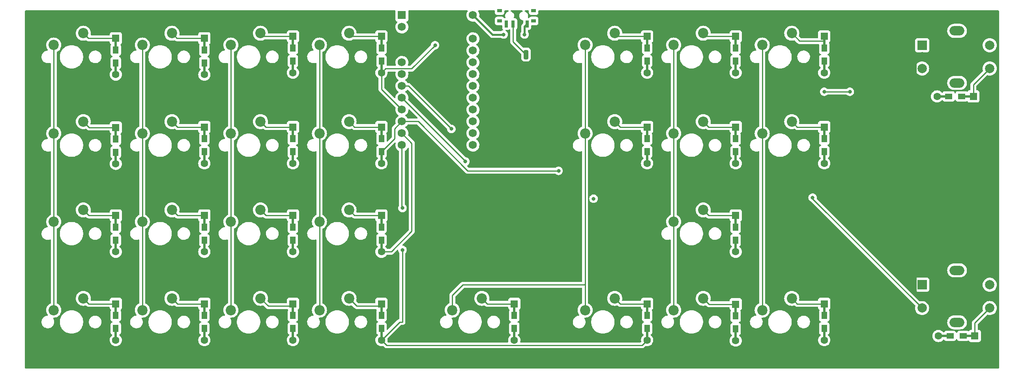
<source format=gtl>
%TF.GenerationSoftware,KiCad,Pcbnew,(6.0.7-1)-1*%
%TF.CreationDate,2022-09-14T08:57:37+02:00*%
%TF.ProjectId,yts-pcb,7974732d-7063-4622-9e6b-696361645f70,rev?*%
%TF.SameCoordinates,Original*%
%TF.FileFunction,Copper,L1,Top*%
%TF.FilePolarity,Positive*%
%FSLAX46Y46*%
G04 Gerber Fmt 4.6, Leading zero omitted, Abs format (unit mm)*
G04 Created by KiCad (PCBNEW (6.0.7-1)-1) date 2022-09-14 08:57:37*
%MOMM*%
%LPD*%
G01*
G04 APERTURE LIST*
G04 Aperture macros list*
%AMRoundRect*
0 Rectangle with rounded corners*
0 $1 Rounding radius*
0 $2 $3 $4 $5 $6 $7 $8 $9 X,Y pos of 4 corners*
0 Add a 4 corners polygon primitive as box body*
4,1,4,$2,$3,$4,$5,$6,$7,$8,$9,$2,$3,0*
0 Add four circle primitives for the rounded corners*
1,1,$1+$1,$2,$3*
1,1,$1+$1,$4,$5*
1,1,$1+$1,$6,$7*
1,1,$1+$1,$8,$9*
0 Add four rect primitives between the rounded corners*
20,1,$1+$1,$2,$3,$4,$5,0*
20,1,$1+$1,$4,$5,$6,$7,0*
20,1,$1+$1,$6,$7,$8,$9,0*
20,1,$1+$1,$8,$9,$2,$3,0*%
G04 Aperture macros list end*
%TA.AperFunction,ComponentPad*%
%ADD10C,2.200000*%
%TD*%
%TA.AperFunction,WasherPad*%
%ADD11O,3.200000X2.000000*%
%TD*%
%TA.AperFunction,ComponentPad*%
%ADD12R,2.000000X2.000000*%
%TD*%
%TA.AperFunction,ComponentPad*%
%ADD13C,2.000000*%
%TD*%
%TA.AperFunction,SMDPad,CuDef*%
%ADD14RoundRect,0.250000X-0.250000X-0.750000X0.250000X-0.750000X0.250000X0.750000X-0.250000X0.750000X0*%
%TD*%
%TA.AperFunction,ComponentPad*%
%ADD15R,1.752600X1.752600*%
%TD*%
%TA.AperFunction,ComponentPad*%
%ADD16C,1.752600*%
%TD*%
%TA.AperFunction,SMDPad,CuDef*%
%ADD17R,1.000000X0.800000*%
%TD*%
%TA.AperFunction,SMDPad,CuDef*%
%ADD18R,0.700000X1.500000*%
%TD*%
%TA.AperFunction,SMDPad,CuDef*%
%ADD19R,1.600000X1.200000*%
%TD*%
%TA.AperFunction,SMDPad,CuDef*%
%ADD20R,2.900000X0.500000*%
%TD*%
%TA.AperFunction,ComponentPad*%
%ADD21R,1.600000X1.600000*%
%TD*%
%TA.AperFunction,ComponentPad*%
%ADD22C,1.600000*%
%TD*%
%TA.AperFunction,SMDPad,CuDef*%
%ADD23R,0.500000X2.900000*%
%TD*%
%TA.AperFunction,SMDPad,CuDef*%
%ADD24R,1.200000X1.600000*%
%TD*%
%TA.AperFunction,ViaPad*%
%ADD25C,0.800000*%
%TD*%
%TA.AperFunction,Conductor*%
%ADD26C,0.250000*%
%TD*%
%TA.AperFunction,Conductor*%
%ADD27C,0.400000*%
%TD*%
G04 APERTURE END LIST*
D10*
%TO.P,SW11,1,1*%
%TO.N,Net-(D10-Pad1)*%
X91040000Y-65420000D03*
%TO.P,SW11,2,2*%
%TO.N,col2*%
X84690000Y-67960000D03*
%TD*%
%TO.P,SW3,1,1*%
%TO.N,Net-(D2-Pad1)*%
X53040000Y-65420000D03*
%TO.P,SW3,2,2*%
%TO.N,col0*%
X46690000Y-67960000D03*
%TD*%
D11*
%TO.P,SW30,*%
%TO.N,*%
X240500000Y-97400000D03*
X240500000Y-108600000D03*
D12*
%TO.P,SW30,A,A*%
%TO.N,enc2*%
X233000000Y-100500000D03*
D13*
%TO.P,SW30,B,B*%
%TO.N,enc3*%
X233000000Y-105500000D03*
%TO.P,SW30,C,C*%
%TO.N,GND*%
X233000000Y-103000000D03*
%TO.P,SW30,S1,S1*%
%TO.N,Net-(D29-Pad1)*%
X247500000Y-105500000D03*
%TO.P,SW30,S2,S2*%
%TO.N,col7*%
X247500000Y-100500000D03*
%TD*%
D10*
%TO.P,SW6,1,1*%
%TO.N,Net-(D5-Pad1)*%
X72040000Y-46420000D03*
%TO.P,SW6,2,2*%
%TO.N,col1*%
X65690000Y-48960000D03*
%TD*%
%TO.P,SW14,1,1*%
%TO.N,Net-(D13-Pad1)*%
X110040000Y-46420000D03*
%TO.P,SW14,2,2*%
%TO.N,col3*%
X103690000Y-48960000D03*
%TD*%
%TO.P,SW17,1,1*%
%TO.N,Net-(D16-Pad1)*%
X110040000Y-103420000D03*
%TO.P,SW17,2,2*%
%TO.N,col3*%
X103690000Y-105960000D03*
%TD*%
%TO.P,SW13,1,1*%
%TO.N,Net-(D12-Pad1)*%
X91040000Y-103420000D03*
%TO.P,SW13,2,2*%
%TO.N,col2*%
X84690000Y-105960000D03*
%TD*%
%TO.P,SW12,1,1*%
%TO.N,Net-(D11-Pad1)*%
X91040000Y-84420000D03*
%TO.P,SW12,2,2*%
%TO.N,col2*%
X84690000Y-86960000D03*
%TD*%
%TO.P,SW10,1,1*%
%TO.N,Net-(D9-Pad1)*%
X91040000Y-46420000D03*
%TO.P,SW10,2,2*%
%TO.N,col2*%
X84690000Y-48960000D03*
%TD*%
%TO.P,SW5,1,1*%
%TO.N,Net-(D4-Pad1)*%
X53040000Y-103420000D03*
%TO.P,SW5,2,2*%
%TO.N,col0*%
X46690000Y-105960000D03*
%TD*%
%TO.P,SW15,1,1*%
%TO.N,Net-(D14-Pad1)*%
X110040000Y-65420000D03*
%TO.P,SW15,2,2*%
%TO.N,col3*%
X103690000Y-67960000D03*
%TD*%
%TO.P,SW16,1,1*%
%TO.N,Net-(D15-Pad1)*%
X110040000Y-84420000D03*
%TO.P,SW16,2,2*%
%TO.N,col3*%
X103690000Y-86960000D03*
%TD*%
%TO.P,SW8,1,1*%
%TO.N,Net-(D7-Pad1)*%
X72040000Y-84420000D03*
%TO.P,SW8,2,2*%
%TO.N,col1*%
X65690000Y-86960000D03*
%TD*%
%TO.P,SW27,1,1*%
%TO.N,Net-(D26-Pad1)*%
X205040000Y-103420000D03*
%TO.P,SW27,2,2*%
%TO.N,col6*%
X198690000Y-105960000D03*
%TD*%
%TO.P,SW18,1,1*%
%TO.N,Net-(D17-Pad1)*%
X167040000Y-46420000D03*
%TO.P,SW18,2,2*%
%TO.N,col4*%
X160690000Y-48960000D03*
%TD*%
%TO.P,SW4,1,1*%
%TO.N,Net-(D3-Pad1)*%
X53040000Y-84420000D03*
%TO.P,SW4,2,2*%
%TO.N,col0*%
X46690000Y-86960000D03*
%TD*%
D14*
%TO.P,J1,1,Pin_1*%
%TO.N,Net-(J1-Pad1)*%
X148000000Y-51000000D03*
%TD*%
D10*
%TO.P,SW26,1,1*%
%TO.N,Net-(D25-Pad1)*%
X205040000Y-65420000D03*
%TO.P,SW26,2,2*%
%TO.N,col6*%
X198690000Y-67960000D03*
%TD*%
%TO.P,SW24,1,1*%
%TO.N,Net-(D23-Pad1)*%
X186040000Y-103420000D03*
%TO.P,SW24,2,2*%
%TO.N,col5*%
X179690000Y-105960000D03*
%TD*%
%TO.P,SW23,1,1*%
%TO.N,Net-(D22-Pad1)*%
X186040000Y-84420000D03*
%TO.P,SW23,2,2*%
%TO.N,col5*%
X179690000Y-86960000D03*
%TD*%
D15*
%TO.P,U1,1,TX0/PD3*%
%TO.N,unconnected-(U1-Pad1)*%
X121380000Y-42530000D03*
D16*
%TO.P,U1,2,RX1/PD2*%
%TO.N,unconnected-(U1-Pad2)*%
X121380000Y-45070000D03*
%TO.P,U1,3,GND*%
%TO.N,GND*%
X121380000Y-47610000D03*
%TO.P,U1,4,GND*%
X121380000Y-50150000D03*
%TO.P,U1,5,2/PD1*%
%TO.N,enc0*%
X121380000Y-52690000D03*
%TO.P,U1,6,3/PD0*%
%TO.N,enc1*%
X121380000Y-55230000D03*
%TO.P,U1,7,4/PD4*%
%TO.N,enc2*%
X121380000Y-57770000D03*
%TO.P,U1,8,5/PC6*%
%TO.N,enc3*%
X121380000Y-60310000D03*
%TO.P,U1,9,6/PD7*%
%TO.N,row0*%
X121380000Y-62850000D03*
%TO.P,U1,10,7/PE6*%
%TO.N,row1*%
X121380000Y-65390000D03*
%TO.P,U1,11,8/PB4*%
%TO.N,row2*%
X121380000Y-67930000D03*
%TO.P,U1,12,9/PB5*%
%TO.N,row3*%
X121380000Y-70470000D03*
%TO.P,U1,13,10/PB6*%
%TO.N,col7*%
X136620000Y-70470000D03*
%TO.P,U1,14,16/PB2*%
%TO.N,col6*%
X136620000Y-67930000D03*
%TO.P,U1,15,14/PB3*%
%TO.N,col5*%
X136620000Y-65390000D03*
%TO.P,U1,16,15/PB1*%
%TO.N,col4*%
X136620000Y-62850000D03*
%TO.P,U1,17,A0/PF7*%
%TO.N,col3*%
X136620000Y-60310000D03*
%TO.P,U1,18,A1/PF6*%
%TO.N,col2*%
X136620000Y-57770000D03*
%TO.P,U1,19,A2/PF5*%
%TO.N,col1*%
X136620000Y-55230000D03*
%TO.P,U1,20,A3/PF4*%
%TO.N,col0*%
X136620000Y-52690000D03*
%TO.P,U1,21,VCC*%
%TO.N,VCC*%
X136620000Y-50150000D03*
%TO.P,U1,22,RST*%
%TO.N,unconnected-(U1-Pad22)*%
X136620000Y-47610000D03*
%TO.P,U1,23,GND*%
%TO.N,GND*%
X136620000Y-45070000D03*
%TO.P,U1,24,RAW*%
%TO.N,BAT*%
X136620000Y-42530000D03*
%TD*%
D10*
%TO.P,SW21,1,1*%
%TO.N,Net-(D20-Pad1)*%
X186040000Y-46420000D03*
%TO.P,SW21,2,2*%
%TO.N,col5*%
X179690000Y-48960000D03*
%TD*%
D11*
%TO.P,SW29,*%
%TO.N,*%
X240500000Y-45900000D03*
X240500000Y-57100000D03*
D12*
%TO.P,SW29,A,A*%
%TO.N,enc0*%
X233000000Y-49000000D03*
D13*
%TO.P,SW29,B,B*%
%TO.N,enc1*%
X233000000Y-54000000D03*
%TO.P,SW29,C,C*%
%TO.N,GND*%
X233000000Y-51500000D03*
%TO.P,SW29,S1,S1*%
%TO.N,Net-(D27-Pad1)*%
X247500000Y-54000000D03*
%TO.P,SW29,S2,S2*%
%TO.N,col7*%
X247500000Y-49000000D03*
%TD*%
D14*
%TO.P,J2,1,Pin_1*%
%TO.N,GND*%
X143500000Y-51000000D03*
%TD*%
D10*
%TO.P,SW25,1,1*%
%TO.N,Net-(D24-Pad1)*%
X205040000Y-46420000D03*
%TO.P,SW25,2,2*%
%TO.N,col6*%
X198690000Y-48960000D03*
%TD*%
%TO.P,SW28,1,1*%
%TO.N,Net-(D28-Pad1)*%
X138540000Y-103420000D03*
%TO.P,SW28,2,2*%
%TO.N,col4*%
X132190000Y-105960000D03*
%TD*%
%TO.P,SW9,1,1*%
%TO.N,Net-(D8-Pad1)*%
X72040000Y-103420000D03*
%TO.P,SW9,2,2*%
%TO.N,col1*%
X65690000Y-105960000D03*
%TD*%
%TO.P,SW7,1,1*%
%TO.N,Net-(D6-Pad1)*%
X72040000Y-65420000D03*
%TO.P,SW7,2,2*%
%TO.N,col1*%
X65690000Y-67960000D03*
%TD*%
%TO.P,SW19,1,1*%
%TO.N,Net-(D18-Pad1)*%
X167040000Y-65420000D03*
%TO.P,SW19,2,2*%
%TO.N,col4*%
X160690000Y-67960000D03*
%TD*%
%TO.P,SW2,1,1*%
%TO.N,Net-(D1-Pad1)*%
X53040000Y-46420000D03*
%TO.P,SW2,2,2*%
%TO.N,col0*%
X46690000Y-48960000D03*
%TD*%
%TO.P,SW22,1,1*%
%TO.N,Net-(D21-Pad1)*%
X186040000Y-65420000D03*
%TO.P,SW22,2,2*%
%TO.N,col5*%
X179690000Y-67960000D03*
%TD*%
D17*
%TO.P,SW1,*%
%TO.N,*%
X142350000Y-43780000D03*
X142350000Y-41570000D03*
X149650000Y-43780000D03*
X149650000Y-41570000D03*
D18*
%TO.P,SW1,1,A*%
%TO.N,BAT*%
X148250000Y-44430000D03*
%TO.P,SW1,2,B*%
%TO.N,Net-(J1-Pad1)*%
X145250000Y-44430000D03*
%TO.P,SW1,3,C*%
%TO.N,unconnected-(SW1-Pad3)*%
X143750000Y-44430000D03*
%TD*%
D10*
%TO.P,SW20,1,1*%
%TO.N,Net-(D19-Pad1)*%
X167040000Y-103420000D03*
%TO.P,SW20,2,2*%
%TO.N,col4*%
X160690000Y-105960000D03*
%TD*%
D19*
%TO.P,D27,1,A*%
%TO.N,Net-(D27-Pad1)*%
X241500000Y-60000000D03*
D20*
X242600000Y-60000000D03*
D21*
X244000000Y-60000000D03*
D22*
%TO.P,D27,2,K*%
%TO.N,row0*%
X236200000Y-60000000D03*
D20*
X237600000Y-60000000D03*
D19*
X238700000Y-60000000D03*
%TD*%
D23*
%TO.P,D19,1,A*%
%TO.N,Net-(D19-Pad1)*%
X174000000Y-106000000D03*
D24*
X174000000Y-107100000D03*
D21*
X174000000Y-104600000D03*
D24*
%TO.P,D19,2,K*%
%TO.N,row3*%
X174000000Y-109900000D03*
D22*
X174000000Y-112400000D03*
D23*
X174000000Y-111000000D03*
%TD*%
D21*
%TO.P,D8,1,A*%
%TO.N,Net-(D8-Pad1)*%
X79000000Y-104600000D03*
D23*
X79000000Y-106000000D03*
D24*
X79000000Y-107100000D03*
D23*
%TO.P,D8,2,K*%
%TO.N,row3*%
X79000000Y-111000000D03*
D22*
X79000000Y-112400000D03*
D24*
X79000000Y-109900000D03*
%TD*%
%TO.P,D15,1,A*%
%TO.N,Net-(D15-Pad1)*%
X117000000Y-88100000D03*
D23*
X117000000Y-87000000D03*
D21*
X117000000Y-85600000D03*
D22*
%TO.P,D15,2,K*%
%TO.N,row2*%
X117000000Y-93400000D03*
D23*
X117000000Y-92000000D03*
D24*
X117000000Y-90900000D03*
%TD*%
%TO.P,D1,1,A*%
%TO.N,Net-(D1-Pad1)*%
X60000000Y-50000000D03*
D21*
X60000000Y-47500000D03*
D23*
X60000000Y-48900000D03*
D22*
%TO.P,D1,2,K*%
%TO.N,row0*%
X60000000Y-55300000D03*
D24*
X60000000Y-52800000D03*
D23*
X60000000Y-53900000D03*
%TD*%
%TO.P,D11,1,A*%
%TO.N,Net-(D11-Pad1)*%
X98000000Y-87000000D03*
D21*
X98000000Y-85600000D03*
D24*
X98000000Y-88100000D03*
%TO.P,D11,2,K*%
%TO.N,row2*%
X98000000Y-90900000D03*
D23*
X98000000Y-92000000D03*
D22*
X98000000Y-93400000D03*
%TD*%
D21*
%TO.P,D25,1,A*%
%TO.N,Net-(D25-Pad1)*%
X212000000Y-66600000D03*
D24*
X212000000Y-69100000D03*
D23*
X212000000Y-68000000D03*
D24*
%TO.P,D25,2,K*%
%TO.N,row1*%
X212000000Y-71900000D03*
D22*
X212000000Y-74400000D03*
D23*
X212000000Y-73000000D03*
%TD*%
%TO.P,D3,1,A*%
%TO.N,Net-(D3-Pad1)*%
X60000000Y-87000000D03*
D24*
X60000000Y-88100000D03*
D21*
X60000000Y-85600000D03*
D23*
%TO.P,D3,2,K*%
%TO.N,row2*%
X60000000Y-92000000D03*
D22*
X60000000Y-93400000D03*
D24*
X60000000Y-90900000D03*
%TD*%
D21*
%TO.P,D17,1,A*%
%TO.N,Net-(D17-Pad1)*%
X174000000Y-47100000D03*
D23*
X174000000Y-48500000D03*
D24*
X174000000Y-49600000D03*
D22*
%TO.P,D17,2,K*%
%TO.N,row0*%
X174000000Y-54900000D03*
D24*
X174000000Y-52400000D03*
D23*
X174000000Y-53500000D03*
%TD*%
D21*
%TO.P,D13,1,A*%
%TO.N,Net-(D13-Pad1)*%
X117000000Y-47100000D03*
D23*
X117000000Y-48500000D03*
D24*
X117000000Y-49600000D03*
%TO.P,D13,2,K*%
%TO.N,row0*%
X117000000Y-52400000D03*
D22*
X117000000Y-54900000D03*
D23*
X117000000Y-53500000D03*
%TD*%
D20*
%TO.P,D29,1,A*%
%TO.N,Net-(D29-Pad1)*%
X242900000Y-111500000D03*
D21*
X244300000Y-111500000D03*
D19*
X241800000Y-111500000D03*
%TO.P,D29,2,K*%
%TO.N,row2*%
X239000000Y-111500000D03*
D20*
X237900000Y-111500000D03*
D22*
X236500000Y-111500000D03*
%TD*%
D21*
%TO.P,D22,1,A*%
%TO.N,Net-(D22-Pad1)*%
X193000000Y-85600000D03*
D24*
X193000000Y-88100000D03*
D23*
X193000000Y-87000000D03*
D24*
%TO.P,D22,2,K*%
%TO.N,row2*%
X193000000Y-90900000D03*
D22*
X193000000Y-93400000D03*
D23*
X193000000Y-92000000D03*
%TD*%
%TO.P,D6,1,A*%
%TO.N,Net-(D6-Pad1)*%
X79000000Y-68000000D03*
D24*
X79000000Y-69100000D03*
D21*
X79000000Y-66600000D03*
D23*
%TO.P,D6,2,K*%
%TO.N,row1*%
X79000000Y-73000000D03*
D24*
X79000000Y-71900000D03*
D22*
X79000000Y-74400000D03*
%TD*%
D23*
%TO.P,D12,1,A*%
%TO.N,Net-(D12-Pad1)*%
X98000000Y-106000000D03*
D21*
X98000000Y-104600000D03*
D24*
X98000000Y-107100000D03*
D23*
%TO.P,D12,2,K*%
%TO.N,row3*%
X98000000Y-111000000D03*
D22*
X98000000Y-112400000D03*
D24*
X98000000Y-109900000D03*
%TD*%
D23*
%TO.P,D4,1,A*%
%TO.N,Net-(D4-Pad1)*%
X60000000Y-106000000D03*
D21*
X60000000Y-104600000D03*
D24*
X60000000Y-107100000D03*
D23*
%TO.P,D4,2,K*%
%TO.N,row3*%
X60000000Y-111000000D03*
D24*
X60000000Y-109900000D03*
D22*
X60000000Y-112400000D03*
%TD*%
D21*
%TO.P,D26,1,A*%
%TO.N,Net-(D26-Pad1)*%
X212000000Y-104600000D03*
D23*
X212000000Y-106000000D03*
D24*
X212000000Y-107100000D03*
D23*
%TO.P,D26,2,K*%
%TO.N,row3*%
X212000000Y-111000000D03*
D22*
X212000000Y-112400000D03*
D24*
X212000000Y-109900000D03*
%TD*%
D23*
%TO.P,D16,1,A*%
%TO.N,Net-(D16-Pad1)*%
X117000000Y-106000000D03*
D24*
X117000000Y-107100000D03*
D21*
X117000000Y-104600000D03*
D22*
%TO.P,D16,2,K*%
%TO.N,row3*%
X117000000Y-112400000D03*
D24*
X117000000Y-109900000D03*
D23*
X117000000Y-111000000D03*
%TD*%
D24*
%TO.P,D7,1,A*%
%TO.N,Net-(D7-Pad1)*%
X79000000Y-88100000D03*
D21*
X79000000Y-85600000D03*
D23*
X79000000Y-87000000D03*
%TO.P,D7,2,K*%
%TO.N,row2*%
X79000000Y-92000000D03*
D22*
X79000000Y-93400000D03*
D24*
X79000000Y-90900000D03*
%TD*%
%TO.P,D20,1,A*%
%TO.N,Net-(D20-Pad1)*%
X193000000Y-49600000D03*
D23*
X193000000Y-48500000D03*
D21*
X193000000Y-47100000D03*
D24*
%TO.P,D20,2,K*%
%TO.N,row0*%
X193000000Y-52400000D03*
D22*
X193000000Y-54900000D03*
D23*
X193000000Y-53500000D03*
%TD*%
%TO.P,D18,1,A*%
%TO.N,Net-(D18-Pad1)*%
X174000000Y-68000000D03*
D24*
X174000000Y-69100000D03*
D21*
X174000000Y-66600000D03*
D24*
%TO.P,D18,2,K*%
%TO.N,row1*%
X174000000Y-71900000D03*
D23*
X174000000Y-73000000D03*
D22*
X174000000Y-74400000D03*
%TD*%
D23*
%TO.P,D2,1,A*%
%TO.N,Net-(D2-Pad1)*%
X60000000Y-68100000D03*
D21*
X60000000Y-66700000D03*
D24*
X60000000Y-69200000D03*
D23*
%TO.P,D2,2,K*%
%TO.N,row1*%
X60000000Y-73100000D03*
D24*
X60000000Y-72000000D03*
D22*
X60000000Y-74500000D03*
%TD*%
D24*
%TO.P,D9,1,A*%
%TO.N,Net-(D9-Pad1)*%
X98000000Y-49600000D03*
D21*
X98000000Y-47100000D03*
D23*
X98000000Y-48500000D03*
%TO.P,D9,2,K*%
%TO.N,row0*%
X98000000Y-53500000D03*
D24*
X98000000Y-52400000D03*
D22*
X98000000Y-54900000D03*
%TD*%
D21*
%TO.P,D24,1,A*%
%TO.N,Net-(D24-Pad1)*%
X212000000Y-47100000D03*
D23*
X212000000Y-48500000D03*
D24*
X212000000Y-49600000D03*
%TO.P,D24,2,K*%
%TO.N,row0*%
X212000000Y-52400000D03*
D23*
X212000000Y-53500000D03*
D22*
X212000000Y-54900000D03*
%TD*%
D24*
%TO.P,D28,1,A*%
%TO.N,Net-(D28-Pad1)*%
X145500000Y-107100000D03*
D21*
X145500000Y-104600000D03*
D23*
X145500000Y-106000000D03*
D24*
%TO.P,D28,2,K*%
%TO.N,row2*%
X145500000Y-109900000D03*
D22*
X145500000Y-112400000D03*
D23*
X145500000Y-111000000D03*
%TD*%
D21*
%TO.P,D14,1,A*%
%TO.N,Net-(D14-Pad1)*%
X117000000Y-66600000D03*
D24*
X117000000Y-69100000D03*
D23*
X117000000Y-68000000D03*
D22*
%TO.P,D14,2,K*%
%TO.N,row1*%
X117000000Y-74400000D03*
D23*
X117000000Y-73000000D03*
D24*
X117000000Y-71900000D03*
%TD*%
%TO.P,D10,1,A*%
%TO.N,Net-(D10-Pad1)*%
X98000000Y-69100000D03*
D21*
X98000000Y-66600000D03*
D23*
X98000000Y-68000000D03*
D24*
%TO.P,D10,2,K*%
%TO.N,row1*%
X98000000Y-71900000D03*
D23*
X98000000Y-73000000D03*
D22*
X98000000Y-74400000D03*
%TD*%
D23*
%TO.P,D23,1,A*%
%TO.N,Net-(D23-Pad1)*%
X193000000Y-106100000D03*
D21*
X193000000Y-104700000D03*
D24*
X193000000Y-107200000D03*
D23*
%TO.P,D23,2,K*%
%TO.N,row3*%
X193000000Y-111100000D03*
D24*
X193000000Y-110000000D03*
D22*
X193000000Y-112500000D03*
%TD*%
D23*
%TO.P,D21,1,A*%
%TO.N,Net-(D21-Pad1)*%
X193000000Y-68000000D03*
D21*
X193000000Y-66600000D03*
D24*
X193000000Y-69100000D03*
D22*
%TO.P,D21,2,K*%
%TO.N,row1*%
X193000000Y-74400000D03*
D23*
X193000000Y-73000000D03*
D24*
X193000000Y-71900000D03*
%TD*%
D21*
%TO.P,D5,1,A*%
%TO.N,Net-(D5-Pad1)*%
X79000000Y-47500000D03*
D23*
X79000000Y-48900000D03*
D24*
X79000000Y-50000000D03*
%TO.P,D5,2,K*%
%TO.N,row0*%
X79000000Y-52800000D03*
D23*
X79000000Y-53900000D03*
D22*
X79000000Y-55300000D03*
%TD*%
D25*
%TO.N,row0*%
X128500000Y-49000000D03*
%TO.N,row1*%
X155000000Y-76000000D03*
%TO.N,row3*%
X121500000Y-84000000D03*
X121500000Y-93000000D03*
%TO.N,GND*%
X157500000Y-61000000D03*
X212000000Y-61000000D03*
%TO.N,BAT*%
X147700000Y-46700000D03*
X143200000Y-46700000D03*
%TO.N,enc1*%
X212000000Y-59000000D03*
X217500000Y-59000000D03*
%TO.N,enc2*%
X132000000Y-67000000D03*
%TO.N,enc3*%
X209500000Y-81775500D03*
X162500000Y-82000000D03*
X135000000Y-74000000D03*
%TD*%
D26*
%TO.N,row0*%
X128500000Y-49000000D02*
X123471300Y-54028700D01*
X123471300Y-54028700D02*
X117871300Y-54028700D01*
X121380000Y-62850000D02*
X117000000Y-58470000D01*
X117871300Y-54028700D02*
X117000000Y-54900000D01*
X117000000Y-58470000D02*
X117000000Y-54900000D01*
%TO.N,Net-(D1-Pad1)*%
X54120000Y-47500000D02*
X53040000Y-46420000D01*
X60000000Y-47500000D02*
X54120000Y-47500000D01*
%TO.N,row1*%
X119844083Y-69055917D02*
X119844083Y-66925917D01*
X121380000Y-65390000D02*
X124890000Y-65390000D01*
X117000000Y-71900000D02*
X119844083Y-69055917D01*
X135500000Y-76000000D02*
X155000000Y-76000000D01*
X124890000Y-65390000D02*
X135500000Y-76000000D01*
X119844083Y-66925917D02*
X121380000Y-65390000D01*
%TO.N,Net-(D2-Pad1)*%
X60000000Y-66700000D02*
X54320000Y-66700000D01*
X54320000Y-66700000D02*
X53040000Y-65420000D01*
%TO.N,row2*%
X123500000Y-70050000D02*
X121380000Y-67930000D01*
X117000000Y-93400000D02*
X119100000Y-93400000D01*
X123500000Y-89000000D02*
X123500000Y-70050000D01*
X119100000Y-93400000D02*
X123500000Y-89000000D01*
%TO.N,Net-(D3-Pad1)*%
X60000000Y-85600000D02*
X54220000Y-85600000D01*
X54220000Y-85600000D02*
X53040000Y-84420000D01*
%TO.N,row3*%
X118125000Y-113525000D02*
X117000000Y-112400000D01*
X120900000Y-108500000D02*
X121500000Y-108500000D01*
X121380000Y-83880000D02*
X121380000Y-70470000D01*
X117000000Y-112400000D02*
X120900000Y-108500000D01*
X121500000Y-108500000D02*
X121500000Y-93000000D01*
X174000000Y-112400000D02*
X172875000Y-113525000D01*
X172875000Y-113525000D02*
X118125000Y-113525000D01*
X121500000Y-84000000D02*
X121380000Y-83880000D01*
%TO.N,Net-(D4-Pad1)*%
X60000000Y-104600000D02*
X54220000Y-104600000D01*
X54220000Y-104600000D02*
X53040000Y-103420000D01*
%TO.N,Net-(D5-Pad1)*%
X73120000Y-47500000D02*
X72040000Y-46420000D01*
X79000000Y-47500000D02*
X73120000Y-47500000D01*
%TO.N,Net-(D6-Pad1)*%
X73220000Y-66600000D02*
X72040000Y-65420000D01*
X79000000Y-66600000D02*
X73220000Y-66600000D01*
%TO.N,Net-(D7-Pad1)*%
X79000000Y-85600000D02*
X73220000Y-85600000D01*
X73220000Y-85600000D02*
X72040000Y-84420000D01*
%TO.N,Net-(D8-Pad1)*%
X73220000Y-104600000D02*
X72040000Y-103420000D01*
X79000000Y-104600000D02*
X73220000Y-104600000D01*
%TO.N,Net-(D9-Pad1)*%
X98000000Y-47100000D02*
X91720000Y-47100000D01*
X91720000Y-47100000D02*
X91040000Y-46420000D01*
%TO.N,Net-(D10-Pad1)*%
X98000000Y-66600000D02*
X92220000Y-66600000D01*
X92220000Y-66600000D02*
X91040000Y-65420000D01*
%TO.N,Net-(D11-Pad1)*%
X92220000Y-85600000D02*
X91040000Y-84420000D01*
X98000000Y-85600000D02*
X92220000Y-85600000D01*
%TO.N,Net-(D12-Pad1)*%
X92720000Y-105100000D02*
X91040000Y-103420000D01*
X98000000Y-105100000D02*
X92720000Y-105100000D01*
%TO.N,Net-(D13-Pad1)*%
X110720000Y-47100000D02*
X110040000Y-46420000D01*
X117000000Y-47100000D02*
X110720000Y-47100000D01*
%TO.N,Net-(D14-Pad1)*%
X111220000Y-66600000D02*
X110040000Y-65420000D01*
X117000000Y-66600000D02*
X111220000Y-66600000D01*
%TO.N,Net-(D15-Pad1)*%
X111220000Y-85600000D02*
X110040000Y-84420000D01*
X117000000Y-85600000D02*
X111220000Y-85600000D01*
%TO.N,Net-(D16-Pad1)*%
X111720000Y-105100000D02*
X110040000Y-103420000D01*
X117000000Y-105100000D02*
X111720000Y-105100000D01*
%TO.N,Net-(D17-Pad1)*%
X174000000Y-47100000D02*
X167720000Y-47100000D01*
X167720000Y-47100000D02*
X167040000Y-46420000D01*
%TO.N,Net-(D18-Pad1)*%
X168220000Y-66600000D02*
X167040000Y-65420000D01*
X174000000Y-66600000D02*
X168220000Y-66600000D01*
%TO.N,Net-(D19-Pad1)*%
X168220000Y-104600000D02*
X167040000Y-103420000D01*
X174000000Y-104600000D02*
X168220000Y-104600000D01*
%TO.N,Net-(D20-Pad1)*%
X193000000Y-47100000D02*
X186720000Y-47100000D01*
X186720000Y-47100000D02*
X186040000Y-46420000D01*
%TO.N,Net-(D21-Pad1)*%
X187220000Y-66600000D02*
X186040000Y-65420000D01*
X193000000Y-66600000D02*
X187220000Y-66600000D01*
%TO.N,Net-(D22-Pad1)*%
X187220000Y-85600000D02*
X186040000Y-84420000D01*
X193000000Y-85600000D02*
X187220000Y-85600000D01*
%TO.N,Net-(D23-Pad1)*%
X187320000Y-104700000D02*
X186040000Y-103420000D01*
X193000000Y-104700000D02*
X187320000Y-104700000D01*
%TO.N,Net-(D24-Pad1)*%
X212000000Y-48100000D02*
X206720000Y-48100000D01*
X206720000Y-48100000D02*
X205040000Y-46420000D01*
%TO.N,Net-(D25-Pad1)*%
X212000000Y-66600000D02*
X206220000Y-66600000D01*
X206220000Y-66600000D02*
X205040000Y-65420000D01*
%TO.N,Net-(D26-Pad1)*%
X206220000Y-104600000D02*
X205040000Y-103420000D01*
X212000000Y-104600000D02*
X206220000Y-104600000D01*
%TO.N,Net-(D27-Pad1)*%
X244000000Y-57500000D02*
X247500000Y-54000000D01*
X244000000Y-60000000D02*
X244000000Y-57500000D01*
%TO.N,Net-(D28-Pad1)*%
X139720000Y-104600000D02*
X138540000Y-103420000D01*
X145500000Y-104600000D02*
X139720000Y-104600000D01*
%TO.N,Net-(D29-Pad1)*%
X244300000Y-111500000D02*
X244300000Y-108700000D01*
X244300000Y-108700000D02*
X247500000Y-105500000D01*
%TO.N,Net-(J1-Pad1)*%
X145250000Y-44430000D02*
X145250000Y-48250000D01*
X145250000Y-48250000D02*
X148000000Y-51000000D01*
D27*
%TO.N,GND*%
X233000000Y-51500000D02*
X231600000Y-52900000D01*
X121380000Y-47610000D02*
X134080000Y-47610000D01*
X121380000Y-50150000D02*
X121380000Y-47610000D01*
X232700000Y-103000000D02*
X233000000Y-103000000D01*
X134080000Y-47610000D02*
X136620000Y-45070000D01*
X136620000Y-45070000D02*
X142550000Y-51000000D01*
X142550000Y-51000000D02*
X143500000Y-51000000D01*
X143500000Y-51000000D02*
X153500000Y-61000000D01*
X153500000Y-61000000D02*
X157500000Y-61000000D01*
X231600000Y-101900000D02*
X232700000Y-103000000D01*
X223500000Y-61000000D02*
X233000000Y-51500000D01*
X212000000Y-61000000D02*
X223500000Y-61000000D01*
X231600000Y-52900000D02*
X231600000Y-101900000D01*
%TO.N,BAT*%
X147700000Y-44980000D02*
X148250000Y-44430000D01*
X147700000Y-46700000D02*
X147700000Y-44980000D01*
X136620000Y-42530000D02*
X140790000Y-46700000D01*
X140790000Y-46700000D02*
X143200000Y-46700000D01*
D26*
%TO.N,col0*%
X46690000Y-48960000D02*
X46690000Y-105960000D01*
%TO.N,col1*%
X65690000Y-48960000D02*
X65690000Y-105960000D01*
%TO.N,col2*%
X84690000Y-48960000D02*
X84690000Y-105960000D01*
%TO.N,col3*%
X103690000Y-48960000D02*
X103690000Y-105960000D01*
%TO.N,col4*%
X132190000Y-102810000D02*
X134500000Y-100500000D01*
X132190000Y-105960000D02*
X132190000Y-102810000D01*
X160500000Y-100500000D02*
X160690000Y-100310000D01*
X134500000Y-100500000D02*
X160500000Y-100500000D01*
X160690000Y-100310000D02*
X160690000Y-105960000D01*
X160690000Y-48960000D02*
X160690000Y-100310000D01*
%TO.N,col5*%
X179690000Y-48960000D02*
X179690000Y-105960000D01*
X136890000Y-65390000D02*
X137000000Y-65500000D01*
X136620000Y-65390000D02*
X136890000Y-65390000D01*
%TO.N,col6*%
X198690000Y-105960000D02*
X198690000Y-48960000D01*
%TO.N,enc1*%
X217500000Y-59000000D02*
X212000000Y-59000000D01*
%TO.N,enc2*%
X132000000Y-67000000D02*
X122770000Y-57770000D01*
X122770000Y-57770000D02*
X121380000Y-57770000D01*
%TO.N,enc3*%
X135000000Y-74000000D02*
X135000000Y-73930000D01*
X233000000Y-105500000D02*
X209500000Y-82000000D01*
X135000000Y-73930000D02*
X121380000Y-60310000D01*
%TD*%
%TA.AperFunction,Conductor*%
%TO.N,GND*%
G36*
X119937321Y-41528502D02*
G01*
X119983814Y-41582158D01*
X119995200Y-41634500D01*
X119995200Y-43454434D01*
X120001955Y-43516616D01*
X120053085Y-43653005D01*
X120140439Y-43769561D01*
X120256995Y-43856915D01*
X120265403Y-43860067D01*
X120348226Y-43891116D01*
X120404990Y-43933758D01*
X120429690Y-44000319D01*
X120414483Y-44069668D01*
X120395090Y-44096149D01*
X120355616Y-44137456D01*
X120300120Y-44195530D01*
X120297206Y-44199802D01*
X120297205Y-44199803D01*
X120277879Y-44228134D01*
X120171797Y-44383645D01*
X120075921Y-44590192D01*
X120074539Y-44595174D01*
X120074539Y-44595175D01*
X120068359Y-44617461D01*
X120015067Y-44809625D01*
X119990869Y-45036050D01*
X119991166Y-45041202D01*
X119991166Y-45041206D01*
X119995253Y-45112090D01*
X120003977Y-45263387D01*
X120005112Y-45268424D01*
X120005113Y-45268430D01*
X120052264Y-45477655D01*
X120054039Y-45485531D01*
X120055983Y-45490317D01*
X120055984Y-45490322D01*
X120136456Y-45688500D01*
X120139711Y-45696515D01*
X120258692Y-45890674D01*
X120407786Y-46062793D01*
X120582989Y-46208249D01*
X120587441Y-46210851D01*
X120587446Y-46210854D01*
X120685719Y-46268280D01*
X120779597Y-46323138D01*
X120992329Y-46404372D01*
X120997395Y-46405403D01*
X120997396Y-46405403D01*
X121013213Y-46408621D01*
X121215472Y-46449771D01*
X121343288Y-46454458D01*
X121437870Y-46457927D01*
X121437875Y-46457927D01*
X121443034Y-46458116D01*
X121448154Y-46457460D01*
X121448156Y-46457460D01*
X121533725Y-46446498D01*
X121668903Y-46429181D01*
X121673852Y-46427696D01*
X121673858Y-46427695D01*
X121800204Y-46389789D01*
X121887013Y-46363745D01*
X121930243Y-46342567D01*
X122081880Y-46268280D01*
X122091507Y-46263564D01*
X122095711Y-46260566D01*
X122095715Y-46260563D01*
X122219131Y-46172531D01*
X122276893Y-46131330D01*
X122438193Y-45970592D01*
X122447356Y-45957841D01*
X122568055Y-45789869D01*
X122571073Y-45785669D01*
X122590492Y-45746379D01*
X122669673Y-45586168D01*
X122669674Y-45586166D01*
X122671967Y-45581526D01*
X122738164Y-45363646D01*
X122748800Y-45282858D01*
X122767450Y-45141201D01*
X122767451Y-45141194D01*
X122767887Y-45137879D01*
X122769546Y-45070000D01*
X122757848Y-44927720D01*
X122751311Y-44848202D01*
X122751310Y-44848196D01*
X122750887Y-44843051D01*
X122711974Y-44688131D01*
X122696672Y-44627208D01*
X122696671Y-44627204D01*
X122695413Y-44622197D01*
X122687634Y-44604307D01*
X122606672Y-44418106D01*
X122606670Y-44418103D01*
X122604612Y-44413369D01*
X122480923Y-44222175D01*
X122363846Y-44093509D01*
X122332795Y-44029663D01*
X122341190Y-43959164D01*
X122386366Y-43904396D01*
X122412809Y-43890728D01*
X122458986Y-43873417D01*
X122494595Y-43860068D01*
X122494596Y-43860067D01*
X122503005Y-43856915D01*
X122619561Y-43769561D01*
X122706915Y-43653005D01*
X122758045Y-43516616D01*
X122764800Y-43454434D01*
X122764800Y-41634500D01*
X122784802Y-41566379D01*
X122838458Y-41519886D01*
X122890800Y-41508500D01*
X135401942Y-41508500D01*
X135470063Y-41528502D01*
X135516556Y-41582158D01*
X135526660Y-41652432D01*
X135506032Y-41705501D01*
X135411797Y-41843645D01*
X135315921Y-42050192D01*
X135314539Y-42055174D01*
X135314539Y-42055175D01*
X135307045Y-42082197D01*
X135255067Y-42269625D01*
X135230869Y-42496050D01*
X135231166Y-42501202D01*
X135231166Y-42501206D01*
X135235983Y-42584740D01*
X135243977Y-42723387D01*
X135245112Y-42728424D01*
X135245113Y-42728430D01*
X135285941Y-42909599D01*
X135294039Y-42945531D01*
X135295983Y-42950317D01*
X135295984Y-42950322D01*
X135373696Y-43141703D01*
X135379711Y-43156515D01*
X135498692Y-43350674D01*
X135647786Y-43522793D01*
X135822989Y-43668249D01*
X135827441Y-43670851D01*
X135827446Y-43670854D01*
X135879266Y-43701135D01*
X136019597Y-43783138D01*
X136232329Y-43864372D01*
X136237395Y-43865403D01*
X136237396Y-43865403D01*
X136289630Y-43876030D01*
X136455472Y-43909771D01*
X136583288Y-43914458D01*
X136677870Y-43917927D01*
X136677875Y-43917927D01*
X136683034Y-43918116D01*
X136688154Y-43917460D01*
X136688156Y-43917460D01*
X136908094Y-43889285D01*
X136978204Y-43900469D01*
X137013199Y-43925169D01*
X140268550Y-47180520D01*
X140274404Y-47186785D01*
X140312439Y-47230385D01*
X140318657Y-47234755D01*
X140364697Y-47267112D01*
X140369993Y-47271045D01*
X140420282Y-47310477D01*
X140427204Y-47313602D01*
X140429452Y-47314964D01*
X140444185Y-47323368D01*
X140446524Y-47324622D01*
X140452739Y-47328990D01*
X140459815Y-47331749D01*
X140459819Y-47331751D01*
X140512274Y-47352202D01*
X140518352Y-47354757D01*
X140576574Y-47381045D01*
X140584045Y-47382429D01*
X140586599Y-47383230D01*
X140602878Y-47387867D01*
X140605433Y-47388523D01*
X140612509Y-47391282D01*
X140635784Y-47394346D01*
X140675851Y-47399621D01*
X140682367Y-47400653D01*
X140724361Y-47408436D01*
X140745187Y-47412296D01*
X140752767Y-47411859D01*
X140752768Y-47411859D01*
X140807398Y-47408709D01*
X140814651Y-47408500D01*
X142588595Y-47408500D01*
X142656716Y-47428502D01*
X142662656Y-47432564D01*
X142709365Y-47466500D01*
X142743248Y-47491118D01*
X142749276Y-47493802D01*
X142749278Y-47493803D01*
X142911681Y-47566109D01*
X142917712Y-47568794D01*
X142976106Y-47581206D01*
X143098056Y-47607128D01*
X143098061Y-47607128D01*
X143104513Y-47608500D01*
X143295487Y-47608500D01*
X143301939Y-47607128D01*
X143301944Y-47607128D01*
X143423894Y-47581206D01*
X143482288Y-47568794D01*
X143488319Y-47566109D01*
X143650722Y-47493803D01*
X143650724Y-47493802D01*
X143656752Y-47491118D01*
X143811253Y-47378866D01*
X143840372Y-47346526D01*
X143934621Y-47241852D01*
X143934622Y-47241851D01*
X143939040Y-47236944D01*
X144034527Y-47071556D01*
X144093542Y-46889928D01*
X144096005Y-46866500D01*
X144112814Y-46706565D01*
X144113504Y-46700000D01*
X144102000Y-46590548D01*
X144094232Y-46516635D01*
X144094232Y-46516633D01*
X144093542Y-46510072D01*
X144034527Y-46328444D01*
X143939040Y-46163056D01*
X143926724Y-46149377D01*
X143815675Y-46026045D01*
X143815674Y-46026044D01*
X143811253Y-46021134D01*
X143770466Y-45991500D01*
X143667149Y-45916436D01*
X143623795Y-45860214D01*
X143617720Y-45789477D01*
X143650852Y-45726686D01*
X143712672Y-45691774D01*
X143741210Y-45688500D01*
X144148134Y-45688500D01*
X144210316Y-45681745D01*
X144346705Y-45630615D01*
X144414936Y-45579479D01*
X144481441Y-45554631D01*
X144550823Y-45569684D01*
X144601054Y-45619858D01*
X144616500Y-45680305D01*
X144616500Y-48171233D01*
X144615973Y-48182416D01*
X144614298Y-48189909D01*
X144614547Y-48197835D01*
X144614547Y-48197836D01*
X144616438Y-48257986D01*
X144616500Y-48261945D01*
X144616500Y-48289856D01*
X144616997Y-48293790D01*
X144616997Y-48293791D01*
X144617005Y-48293856D01*
X144617938Y-48305693D01*
X144619327Y-48349889D01*
X144624978Y-48369339D01*
X144628987Y-48388700D01*
X144631526Y-48408797D01*
X144634445Y-48416168D01*
X144634445Y-48416170D01*
X144647804Y-48449912D01*
X144651649Y-48461142D01*
X144663982Y-48503593D01*
X144668015Y-48510412D01*
X144668017Y-48510417D01*
X144674293Y-48521028D01*
X144682988Y-48538776D01*
X144690448Y-48557617D01*
X144695110Y-48564033D01*
X144695110Y-48564034D01*
X144716436Y-48593387D01*
X144722952Y-48603307D01*
X144736579Y-48626348D01*
X144745458Y-48641362D01*
X144759779Y-48655683D01*
X144772619Y-48670716D01*
X144784528Y-48687107D01*
X144809296Y-48707597D01*
X144818605Y-48715298D01*
X144827384Y-48723288D01*
X146954595Y-50850499D01*
X146988621Y-50912811D01*
X146991500Y-50939594D01*
X146991500Y-51800400D01*
X146991837Y-51803646D01*
X146991837Y-51803650D01*
X147000764Y-51889684D01*
X147002474Y-51906166D01*
X147004655Y-51912702D01*
X147004655Y-51912704D01*
X147033569Y-51999369D01*
X147058450Y-52073946D01*
X147151522Y-52224348D01*
X147276697Y-52349305D01*
X147282927Y-52353145D01*
X147282928Y-52353146D01*
X147420090Y-52437694D01*
X147427262Y-52442115D01*
X147505912Y-52468202D01*
X147588611Y-52495632D01*
X147588613Y-52495632D01*
X147595139Y-52497797D01*
X147601975Y-52498497D01*
X147601978Y-52498498D01*
X147645031Y-52502909D01*
X147699600Y-52508500D01*
X148300400Y-52508500D01*
X148303646Y-52508163D01*
X148303650Y-52508163D01*
X148399308Y-52498238D01*
X148399312Y-52498237D01*
X148406166Y-52497526D01*
X148412702Y-52495345D01*
X148412704Y-52495345D01*
X148544806Y-52451272D01*
X148573946Y-52441550D01*
X148724348Y-52348478D01*
X148849305Y-52223303D01*
X148942115Y-52072738D01*
X148997797Y-51904861D01*
X149008500Y-51800400D01*
X149008500Y-50199600D01*
X149008163Y-50196350D01*
X148998238Y-50100692D01*
X148998237Y-50100688D01*
X148997526Y-50093834D01*
X148941550Y-49926054D01*
X148848478Y-49775652D01*
X148723303Y-49650695D01*
X148572738Y-49557885D01*
X148412254Y-49504655D01*
X148411389Y-49504368D01*
X148411387Y-49504368D01*
X148404861Y-49502203D01*
X148398025Y-49501503D01*
X148398022Y-49501502D01*
X148354969Y-49497091D01*
X148300400Y-49491500D01*
X147699600Y-49491500D01*
X147696354Y-49491837D01*
X147696350Y-49491837D01*
X147600692Y-49501762D01*
X147600688Y-49501763D01*
X147593834Y-49502474D01*
X147587300Y-49504654D01*
X147587295Y-49504655D01*
X147521165Y-49526718D01*
X147450215Y-49529302D01*
X147392194Y-49496289D01*
X145920405Y-48024500D01*
X145886379Y-47962188D01*
X145883500Y-47935405D01*
X145883500Y-45666066D01*
X145903502Y-45597945D01*
X145933932Y-45565242D01*
X145963261Y-45543261D01*
X146050615Y-45426705D01*
X146101745Y-45290316D01*
X146108500Y-45228134D01*
X146108500Y-43631866D01*
X146101745Y-43569684D01*
X146050615Y-43433295D01*
X145963261Y-43316739D01*
X145846705Y-43229385D01*
X145710316Y-43178255D01*
X145648134Y-43171500D01*
X145522008Y-43171500D01*
X145453887Y-43151498D01*
X145407394Y-43097842D01*
X145397290Y-43027568D01*
X145402622Y-43006634D01*
X145403018Y-43005829D01*
X145404625Y-42999659D01*
X145404627Y-42999654D01*
X145450492Y-42823575D01*
X145450492Y-42823572D01*
X145452102Y-42817393D01*
X145462293Y-42622936D01*
X145433175Y-42430401D01*
X145430972Y-42424415D01*
X145430971Y-42424409D01*
X145368140Y-42253640D01*
X145368138Y-42253635D01*
X145365937Y-42247654D01*
X145263326Y-42082160D01*
X145258883Y-42077461D01*
X145133919Y-41945315D01*
X145129534Y-41940678D01*
X144970025Y-41828989D01*
X144791316Y-41751655D01*
X144791944Y-41750205D01*
X144739587Y-41714937D01*
X144711495Y-41649734D01*
X144723115Y-41579695D01*
X144770755Y-41527056D01*
X144836571Y-41508500D01*
X147177653Y-41508500D01*
X147245774Y-41528502D01*
X147292267Y-41582158D01*
X147302371Y-41652432D01*
X147272877Y-41717012D01*
X147215332Y-41754734D01*
X147126549Y-41782556D01*
X147126544Y-41782558D01*
X147120459Y-41784465D01*
X147044713Y-41826452D01*
X146955729Y-41875777D01*
X146955726Y-41875779D01*
X146950150Y-41878870D01*
X146945309Y-41883019D01*
X146945305Y-41883022D01*
X146882311Y-41937015D01*
X146802302Y-42005591D01*
X146798391Y-42010633D01*
X146798390Y-42010634D01*
X146750433Y-42072460D01*
X146682954Y-42159453D01*
X146680138Y-42165176D01*
X146680136Y-42165179D01*
X146626215Y-42274762D01*
X146596982Y-42334171D01*
X146595373Y-42340349D01*
X146595372Y-42340351D01*
X146553473Y-42501206D01*
X146547898Y-42522607D01*
X146537707Y-42717064D01*
X146566825Y-42909599D01*
X146569028Y-42915585D01*
X146569029Y-42915591D01*
X146631860Y-43086360D01*
X146631862Y-43086365D01*
X146634063Y-43092346D01*
X146664666Y-43141703D01*
X146722371Y-43234771D01*
X146736674Y-43257840D01*
X146870466Y-43399322D01*
X146875696Y-43402984D01*
X146875697Y-43402985D01*
X146944294Y-43451017D01*
X147029975Y-43511011D01*
X147048173Y-43518886D01*
X147202825Y-43585810D01*
X147202829Y-43585811D01*
X147208684Y-43588345D01*
X147214931Y-43589650D01*
X147214934Y-43589651D01*
X147291266Y-43605597D01*
X147353857Y-43639106D01*
X147388395Y-43701135D01*
X147391500Y-43728934D01*
X147391500Y-44234340D01*
X147371498Y-44302461D01*
X147354595Y-44323435D01*
X147219480Y-44458550D01*
X147213215Y-44464404D01*
X147169615Y-44502439D01*
X147162074Y-44513169D01*
X147132872Y-44554719D01*
X147128939Y-44560014D01*
X147089524Y-44610282D01*
X147086401Y-44617198D01*
X147085017Y-44619484D01*
X147076643Y-44634165D01*
X147075378Y-44636525D01*
X147071010Y-44642739D01*
X147068250Y-44649818D01*
X147068249Y-44649820D01*
X147047798Y-44702275D01*
X147045247Y-44708344D01*
X147018955Y-44766573D01*
X147017571Y-44774040D01*
X147016770Y-44776595D01*
X147012141Y-44792848D01*
X147011478Y-44795428D01*
X147008718Y-44802509D01*
X147002123Y-44852607D01*
X147000379Y-44865852D01*
X146999348Y-44872359D01*
X146987704Y-44935186D01*
X146988141Y-44942766D01*
X146988141Y-44942767D01*
X146991291Y-44997392D01*
X146991500Y-45004646D01*
X146991500Y-46081256D01*
X146971498Y-46149377D01*
X146967436Y-46155317D01*
X146965379Y-46158148D01*
X146960960Y-46163056D01*
X146957659Y-46168774D01*
X146957658Y-46168775D01*
X146901730Y-46265646D01*
X146865473Y-46328444D01*
X146806458Y-46510072D01*
X146805768Y-46516633D01*
X146805768Y-46516635D01*
X146798000Y-46590548D01*
X146786496Y-46700000D01*
X146787186Y-46706565D01*
X146803996Y-46866500D01*
X146806458Y-46889928D01*
X146865473Y-47071556D01*
X146960960Y-47236944D01*
X146965378Y-47241851D01*
X146965379Y-47241852D01*
X147059628Y-47346526D01*
X147088747Y-47378866D01*
X147243248Y-47491118D01*
X147249276Y-47493802D01*
X147249278Y-47493803D01*
X147411681Y-47566109D01*
X147417712Y-47568794D01*
X147476106Y-47581206D01*
X147598056Y-47607128D01*
X147598061Y-47607128D01*
X147604513Y-47608500D01*
X147795487Y-47608500D01*
X147801939Y-47607128D01*
X147801944Y-47607128D01*
X147923894Y-47581206D01*
X147982288Y-47568794D01*
X147988319Y-47566109D01*
X148150722Y-47493803D01*
X148150724Y-47493802D01*
X148156752Y-47491118D01*
X148311253Y-47378866D01*
X148340372Y-47346526D01*
X148434621Y-47241852D01*
X148434622Y-47241851D01*
X148439040Y-47236944D01*
X148534527Y-47071556D01*
X148593542Y-46889928D01*
X148596005Y-46866500D01*
X148612814Y-46706565D01*
X148613504Y-46700000D01*
X148602000Y-46590548D01*
X148594232Y-46516635D01*
X148594232Y-46516633D01*
X148593542Y-46510072D01*
X148564276Y-46420000D01*
X165426526Y-46420000D01*
X165446391Y-46672403D01*
X165447545Y-46677210D01*
X165447546Y-46677216D01*
X165479094Y-46808621D01*
X165505495Y-46918591D01*
X165507388Y-46923162D01*
X165507389Y-46923164D01*
X165586655Y-47114528D01*
X165602384Y-47152502D01*
X165734672Y-47368376D01*
X165899102Y-47560898D01*
X166091624Y-47725328D01*
X166307498Y-47857616D01*
X166312068Y-47859509D01*
X166312072Y-47859511D01*
X166536834Y-47952610D01*
X166541409Y-47954505D01*
X166608958Y-47970722D01*
X166782784Y-48012454D01*
X166782790Y-48012455D01*
X166787597Y-48013609D01*
X167040000Y-48033474D01*
X167292403Y-48013609D01*
X167297210Y-48012455D01*
X167297216Y-48012454D01*
X167471042Y-47970722D01*
X167538591Y-47954505D01*
X167543166Y-47952610D01*
X167767928Y-47859511D01*
X167767932Y-47859509D01*
X167772502Y-47857616D01*
X167944743Y-47752067D01*
X168010577Y-47733500D01*
X172565500Y-47733500D01*
X172633621Y-47753502D01*
X172680114Y-47807158D01*
X172691500Y-47859500D01*
X172691500Y-47948134D01*
X172698255Y-48010316D01*
X172749385Y-48146705D01*
X172836739Y-48263261D01*
X172893364Y-48305699D01*
X172947232Y-48346071D01*
X172989747Y-48402930D01*
X172994773Y-48473749D01*
X172972493Y-48522462D01*
X172949385Y-48553295D01*
X172898255Y-48689684D01*
X172891500Y-48751866D01*
X172891500Y-50448134D01*
X172898255Y-50510316D01*
X172949385Y-50646705D01*
X173036739Y-50763261D01*
X173153295Y-50850615D01*
X173161703Y-50853767D01*
X173237062Y-50882018D01*
X173293826Y-50924660D01*
X173318526Y-50991221D01*
X173303319Y-51060570D01*
X173253033Y-51110688D01*
X173237062Y-51117982D01*
X173153295Y-51149385D01*
X173036739Y-51236739D01*
X172949385Y-51353295D01*
X172898255Y-51489684D01*
X172891500Y-51551866D01*
X172891500Y-53248134D01*
X172898255Y-53310316D01*
X172949385Y-53446705D01*
X173036739Y-53563261D01*
X173153295Y-53650615D01*
X173161704Y-53653767D01*
X173169575Y-53658077D01*
X173168274Y-53660454D01*
X173213815Y-53694661D01*
X173238517Y-53761222D01*
X173223313Y-53830571D01*
X173185096Y-53873218D01*
X173170321Y-53883564D01*
X173155700Y-53893802D01*
X172993802Y-54055700D01*
X172990645Y-54060208D01*
X172990643Y-54060211D01*
X172974139Y-54083781D01*
X172862477Y-54243251D01*
X172860154Y-54248233D01*
X172860151Y-54248238D01*
X172808128Y-54359803D01*
X172765716Y-54450757D01*
X172764294Y-54456065D01*
X172764293Y-54456067D01*
X172707881Y-54666598D01*
X172706457Y-54671913D01*
X172686502Y-54900000D01*
X172706457Y-55128087D01*
X172765716Y-55349243D01*
X172768039Y-55354224D01*
X172768039Y-55354225D01*
X172860151Y-55551762D01*
X172860154Y-55551767D01*
X172862477Y-55556749D01*
X172916062Y-55633276D01*
X172973679Y-55715561D01*
X172993802Y-55744300D01*
X173155700Y-55906198D01*
X173160208Y-55909355D01*
X173160211Y-55909357D01*
X173205445Y-55941030D01*
X173343251Y-56037523D01*
X173348233Y-56039846D01*
X173348238Y-56039849D01*
X173518825Y-56119394D01*
X173550757Y-56134284D01*
X173556065Y-56135706D01*
X173556067Y-56135707D01*
X173766598Y-56192119D01*
X173766600Y-56192119D01*
X173771913Y-56193543D01*
X174000000Y-56213498D01*
X174228087Y-56193543D01*
X174233400Y-56192119D01*
X174233402Y-56192119D01*
X174443933Y-56135707D01*
X174443935Y-56135706D01*
X174449243Y-56134284D01*
X174481175Y-56119394D01*
X174651762Y-56039849D01*
X174651767Y-56039846D01*
X174656749Y-56037523D01*
X174794555Y-55941030D01*
X174839789Y-55909357D01*
X174839792Y-55909355D01*
X174844300Y-55906198D01*
X175006198Y-55744300D01*
X175026322Y-55715561D01*
X175083938Y-55633276D01*
X175137523Y-55556749D01*
X175139846Y-55551767D01*
X175139849Y-55551762D01*
X175231961Y-55354225D01*
X175231961Y-55354224D01*
X175234284Y-55349243D01*
X175293543Y-55128087D01*
X175313498Y-54900000D01*
X175293543Y-54671913D01*
X175292119Y-54666598D01*
X175235707Y-54456067D01*
X175235706Y-54456065D01*
X175234284Y-54450757D01*
X175191872Y-54359803D01*
X175139849Y-54248238D01*
X175139846Y-54248233D01*
X175137523Y-54243251D01*
X175025861Y-54083781D01*
X175009357Y-54060211D01*
X175009355Y-54060208D01*
X175006198Y-54055700D01*
X174844300Y-53893802D01*
X174829679Y-53883564D01*
X174814904Y-53873218D01*
X174770576Y-53817761D01*
X174763268Y-53747141D01*
X174795299Y-53683781D01*
X174831345Y-53659758D01*
X174830425Y-53658077D01*
X174838296Y-53653767D01*
X174846705Y-53650615D01*
X174963261Y-53563261D01*
X175050615Y-53446705D01*
X175101745Y-53310316D01*
X175108500Y-53248134D01*
X175108500Y-51551866D01*
X175101745Y-51489684D01*
X175050615Y-51353295D01*
X174963261Y-51236739D01*
X174846705Y-51149385D01*
X174762938Y-51117982D01*
X174706174Y-51075340D01*
X174681474Y-51008779D01*
X174696681Y-50939430D01*
X174746967Y-50889312D01*
X174762938Y-50882018D01*
X174838297Y-50853767D01*
X174846705Y-50850615D01*
X174963261Y-50763261D01*
X175050615Y-50646705D01*
X175101745Y-50510316D01*
X175108500Y-50448134D01*
X175108500Y-48751866D01*
X175101745Y-48689684D01*
X175050615Y-48553295D01*
X175027507Y-48522462D01*
X175002659Y-48455955D01*
X175017712Y-48386573D01*
X175052768Y-48346071D01*
X175106636Y-48305699D01*
X175163261Y-48263261D01*
X175250615Y-48146705D01*
X175301745Y-48010316D01*
X175308500Y-47948134D01*
X175308500Y-46420000D01*
X184426526Y-46420000D01*
X184446391Y-46672403D01*
X184447545Y-46677210D01*
X184447546Y-46677216D01*
X184479094Y-46808621D01*
X184505495Y-46918591D01*
X184507388Y-46923162D01*
X184507389Y-46923164D01*
X184586655Y-47114528D01*
X184602384Y-47152502D01*
X184734672Y-47368376D01*
X184899102Y-47560898D01*
X185091624Y-47725328D01*
X185307498Y-47857616D01*
X185312068Y-47859509D01*
X185312072Y-47859511D01*
X185536834Y-47952610D01*
X185541409Y-47954505D01*
X185608958Y-47970722D01*
X185782784Y-48012454D01*
X185782790Y-48012455D01*
X185787597Y-48013609D01*
X186040000Y-48033474D01*
X186292403Y-48013609D01*
X186297210Y-48012455D01*
X186297216Y-48012454D01*
X186471042Y-47970722D01*
X186538591Y-47954505D01*
X186543166Y-47952610D01*
X186767928Y-47859511D01*
X186767932Y-47859509D01*
X186772502Y-47857616D01*
X186944743Y-47752067D01*
X187010577Y-47733500D01*
X191565500Y-47733500D01*
X191633621Y-47753502D01*
X191680114Y-47807158D01*
X191691500Y-47859500D01*
X191691500Y-47948134D01*
X191698255Y-48010316D01*
X191749385Y-48146705D01*
X191836739Y-48263261D01*
X191893364Y-48305699D01*
X191947232Y-48346071D01*
X191989747Y-48402930D01*
X191994773Y-48473749D01*
X191972493Y-48522462D01*
X191949385Y-48553295D01*
X191898255Y-48689684D01*
X191891500Y-48751866D01*
X191891500Y-50448134D01*
X191898255Y-50510316D01*
X191949385Y-50646705D01*
X192036739Y-50763261D01*
X192153295Y-50850615D01*
X192161703Y-50853767D01*
X192237062Y-50882018D01*
X192293826Y-50924660D01*
X192318526Y-50991221D01*
X192303319Y-51060570D01*
X192253033Y-51110688D01*
X192237062Y-51117982D01*
X192153295Y-51149385D01*
X192036739Y-51236739D01*
X191949385Y-51353295D01*
X191898255Y-51489684D01*
X191891500Y-51551866D01*
X191891500Y-53248134D01*
X191898255Y-53310316D01*
X191949385Y-53446705D01*
X192036739Y-53563261D01*
X192153295Y-53650615D01*
X192161704Y-53653767D01*
X192169575Y-53658077D01*
X192168274Y-53660454D01*
X192213815Y-53694661D01*
X192238517Y-53761222D01*
X192223313Y-53830571D01*
X192185096Y-53873218D01*
X192170321Y-53883564D01*
X192155700Y-53893802D01*
X191993802Y-54055700D01*
X191990645Y-54060208D01*
X191990643Y-54060211D01*
X191974139Y-54083781D01*
X191862477Y-54243251D01*
X191860154Y-54248233D01*
X191860151Y-54248238D01*
X191808128Y-54359803D01*
X191765716Y-54450757D01*
X191764294Y-54456065D01*
X191764293Y-54456067D01*
X191707881Y-54666598D01*
X191706457Y-54671913D01*
X191686502Y-54900000D01*
X191706457Y-55128087D01*
X191765716Y-55349243D01*
X191768039Y-55354224D01*
X191768039Y-55354225D01*
X191860151Y-55551762D01*
X191860154Y-55551767D01*
X191862477Y-55556749D01*
X191916062Y-55633276D01*
X191973679Y-55715561D01*
X191993802Y-55744300D01*
X192155700Y-55906198D01*
X192160208Y-55909355D01*
X192160211Y-55909357D01*
X192205445Y-55941030D01*
X192343251Y-56037523D01*
X192348233Y-56039846D01*
X192348238Y-56039849D01*
X192518825Y-56119394D01*
X192550757Y-56134284D01*
X192556065Y-56135706D01*
X192556067Y-56135707D01*
X192766598Y-56192119D01*
X192766600Y-56192119D01*
X192771913Y-56193543D01*
X193000000Y-56213498D01*
X193228087Y-56193543D01*
X193233400Y-56192119D01*
X193233402Y-56192119D01*
X193443933Y-56135707D01*
X193443935Y-56135706D01*
X193449243Y-56134284D01*
X193481175Y-56119394D01*
X193651762Y-56039849D01*
X193651767Y-56039846D01*
X193656749Y-56037523D01*
X193794555Y-55941030D01*
X193839789Y-55909357D01*
X193839792Y-55909355D01*
X193844300Y-55906198D01*
X194006198Y-55744300D01*
X194026322Y-55715561D01*
X194083938Y-55633276D01*
X194137523Y-55556749D01*
X194139846Y-55551767D01*
X194139849Y-55551762D01*
X194231961Y-55354225D01*
X194231961Y-55354224D01*
X194234284Y-55349243D01*
X194293543Y-55128087D01*
X194313498Y-54900000D01*
X194293543Y-54671913D01*
X194292119Y-54666598D01*
X194235707Y-54456067D01*
X194235706Y-54456065D01*
X194234284Y-54450757D01*
X194191872Y-54359803D01*
X194139849Y-54248238D01*
X194139846Y-54248233D01*
X194137523Y-54243251D01*
X194025861Y-54083781D01*
X194009357Y-54060211D01*
X194009355Y-54060208D01*
X194006198Y-54055700D01*
X193844300Y-53893802D01*
X193829679Y-53883564D01*
X193814904Y-53873218D01*
X193770576Y-53817761D01*
X193763268Y-53747141D01*
X193795299Y-53683781D01*
X193831345Y-53659758D01*
X193830425Y-53658077D01*
X193838296Y-53653767D01*
X193846705Y-53650615D01*
X193963261Y-53563261D01*
X194050615Y-53446705D01*
X194101745Y-53310316D01*
X194108500Y-53248134D01*
X194108500Y-51551866D01*
X194101745Y-51489684D01*
X194050615Y-51353295D01*
X193963261Y-51236739D01*
X193846705Y-51149385D01*
X193762938Y-51117982D01*
X193706174Y-51075340D01*
X193681474Y-51008779D01*
X193696681Y-50939430D01*
X193746967Y-50889312D01*
X193762938Y-50882018D01*
X193838297Y-50853767D01*
X193846705Y-50850615D01*
X193963261Y-50763261D01*
X194050615Y-50646705D01*
X194101745Y-50510316D01*
X194108500Y-50448134D01*
X194108500Y-48751866D01*
X194101745Y-48689684D01*
X194050615Y-48553295D01*
X194027507Y-48522462D01*
X194002659Y-48455955D01*
X194017712Y-48386573D01*
X194052768Y-48346071D01*
X194106636Y-48305699D01*
X194163261Y-48263261D01*
X194250615Y-48146705D01*
X194301745Y-48010316D01*
X194308500Y-47948134D01*
X194308500Y-46420000D01*
X203426526Y-46420000D01*
X203446391Y-46672403D01*
X203447545Y-46677210D01*
X203447546Y-46677216D01*
X203479094Y-46808621D01*
X203505495Y-46918591D01*
X203507388Y-46923162D01*
X203507389Y-46923164D01*
X203586655Y-47114528D01*
X203602384Y-47152502D01*
X203734672Y-47368376D01*
X203899102Y-47560898D01*
X204091624Y-47725328D01*
X204307498Y-47857616D01*
X204312068Y-47859509D01*
X204312072Y-47859511D01*
X204536834Y-47952610D01*
X204541409Y-47954505D01*
X204608958Y-47970722D01*
X204782784Y-48012454D01*
X204782790Y-48012455D01*
X204787597Y-48013609D01*
X205040000Y-48033474D01*
X205292403Y-48013609D01*
X205297210Y-48012455D01*
X205297216Y-48012454D01*
X205471042Y-47970722D01*
X205538591Y-47954505D01*
X205559810Y-47945716D01*
X205630399Y-47938126D01*
X205697125Y-47973029D01*
X205960610Y-48236515D01*
X206216353Y-48492258D01*
X206223887Y-48500537D01*
X206228000Y-48507018D01*
X206255036Y-48532406D01*
X206277651Y-48553643D01*
X206280493Y-48556398D01*
X206300230Y-48576135D01*
X206303427Y-48578615D01*
X206312447Y-48586318D01*
X206344679Y-48616586D01*
X206351625Y-48620405D01*
X206351628Y-48620407D01*
X206362434Y-48626348D01*
X206378953Y-48637199D01*
X206394959Y-48649614D01*
X206402228Y-48652759D01*
X206402232Y-48652762D01*
X206435537Y-48667174D01*
X206446187Y-48672391D01*
X206484940Y-48693695D01*
X206492615Y-48695666D01*
X206492616Y-48695666D01*
X206504562Y-48698733D01*
X206523267Y-48705137D01*
X206541855Y-48713181D01*
X206549678Y-48714420D01*
X206549688Y-48714423D01*
X206585524Y-48720099D01*
X206597144Y-48722505D01*
X206632289Y-48731528D01*
X206639970Y-48733500D01*
X206660224Y-48733500D01*
X206679934Y-48735051D01*
X206699943Y-48738220D01*
X206707835Y-48737474D01*
X206743961Y-48734059D01*
X206755819Y-48733500D01*
X210765500Y-48733500D01*
X210833621Y-48753502D01*
X210880114Y-48807158D01*
X210891500Y-48859500D01*
X210891500Y-50448134D01*
X210898255Y-50510316D01*
X210949385Y-50646705D01*
X211036739Y-50763261D01*
X211153295Y-50850615D01*
X211161703Y-50853767D01*
X211237062Y-50882018D01*
X211293826Y-50924660D01*
X211318526Y-50991221D01*
X211303319Y-51060570D01*
X211253033Y-51110688D01*
X211237062Y-51117982D01*
X211153295Y-51149385D01*
X211036739Y-51236739D01*
X210949385Y-51353295D01*
X210898255Y-51489684D01*
X210891500Y-51551866D01*
X210891500Y-53248134D01*
X210898255Y-53310316D01*
X210949385Y-53446705D01*
X211036739Y-53563261D01*
X211153295Y-53650615D01*
X211161704Y-53653767D01*
X211169575Y-53658077D01*
X211168274Y-53660454D01*
X211213815Y-53694661D01*
X211238517Y-53761222D01*
X211223313Y-53830571D01*
X211185096Y-53873218D01*
X211170321Y-53883564D01*
X211155700Y-53893802D01*
X210993802Y-54055700D01*
X210990645Y-54060208D01*
X210990643Y-54060211D01*
X210974139Y-54083781D01*
X210862477Y-54243251D01*
X210860154Y-54248233D01*
X210860151Y-54248238D01*
X210808128Y-54359803D01*
X210765716Y-54450757D01*
X210764294Y-54456065D01*
X210764293Y-54456067D01*
X210707881Y-54666598D01*
X210706457Y-54671913D01*
X210686502Y-54900000D01*
X210706457Y-55128087D01*
X210765716Y-55349243D01*
X210768039Y-55354224D01*
X210768039Y-55354225D01*
X210860151Y-55551762D01*
X210860154Y-55551767D01*
X210862477Y-55556749D01*
X210916062Y-55633276D01*
X210973679Y-55715561D01*
X210993802Y-55744300D01*
X211155700Y-55906198D01*
X211160208Y-55909355D01*
X211160211Y-55909357D01*
X211205445Y-55941030D01*
X211343251Y-56037523D01*
X211348233Y-56039846D01*
X211348238Y-56039849D01*
X211518825Y-56119394D01*
X211550757Y-56134284D01*
X211556065Y-56135706D01*
X211556067Y-56135707D01*
X211766598Y-56192119D01*
X211766600Y-56192119D01*
X211771913Y-56193543D01*
X212000000Y-56213498D01*
X212228087Y-56193543D01*
X212233400Y-56192119D01*
X212233402Y-56192119D01*
X212443933Y-56135707D01*
X212443935Y-56135706D01*
X212449243Y-56134284D01*
X212481175Y-56119394D01*
X212651762Y-56039849D01*
X212651767Y-56039846D01*
X212656749Y-56037523D01*
X212794555Y-55941030D01*
X212839789Y-55909357D01*
X212839792Y-55909355D01*
X212844300Y-55906198D01*
X213006198Y-55744300D01*
X213026322Y-55715561D01*
X213083938Y-55633276D01*
X213137523Y-55556749D01*
X213139846Y-55551767D01*
X213139849Y-55551762D01*
X213231961Y-55354225D01*
X213231961Y-55354224D01*
X213234284Y-55349243D01*
X213293543Y-55128087D01*
X213313498Y-54900000D01*
X213293543Y-54671913D01*
X213292119Y-54666598D01*
X213235707Y-54456067D01*
X213235706Y-54456065D01*
X213234284Y-54450757D01*
X213191872Y-54359803D01*
X213139849Y-54248238D01*
X213139846Y-54248233D01*
X213137523Y-54243251D01*
X213025861Y-54083781D01*
X213009357Y-54060211D01*
X213009355Y-54060208D01*
X213006198Y-54055700D01*
X212950498Y-54000000D01*
X231486835Y-54000000D01*
X231505465Y-54236711D01*
X231506619Y-54241518D01*
X231506620Y-54241524D01*
X231518412Y-54290641D01*
X231560895Y-54467594D01*
X231562788Y-54472165D01*
X231562789Y-54472167D01*
X231643325Y-54666598D01*
X231651760Y-54686963D01*
X231654346Y-54691183D01*
X231773241Y-54885202D01*
X231773245Y-54885208D01*
X231775824Y-54889416D01*
X231930031Y-55069969D01*
X232110584Y-55224176D01*
X232114792Y-55226755D01*
X232114798Y-55226759D01*
X232243251Y-55305475D01*
X232313037Y-55348240D01*
X232317607Y-55350133D01*
X232317611Y-55350135D01*
X232482004Y-55418228D01*
X232532406Y-55439105D01*
X232612609Y-55458360D01*
X232758476Y-55493380D01*
X232758482Y-55493381D01*
X232763289Y-55494535D01*
X233000000Y-55513165D01*
X233236711Y-55494535D01*
X233241518Y-55493381D01*
X233241524Y-55493380D01*
X233387391Y-55458360D01*
X233467594Y-55439105D01*
X233517996Y-55418228D01*
X233682389Y-55350135D01*
X233682393Y-55350133D01*
X233686963Y-55348240D01*
X233756749Y-55305475D01*
X233885202Y-55226759D01*
X233885208Y-55226755D01*
X233889416Y-55224176D01*
X234069969Y-55069969D01*
X234224176Y-54889416D01*
X234226755Y-54885208D01*
X234226759Y-54885202D01*
X234345654Y-54691183D01*
X234348240Y-54686963D01*
X234356676Y-54666598D01*
X234437211Y-54472167D01*
X234437212Y-54472165D01*
X234439105Y-54467594D01*
X234481588Y-54290641D01*
X234493380Y-54241524D01*
X234493381Y-54241518D01*
X234494535Y-54236711D01*
X234513165Y-54000000D01*
X234494535Y-53763289D01*
X234490790Y-53747686D01*
X234453074Y-53590592D01*
X234439105Y-53532406D01*
X234431720Y-53514577D01*
X234350135Y-53317611D01*
X234350133Y-53317607D01*
X234348240Y-53313037D01*
X234335616Y-53292437D01*
X234226759Y-53114798D01*
X234226755Y-53114792D01*
X234224176Y-53110584D01*
X234069969Y-52930031D01*
X233889416Y-52775824D01*
X233885208Y-52773245D01*
X233885202Y-52773241D01*
X233691183Y-52654346D01*
X233686963Y-52651760D01*
X233682393Y-52649867D01*
X233682389Y-52649865D01*
X233472167Y-52562789D01*
X233472165Y-52562788D01*
X233467594Y-52560895D01*
X233387391Y-52541640D01*
X233241524Y-52506620D01*
X233241518Y-52506619D01*
X233236711Y-52505465D01*
X233000000Y-52486835D01*
X232763289Y-52505465D01*
X232758482Y-52506619D01*
X232758476Y-52506620D01*
X232612609Y-52541640D01*
X232532406Y-52560895D01*
X232527835Y-52562788D01*
X232527833Y-52562789D01*
X232317611Y-52649865D01*
X232317607Y-52649867D01*
X232313037Y-52651760D01*
X232308817Y-52654346D01*
X232114798Y-52773241D01*
X232114792Y-52773245D01*
X232110584Y-52775824D01*
X231930031Y-52930031D01*
X231775824Y-53110584D01*
X231773245Y-53114792D01*
X231773241Y-53114798D01*
X231664384Y-53292437D01*
X231651760Y-53313037D01*
X231649867Y-53317607D01*
X231649865Y-53317611D01*
X231568280Y-53514577D01*
X231560895Y-53532406D01*
X231546926Y-53590592D01*
X231509211Y-53747686D01*
X231505465Y-53763289D01*
X231486835Y-54000000D01*
X212950498Y-54000000D01*
X212844300Y-53893802D01*
X212829679Y-53883564D01*
X212814904Y-53873218D01*
X212770576Y-53817761D01*
X212763268Y-53747141D01*
X212795299Y-53683781D01*
X212831345Y-53659758D01*
X212830425Y-53658077D01*
X212838296Y-53653767D01*
X212846705Y-53650615D01*
X212963261Y-53563261D01*
X213050615Y-53446705D01*
X213101745Y-53310316D01*
X213108500Y-53248134D01*
X213108500Y-51551866D01*
X213101745Y-51489684D01*
X213050615Y-51353295D01*
X212963261Y-51236739D01*
X212846705Y-51149385D01*
X212762938Y-51117982D01*
X212706174Y-51075340D01*
X212681474Y-51008779D01*
X212696681Y-50939430D01*
X212746967Y-50889312D01*
X212762938Y-50882018D01*
X212838297Y-50853767D01*
X212846705Y-50850615D01*
X212963261Y-50763261D01*
X213050615Y-50646705D01*
X213101745Y-50510316D01*
X213108500Y-50448134D01*
X213108500Y-50048134D01*
X231491500Y-50048134D01*
X231498255Y-50110316D01*
X231549385Y-50246705D01*
X231636739Y-50363261D01*
X231753295Y-50450615D01*
X231889684Y-50501745D01*
X231951866Y-50508500D01*
X234048134Y-50508500D01*
X234110316Y-50501745D01*
X234246705Y-50450615D01*
X234363261Y-50363261D01*
X234450615Y-50246705D01*
X234501745Y-50110316D01*
X234508500Y-50048134D01*
X234508500Y-49000000D01*
X245986835Y-49000000D01*
X246005465Y-49236711D01*
X246006619Y-49241518D01*
X246006620Y-49241524D01*
X246015810Y-49279803D01*
X246060895Y-49467594D01*
X246062788Y-49472165D01*
X246062789Y-49472167D01*
X246143809Y-49667767D01*
X246151760Y-49686963D01*
X246154346Y-49691183D01*
X246273241Y-49885202D01*
X246273245Y-49885208D01*
X246275824Y-49889416D01*
X246430031Y-50069969D01*
X246610584Y-50224176D01*
X246614792Y-50226755D01*
X246614798Y-50226759D01*
X246744912Y-50306493D01*
X246813037Y-50348240D01*
X246817607Y-50350133D01*
X246817611Y-50350135D01*
X247001617Y-50426352D01*
X247032406Y-50439105D01*
X247093478Y-50453767D01*
X247258476Y-50493380D01*
X247258482Y-50493381D01*
X247263289Y-50494535D01*
X247500000Y-50513165D01*
X247736711Y-50494535D01*
X247741518Y-50493381D01*
X247741524Y-50493380D01*
X247906522Y-50453767D01*
X247967594Y-50439105D01*
X247998383Y-50426352D01*
X248182389Y-50350135D01*
X248182393Y-50350133D01*
X248186963Y-50348240D01*
X248255088Y-50306493D01*
X248385202Y-50226759D01*
X248385208Y-50226755D01*
X248389416Y-50224176D01*
X248569969Y-50069969D01*
X248724176Y-49889416D01*
X248726755Y-49885208D01*
X248726759Y-49885202D01*
X248845654Y-49691183D01*
X248848240Y-49686963D01*
X248856192Y-49667767D01*
X248937211Y-49472167D01*
X248937212Y-49472165D01*
X248939105Y-49467594D01*
X248984190Y-49279803D01*
X248993380Y-49241524D01*
X248993381Y-49241518D01*
X248994535Y-49236711D01*
X249013165Y-49000000D01*
X248994535Y-48763289D01*
X248992186Y-48753502D01*
X248953745Y-48593387D01*
X248939105Y-48532406D01*
X248934392Y-48521028D01*
X248850135Y-48317611D01*
X248850133Y-48317607D01*
X248848240Y-48313037D01*
X248834035Y-48289856D01*
X248726759Y-48114798D01*
X248726755Y-48114792D01*
X248724176Y-48110584D01*
X248569969Y-47930031D01*
X248389416Y-47775824D01*
X248385208Y-47773245D01*
X248385202Y-47773241D01*
X248191183Y-47654346D01*
X248186963Y-47651760D01*
X248182393Y-47649867D01*
X248182389Y-47649865D01*
X247972167Y-47562789D01*
X247972165Y-47562788D01*
X247967594Y-47560895D01*
X247887391Y-47541640D01*
X247741524Y-47506620D01*
X247741518Y-47506619D01*
X247736711Y-47505465D01*
X247500000Y-47486835D01*
X247263289Y-47505465D01*
X247258482Y-47506619D01*
X247258476Y-47506620D01*
X247112609Y-47541640D01*
X247032406Y-47560895D01*
X247027835Y-47562788D01*
X247027833Y-47562789D01*
X246817611Y-47649865D01*
X246817607Y-47649867D01*
X246813037Y-47651760D01*
X246808817Y-47654346D01*
X246614798Y-47773241D01*
X246614792Y-47773245D01*
X246610584Y-47775824D01*
X246430031Y-47930031D01*
X246275824Y-48110584D01*
X246273245Y-48114792D01*
X246273241Y-48114798D01*
X246165965Y-48289856D01*
X246151760Y-48313037D01*
X246149867Y-48317607D01*
X246149865Y-48317611D01*
X246065608Y-48521028D01*
X246060895Y-48532406D01*
X246046255Y-48593387D01*
X246007815Y-48753502D01*
X246005465Y-48763289D01*
X245986835Y-49000000D01*
X234508500Y-49000000D01*
X234508500Y-47951866D01*
X234501745Y-47889684D01*
X234450615Y-47753295D01*
X234363261Y-47636739D01*
X234246705Y-47549385D01*
X234110316Y-47498255D01*
X234048134Y-47491500D01*
X231951866Y-47491500D01*
X231889684Y-47498255D01*
X231753295Y-47549385D01*
X231636739Y-47636739D01*
X231549385Y-47753295D01*
X231498255Y-47889684D01*
X231491500Y-47951866D01*
X231491500Y-50048134D01*
X213108500Y-50048134D01*
X213108500Y-48751866D01*
X213101745Y-48689684D01*
X213050615Y-48553295D01*
X213027507Y-48522462D01*
X213002659Y-48455955D01*
X213017712Y-48386573D01*
X213052768Y-48346071D01*
X213106636Y-48305699D01*
X213163261Y-48263261D01*
X213250615Y-48146705D01*
X213301745Y-48010316D01*
X213308500Y-47948134D01*
X213308500Y-46251866D01*
X213301745Y-46189684D01*
X213250615Y-46053295D01*
X213175311Y-45952817D01*
X238387514Y-45952817D01*
X238388095Y-45957837D01*
X238388095Y-45957841D01*
X238414065Y-46182285D01*
X238415415Y-46193956D01*
X238416791Y-46198820D01*
X238416792Y-46198823D01*
X238455250Y-46334729D01*
X238481510Y-46427532D01*
X238483644Y-46432108D01*
X238483646Y-46432114D01*
X238560799Y-46597569D01*
X238584099Y-46647536D01*
X238586940Y-46651717D01*
X238586941Y-46651718D01*
X238600999Y-46672403D01*
X238720544Y-46848307D01*
X238887332Y-47024681D01*
X238891358Y-47027759D01*
X238891359Y-47027760D01*
X239076154Y-47169047D01*
X239076158Y-47169050D01*
X239080174Y-47172120D01*
X239294109Y-47286831D01*
X239523631Y-47365862D01*
X239594136Y-47378040D01*
X239758926Y-47406504D01*
X239758932Y-47406505D01*
X239762836Y-47407179D01*
X239766797Y-47407359D01*
X239766798Y-47407359D01*
X239790506Y-47408436D01*
X239790525Y-47408436D01*
X239791925Y-47408500D01*
X241161001Y-47408500D01*
X241163509Y-47408298D01*
X241163514Y-47408298D01*
X241336924Y-47394346D01*
X241336929Y-47394345D01*
X241341965Y-47393940D01*
X241346873Y-47392734D01*
X241346876Y-47392734D01*
X241572792Y-47337244D01*
X241577706Y-47336037D01*
X241582358Y-47334062D01*
X241582362Y-47334061D01*
X241796498Y-47243165D01*
X241801156Y-47241188D01*
X241907037Y-47174511D01*
X242002288Y-47114528D01*
X242002291Y-47114526D01*
X242006567Y-47111833D01*
X242105422Y-47024681D01*
X242184858Y-46954650D01*
X242184861Y-46954647D01*
X242188655Y-46951302D01*
X242273256Y-46848307D01*
X242339526Y-46767628D01*
X242339528Y-46767625D01*
X242342734Y-46763722D01*
X242439455Y-46597540D01*
X242462299Y-46558290D01*
X242462300Y-46558288D01*
X242464841Y-46553922D01*
X242502497Y-46455823D01*
X242550020Y-46332022D01*
X242550021Y-46332018D01*
X242551833Y-46327298D01*
X242552868Y-46322345D01*
X242600440Y-46094631D01*
X242600440Y-46094627D01*
X242601474Y-46089680D01*
X242612486Y-45847183D01*
X242610948Y-45833891D01*
X242585167Y-45611071D01*
X242585166Y-45611067D01*
X242584585Y-45606044D01*
X242568342Y-45548640D01*
X242519866Y-45377331D01*
X242518490Y-45372468D01*
X242516356Y-45367892D01*
X242516354Y-45367886D01*
X242418038Y-45157046D01*
X242418036Y-45157042D01*
X242415901Y-45152464D01*
X242279456Y-44951693D01*
X242112668Y-44775319D01*
X242014006Y-44699886D01*
X241923846Y-44630953D01*
X241923842Y-44630950D01*
X241919826Y-44627880D01*
X241858832Y-44595175D01*
X241710352Y-44515561D01*
X241705891Y-44513169D01*
X241476369Y-44434138D01*
X241356127Y-44413369D01*
X241241074Y-44393496D01*
X241241068Y-44393495D01*
X241237164Y-44392821D01*
X241233203Y-44392641D01*
X241233202Y-44392641D01*
X241209494Y-44391564D01*
X241209475Y-44391564D01*
X241208075Y-44391500D01*
X239838999Y-44391500D01*
X239836491Y-44391702D01*
X239836486Y-44391702D01*
X239663076Y-44405654D01*
X239663071Y-44405655D01*
X239658035Y-44406060D01*
X239653127Y-44407266D01*
X239653124Y-44407266D01*
X239537007Y-44435787D01*
X239422294Y-44463963D01*
X239417642Y-44465938D01*
X239417638Y-44465939D01*
X239331650Y-44502439D01*
X239198844Y-44558812D01*
X239194560Y-44561510D01*
X238997712Y-44685472D01*
X238997709Y-44685474D01*
X238993433Y-44688167D01*
X238973948Y-44705345D01*
X238815142Y-44845350D01*
X238815139Y-44845353D01*
X238811345Y-44848698D01*
X238808135Y-44852606D01*
X238808134Y-44852607D01*
X238661670Y-45030917D01*
X238657266Y-45036278D01*
X238598133Y-45137879D01*
X238543626Y-45231531D01*
X238535159Y-45246078D01*
X238533346Y-45250801D01*
X238450024Y-45467865D01*
X238448167Y-45472702D01*
X238447133Y-45477652D01*
X238447132Y-45477655D01*
X238400706Y-45699886D01*
X238398526Y-45710320D01*
X238387514Y-45952817D01*
X213175311Y-45952817D01*
X213163261Y-45936739D01*
X213046705Y-45849385D01*
X212910316Y-45798255D01*
X212848134Y-45791500D01*
X211151866Y-45791500D01*
X211089684Y-45798255D01*
X210953295Y-45849385D01*
X210836739Y-45936739D01*
X210749385Y-46053295D01*
X210698255Y-46189684D01*
X210691500Y-46251866D01*
X210691500Y-47340500D01*
X210671498Y-47408621D01*
X210617842Y-47455114D01*
X210565500Y-47466500D01*
X207034594Y-47466500D01*
X206966473Y-47446498D01*
X206945499Y-47429595D01*
X206593029Y-47077125D01*
X206559003Y-47014813D01*
X206565715Y-46939812D01*
X206572611Y-46923164D01*
X206572612Y-46923162D01*
X206574505Y-46918591D01*
X206600906Y-46808621D01*
X206632454Y-46677216D01*
X206632455Y-46677210D01*
X206633609Y-46672403D01*
X206653474Y-46420000D01*
X206633609Y-46167597D01*
X206624903Y-46131330D01*
X206578185Y-45936739D01*
X206574505Y-45921409D01*
X206520695Y-45791500D01*
X206479511Y-45692072D01*
X206479509Y-45692068D01*
X206477616Y-45687498D01*
X206345328Y-45471624D01*
X206180898Y-45279102D01*
X205988376Y-45114672D01*
X205772502Y-44982384D01*
X205767932Y-44980491D01*
X205767928Y-44980489D01*
X205543164Y-44887389D01*
X205543162Y-44887388D01*
X205538591Y-44885495D01*
X205453968Y-44865179D01*
X205297216Y-44827546D01*
X205297210Y-44827545D01*
X205292403Y-44826391D01*
X205040000Y-44806526D01*
X204787597Y-44826391D01*
X204782790Y-44827545D01*
X204782784Y-44827546D01*
X204626032Y-44865179D01*
X204541409Y-44885495D01*
X204536838Y-44887388D01*
X204536836Y-44887389D01*
X204312072Y-44980489D01*
X204312068Y-44980491D01*
X204307498Y-44982384D01*
X204091624Y-45114672D01*
X203899102Y-45279102D01*
X203734672Y-45471624D01*
X203602384Y-45687498D01*
X203600491Y-45692068D01*
X203600489Y-45692072D01*
X203559305Y-45791500D01*
X203505495Y-45921409D01*
X203501815Y-45936739D01*
X203455098Y-46131330D01*
X203446391Y-46167597D01*
X203426526Y-46420000D01*
X194308500Y-46420000D01*
X194308500Y-46251866D01*
X194301745Y-46189684D01*
X194250615Y-46053295D01*
X194163261Y-45936739D01*
X194046705Y-45849385D01*
X193910316Y-45798255D01*
X193848134Y-45791500D01*
X192151866Y-45791500D01*
X192089684Y-45798255D01*
X191953295Y-45849385D01*
X191836739Y-45936739D01*
X191749385Y-46053295D01*
X191698255Y-46189684D01*
X191691500Y-46251866D01*
X191691500Y-46340500D01*
X191671498Y-46408621D01*
X191617842Y-46455114D01*
X191565500Y-46466500D01*
X187773607Y-46466500D01*
X187705486Y-46446498D01*
X187658993Y-46392842D01*
X187647995Y-46350386D01*
X187646502Y-46331419D01*
X187633609Y-46167597D01*
X187624903Y-46131330D01*
X187578185Y-45936739D01*
X187574505Y-45921409D01*
X187520695Y-45791500D01*
X187479511Y-45692072D01*
X187479509Y-45692068D01*
X187477616Y-45687498D01*
X187345328Y-45471624D01*
X187180898Y-45279102D01*
X186988376Y-45114672D01*
X186772502Y-44982384D01*
X186767932Y-44980491D01*
X186767928Y-44980489D01*
X186543164Y-44887389D01*
X186543162Y-44887388D01*
X186538591Y-44885495D01*
X186453968Y-44865179D01*
X186297216Y-44827546D01*
X186297210Y-44827545D01*
X186292403Y-44826391D01*
X186040000Y-44806526D01*
X185787597Y-44826391D01*
X185782790Y-44827545D01*
X185782784Y-44827546D01*
X185626032Y-44865179D01*
X185541409Y-44885495D01*
X185536838Y-44887388D01*
X185536836Y-44887389D01*
X185312072Y-44980489D01*
X185312068Y-44980491D01*
X185307498Y-44982384D01*
X185091624Y-45114672D01*
X184899102Y-45279102D01*
X184734672Y-45471624D01*
X184602384Y-45687498D01*
X184600491Y-45692068D01*
X184600489Y-45692072D01*
X184559305Y-45791500D01*
X184505495Y-45921409D01*
X184501815Y-45936739D01*
X184455098Y-46131330D01*
X184446391Y-46167597D01*
X184426526Y-46420000D01*
X175308500Y-46420000D01*
X175308500Y-46251866D01*
X175301745Y-46189684D01*
X175250615Y-46053295D01*
X175163261Y-45936739D01*
X175046705Y-45849385D01*
X174910316Y-45798255D01*
X174848134Y-45791500D01*
X173151866Y-45791500D01*
X173089684Y-45798255D01*
X172953295Y-45849385D01*
X172836739Y-45936739D01*
X172749385Y-46053295D01*
X172698255Y-46189684D01*
X172691500Y-46251866D01*
X172691500Y-46340500D01*
X172671498Y-46408621D01*
X172617842Y-46455114D01*
X172565500Y-46466500D01*
X168773607Y-46466500D01*
X168705486Y-46446498D01*
X168658993Y-46392842D01*
X168647995Y-46350386D01*
X168646502Y-46331419D01*
X168633609Y-46167597D01*
X168624903Y-46131330D01*
X168578185Y-45936739D01*
X168574505Y-45921409D01*
X168520695Y-45791500D01*
X168479511Y-45692072D01*
X168479509Y-45692068D01*
X168477616Y-45687498D01*
X168345328Y-45471624D01*
X168180898Y-45279102D01*
X167988376Y-45114672D01*
X167772502Y-44982384D01*
X167767932Y-44980491D01*
X167767928Y-44980489D01*
X167543164Y-44887389D01*
X167543162Y-44887388D01*
X167538591Y-44885495D01*
X167453968Y-44865179D01*
X167297216Y-44827546D01*
X167297210Y-44827545D01*
X167292403Y-44826391D01*
X167040000Y-44806526D01*
X166787597Y-44826391D01*
X166782790Y-44827545D01*
X166782784Y-44827546D01*
X166626032Y-44865179D01*
X166541409Y-44885495D01*
X166536838Y-44887388D01*
X166536836Y-44887389D01*
X166312072Y-44980489D01*
X166312068Y-44980491D01*
X166307498Y-44982384D01*
X166091624Y-45114672D01*
X165899102Y-45279102D01*
X165734672Y-45471624D01*
X165602384Y-45687498D01*
X165600491Y-45692068D01*
X165600489Y-45692072D01*
X165559305Y-45791500D01*
X165505495Y-45921409D01*
X165501815Y-45936739D01*
X165455098Y-46131330D01*
X165446391Y-46167597D01*
X165426526Y-46420000D01*
X148564276Y-46420000D01*
X148534527Y-46328444D01*
X148498271Y-46265646D01*
X148442342Y-46168775D01*
X148442341Y-46168774D01*
X148439040Y-46163056D01*
X148434621Y-46158148D01*
X148432564Y-46155317D01*
X148408705Y-46088449D01*
X148408500Y-46081256D01*
X148408500Y-45814500D01*
X148428502Y-45746379D01*
X148482158Y-45699886D01*
X148534500Y-45688500D01*
X148648134Y-45688500D01*
X148710316Y-45681745D01*
X148846705Y-45630615D01*
X148963261Y-45543261D01*
X149050615Y-45426705D01*
X149101745Y-45290316D01*
X149108500Y-45228134D01*
X149108500Y-44814500D01*
X149128502Y-44746379D01*
X149182158Y-44699886D01*
X149234500Y-44688500D01*
X150198134Y-44688500D01*
X150260316Y-44681745D01*
X150396705Y-44630615D01*
X150513261Y-44543261D01*
X150600615Y-44426705D01*
X150651745Y-44290316D01*
X150658500Y-44228134D01*
X150658500Y-43331866D01*
X150651745Y-43269684D01*
X150600615Y-43133295D01*
X150513261Y-43016739D01*
X150396705Y-42929385D01*
X150260316Y-42878255D01*
X150198134Y-42871500D01*
X149101866Y-42871500D01*
X149039684Y-42878255D01*
X148903295Y-42929385D01*
X148786739Y-43016739D01*
X148781358Y-43023919D01*
X148708551Y-43121065D01*
X148651692Y-43163580D01*
X148607725Y-43171500D01*
X148522008Y-43171500D01*
X148453887Y-43151498D01*
X148407394Y-43097842D01*
X148397290Y-43027568D01*
X148402622Y-43006634D01*
X148403018Y-43005829D01*
X148404625Y-42999659D01*
X148404627Y-42999654D01*
X148450492Y-42823575D01*
X148450492Y-42823572D01*
X148452102Y-42817393D01*
X148462293Y-42622936D01*
X148433175Y-42430401D01*
X148430972Y-42424415D01*
X148430971Y-42424409D01*
X148368140Y-42253640D01*
X148368138Y-42253635D01*
X148365937Y-42247654D01*
X148263326Y-42082160D01*
X148258883Y-42077461D01*
X148133919Y-41945315D01*
X148129534Y-41940678D01*
X147970025Y-41828989D01*
X147791316Y-41751655D01*
X147791944Y-41750205D01*
X147739587Y-41714937D01*
X147711495Y-41649734D01*
X147723115Y-41579695D01*
X147770755Y-41527056D01*
X147836571Y-41508500D01*
X148515500Y-41508500D01*
X148583621Y-41528502D01*
X148630114Y-41582158D01*
X148641500Y-41634500D01*
X148641500Y-42018134D01*
X148648255Y-42080316D01*
X148699385Y-42216705D01*
X148786739Y-42333261D01*
X148903295Y-42420615D01*
X149039684Y-42471745D01*
X149101866Y-42478500D01*
X150198134Y-42478500D01*
X150260316Y-42471745D01*
X150396705Y-42420615D01*
X150513261Y-42333261D01*
X150600615Y-42216705D01*
X150651745Y-42080316D01*
X150658500Y-42018134D01*
X150658500Y-41634500D01*
X150678502Y-41566379D01*
X150732158Y-41519886D01*
X150784500Y-41508500D01*
X249365500Y-41508500D01*
X249433621Y-41528502D01*
X249480114Y-41582158D01*
X249491500Y-41634500D01*
X249491500Y-118365500D01*
X249471498Y-118433621D01*
X249417842Y-118480114D01*
X249365500Y-118491500D01*
X40634500Y-118491500D01*
X40566379Y-118471498D01*
X40519886Y-118417842D01*
X40508500Y-118365500D01*
X40508500Y-108435774D01*
X44058102Y-108435774D01*
X44058302Y-108441103D01*
X44058302Y-108441105D01*
X44061334Y-108521855D01*
X44066751Y-108666158D01*
X44114093Y-108891791D01*
X44116051Y-108896750D01*
X44116052Y-108896752D01*
X44195348Y-109097540D01*
X44198776Y-109106221D01*
X44201543Y-109110780D01*
X44201544Y-109110783D01*
X44237724Y-109170405D01*
X44318377Y-109303317D01*
X44321874Y-109307347D01*
X44457569Y-109463722D01*
X44469477Y-109477445D01*
X44473608Y-109480832D01*
X44643627Y-109620240D01*
X44643633Y-109620244D01*
X44647755Y-109623624D01*
X44652391Y-109626263D01*
X44652394Y-109626265D01*
X44761422Y-109688327D01*
X44848114Y-109737675D01*
X45064825Y-109816337D01*
X45070074Y-109817286D01*
X45070077Y-109817287D01*
X45287608Y-109856623D01*
X45287615Y-109856624D01*
X45291692Y-109857361D01*
X45309414Y-109858197D01*
X45314356Y-109858430D01*
X45314363Y-109858430D01*
X45315844Y-109858500D01*
X45477890Y-109858500D01*
X45544809Y-109852822D01*
X45644409Y-109844371D01*
X45644413Y-109844370D01*
X45649720Y-109843920D01*
X45654875Y-109842582D01*
X45654881Y-109842581D01*
X45867703Y-109787343D01*
X45867707Y-109787342D01*
X45872872Y-109786001D01*
X45877738Y-109783809D01*
X45877741Y-109783808D01*
X46078202Y-109693507D01*
X46083075Y-109691312D01*
X46274319Y-109562559D01*
X46285405Y-109551984D01*
X46373832Y-109467628D01*
X46441135Y-109403424D01*
X46578754Y-109218458D01*
X46603186Y-109170405D01*
X46652447Y-109073514D01*
X46683240Y-109012949D01*
X46691540Y-108986221D01*
X46750024Y-108797871D01*
X46751607Y-108792773D01*
X46762486Y-108710688D01*
X46769493Y-108657821D01*
X47991500Y-108657821D01*
X48031060Y-108970975D01*
X48109557Y-109276702D01*
X48111010Y-109280371D01*
X48111010Y-109280372D01*
X48221279Y-109558878D01*
X48225753Y-109570179D01*
X48227659Y-109573647D01*
X48227660Y-109573648D01*
X48361603Y-109817287D01*
X48377816Y-109846779D01*
X48480766Y-109988478D01*
X48555547Y-110091405D01*
X48563346Y-110102140D01*
X48779418Y-110332233D01*
X48782469Y-110334757D01*
X48782470Y-110334758D01*
X48859225Y-110398255D01*
X49022625Y-110533432D01*
X49289131Y-110702562D01*
X49292710Y-110704246D01*
X49292717Y-110704250D01*
X49571144Y-110835267D01*
X49571148Y-110835269D01*
X49574734Y-110836956D01*
X49874928Y-110934495D01*
X50184980Y-110993641D01*
X50421162Y-111008500D01*
X50578838Y-111008500D01*
X50815020Y-110993641D01*
X51125072Y-110934495D01*
X51425266Y-110836956D01*
X51428852Y-110835269D01*
X51428856Y-110835267D01*
X51707283Y-110704250D01*
X51707290Y-110704246D01*
X51710869Y-110702562D01*
X51977375Y-110533432D01*
X52140775Y-110398255D01*
X52217530Y-110334758D01*
X52217531Y-110334757D01*
X52220582Y-110332233D01*
X52436654Y-110102140D01*
X52444454Y-110091405D01*
X52519234Y-109988478D01*
X52622184Y-109846779D01*
X52638398Y-109817287D01*
X52772340Y-109573648D01*
X52772341Y-109573647D01*
X52774247Y-109570179D01*
X52778722Y-109558878D01*
X52888990Y-109280372D01*
X52888990Y-109280371D01*
X52890443Y-109276702D01*
X52968940Y-108970975D01*
X53008500Y-108657821D01*
X53008500Y-108435774D01*
X54218102Y-108435774D01*
X54218302Y-108441103D01*
X54218302Y-108441105D01*
X54221334Y-108521855D01*
X54226751Y-108666158D01*
X54274093Y-108891791D01*
X54276051Y-108896750D01*
X54276052Y-108896752D01*
X54355348Y-109097540D01*
X54358776Y-109106221D01*
X54361543Y-109110780D01*
X54361544Y-109110783D01*
X54397724Y-109170405D01*
X54478377Y-109303317D01*
X54481874Y-109307347D01*
X54617569Y-109463722D01*
X54629477Y-109477445D01*
X54633608Y-109480832D01*
X54803627Y-109620240D01*
X54803633Y-109620244D01*
X54807755Y-109623624D01*
X54812391Y-109626263D01*
X54812394Y-109626265D01*
X54921422Y-109688327D01*
X55008114Y-109737675D01*
X55224825Y-109816337D01*
X55230074Y-109817286D01*
X55230077Y-109817287D01*
X55447608Y-109856623D01*
X55447615Y-109856624D01*
X55451692Y-109857361D01*
X55469414Y-109858197D01*
X55474356Y-109858430D01*
X55474363Y-109858430D01*
X55475844Y-109858500D01*
X55637890Y-109858500D01*
X55704809Y-109852822D01*
X55804409Y-109844371D01*
X55804413Y-109844370D01*
X55809720Y-109843920D01*
X55814875Y-109842582D01*
X55814881Y-109842581D01*
X56027703Y-109787343D01*
X56027707Y-109787342D01*
X56032872Y-109786001D01*
X56037738Y-109783809D01*
X56037741Y-109783808D01*
X56238202Y-109693507D01*
X56243075Y-109691312D01*
X56434319Y-109562559D01*
X56445405Y-109551984D01*
X56533832Y-109467628D01*
X56601135Y-109403424D01*
X56738754Y-109218458D01*
X56763186Y-109170405D01*
X56812447Y-109073514D01*
X56843240Y-109012949D01*
X56851540Y-108986221D01*
X56910024Y-108797871D01*
X56911607Y-108792773D01*
X56922486Y-108710688D01*
X56941198Y-108569511D01*
X56941198Y-108569506D01*
X56941898Y-108564226D01*
X56941285Y-108547881D01*
X56934793Y-108374959D01*
X56933249Y-108333842D01*
X56885907Y-108108209D01*
X56847035Y-108009779D01*
X56803185Y-107898744D01*
X56803184Y-107898742D01*
X56801224Y-107893779D01*
X56795560Y-107884444D01*
X56684390Y-107701243D01*
X56681623Y-107696683D01*
X56594755Y-107596576D01*
X56534023Y-107526588D01*
X56534021Y-107526586D01*
X56530523Y-107522555D01*
X56472915Y-107475319D01*
X56356373Y-107379760D01*
X56356367Y-107379756D01*
X56352245Y-107376376D01*
X56347609Y-107373737D01*
X56347606Y-107373735D01*
X56161697Y-107267910D01*
X56151886Y-107262325D01*
X55935175Y-107183663D01*
X55929926Y-107182714D01*
X55929923Y-107182713D01*
X55712392Y-107143377D01*
X55712385Y-107143376D01*
X55708308Y-107142639D01*
X55690586Y-107141803D01*
X55685644Y-107141570D01*
X55685637Y-107141570D01*
X55684156Y-107141500D01*
X55522110Y-107141500D01*
X55455191Y-107147178D01*
X55355591Y-107155629D01*
X55355587Y-107155630D01*
X55350280Y-107156080D01*
X55345125Y-107157418D01*
X55345119Y-107157419D01*
X55132297Y-107212657D01*
X55132293Y-107212658D01*
X55127128Y-107213999D01*
X55122262Y-107216191D01*
X55122259Y-107216192D01*
X55013980Y-107264968D01*
X54916925Y-107308688D01*
X54725681Y-107437441D01*
X54558865Y-107596576D01*
X54421246Y-107781542D01*
X54316760Y-107987051D01*
X54315178Y-107992145D01*
X54315177Y-107992148D01*
X54267186Y-108146705D01*
X54248393Y-108207227D01*
X54247692Y-108212516D01*
X54220062Y-108420989D01*
X54218102Y-108435774D01*
X53008500Y-108435774D01*
X53008500Y-108342179D01*
X52968940Y-108029025D01*
X52890443Y-107723298D01*
X52840270Y-107596576D01*
X52775702Y-107433495D01*
X52775700Y-107433490D01*
X52774247Y-107429821D01*
X52756542Y-107397616D01*
X52624093Y-107156693D01*
X52624091Y-107156690D01*
X52622184Y-107153221D01*
X52436654Y-106897860D01*
X52243810Y-106692502D01*
X52223297Y-106670658D01*
X52223296Y-106670657D01*
X52220582Y-106667767D01*
X51977375Y-106466568D01*
X51710869Y-106297438D01*
X51707290Y-106295754D01*
X51707283Y-106295750D01*
X51428856Y-106164733D01*
X51428852Y-106164731D01*
X51425266Y-106163044D01*
X51373143Y-106146108D01*
X51128848Y-106066732D01*
X51128850Y-106066732D01*
X51125072Y-106065505D01*
X50815020Y-106006359D01*
X50578838Y-105991500D01*
X50421162Y-105991500D01*
X50184980Y-106006359D01*
X49874928Y-106065505D01*
X49871150Y-106066732D01*
X49871152Y-106066732D01*
X49626858Y-106146108D01*
X49574734Y-106163044D01*
X49571148Y-106164731D01*
X49571144Y-106164733D01*
X49292717Y-106295750D01*
X49292710Y-106295754D01*
X49289131Y-106297438D01*
X49022625Y-106466568D01*
X48779418Y-106667767D01*
X48776704Y-106670657D01*
X48776703Y-106670658D01*
X48756190Y-106692502D01*
X48563346Y-106897860D01*
X48377816Y-107153221D01*
X48375909Y-107156690D01*
X48375907Y-107156693D01*
X48243458Y-107397616D01*
X48225753Y-107429821D01*
X48224300Y-107433490D01*
X48224298Y-107433495D01*
X48159730Y-107596576D01*
X48109557Y-107723298D01*
X48031060Y-108029025D01*
X47991500Y-108342179D01*
X47991500Y-108657821D01*
X46769493Y-108657821D01*
X46781198Y-108569511D01*
X46781198Y-108569506D01*
X46781898Y-108564226D01*
X46781285Y-108547881D01*
X46774793Y-108374959D01*
X46773249Y-108333842D01*
X46725907Y-108108209D01*
X46687035Y-108009779D01*
X46643185Y-107898744D01*
X46643184Y-107898742D01*
X46641224Y-107893779D01*
X46635560Y-107884444D01*
X46576002Y-107786297D01*
X46562261Y-107763653D01*
X46544023Y-107695041D01*
X46565774Y-107627459D01*
X46620610Y-107582364D01*
X46679861Y-107572677D01*
X46685061Y-107573086D01*
X46685070Y-107573086D01*
X46690000Y-107573474D01*
X46942403Y-107553609D01*
X46947210Y-107552455D01*
X46947216Y-107552454D01*
X47103968Y-107514821D01*
X47188591Y-107494505D01*
X47226026Y-107478999D01*
X47417928Y-107399511D01*
X47417932Y-107399509D01*
X47422502Y-107397616D01*
X47638376Y-107265328D01*
X47824854Y-107106060D01*
X47827142Y-107104106D01*
X47830898Y-107100898D01*
X47995328Y-106908376D01*
X48127616Y-106692502D01*
X48138908Y-106665242D01*
X48222611Y-106463164D01*
X48222612Y-106463162D01*
X48224505Y-106458591D01*
X48263194Y-106297438D01*
X48282454Y-106217216D01*
X48282455Y-106217210D01*
X48283609Y-106212403D01*
X48303474Y-105960000D01*
X48283609Y-105707597D01*
X48280272Y-105693695D01*
X48234360Y-105502460D01*
X48224505Y-105461409D01*
X48222611Y-105456836D01*
X48129511Y-105232072D01*
X48129509Y-105232068D01*
X48127616Y-105227498D01*
X47995328Y-105011624D01*
X47830898Y-104819102D01*
X47638376Y-104654672D01*
X47422502Y-104522384D01*
X47417925Y-104520488D01*
X47401280Y-104513593D01*
X47346000Y-104469044D01*
X47323500Y-104397185D01*
X47323500Y-103420000D01*
X51426526Y-103420000D01*
X51446391Y-103672403D01*
X51447545Y-103677210D01*
X51447546Y-103677216D01*
X51482442Y-103822568D01*
X51505495Y-103918591D01*
X51507388Y-103923162D01*
X51507389Y-103923164D01*
X51565224Y-104062789D01*
X51602384Y-104152502D01*
X51734672Y-104368376D01*
X51899102Y-104560898D01*
X52091624Y-104725328D01*
X52307498Y-104857616D01*
X52312068Y-104859509D01*
X52312072Y-104859511D01*
X52501871Y-104938128D01*
X52541409Y-104954505D01*
X52618568Y-104973029D01*
X52782784Y-105012454D01*
X52782790Y-105012455D01*
X52787597Y-105013609D01*
X53040000Y-105033474D01*
X53292403Y-105013609D01*
X53297210Y-105012455D01*
X53297216Y-105012454D01*
X53533788Y-104955658D01*
X53533787Y-104955658D01*
X53538591Y-104954505D01*
X53543154Y-104952615D01*
X53543163Y-104952612D01*
X53559815Y-104945715D01*
X53630405Y-104938128D01*
X53697125Y-104973030D01*
X53716348Y-104992253D01*
X53723888Y-105000539D01*
X53728000Y-105007018D01*
X53733777Y-105012443D01*
X53777651Y-105053643D01*
X53780493Y-105056398D01*
X53800230Y-105076135D01*
X53803427Y-105078615D01*
X53812447Y-105086318D01*
X53844679Y-105116586D01*
X53851625Y-105120405D01*
X53851628Y-105120407D01*
X53862434Y-105126348D01*
X53878953Y-105137199D01*
X53894959Y-105149614D01*
X53902228Y-105152759D01*
X53902232Y-105152762D01*
X53935537Y-105167174D01*
X53946187Y-105172391D01*
X53984940Y-105193695D01*
X53992615Y-105195666D01*
X53992616Y-105195666D01*
X54004562Y-105198733D01*
X54023267Y-105205137D01*
X54041855Y-105213181D01*
X54049678Y-105214420D01*
X54049688Y-105214423D01*
X54085524Y-105220099D01*
X54097144Y-105222505D01*
X54130712Y-105231123D01*
X54139970Y-105233500D01*
X54160224Y-105233500D01*
X54179934Y-105235051D01*
X54199943Y-105238220D01*
X54207835Y-105237474D01*
X54243961Y-105234059D01*
X54255819Y-105233500D01*
X58565500Y-105233500D01*
X58633621Y-105253502D01*
X58680114Y-105307158D01*
X58691500Y-105359500D01*
X58691500Y-105448134D01*
X58698255Y-105510316D01*
X58749385Y-105646705D01*
X58836739Y-105763261D01*
X58843919Y-105768642D01*
X58947232Y-105846071D01*
X58989747Y-105902930D01*
X58994773Y-105973749D01*
X58972493Y-106022462D01*
X58966201Y-106030858D01*
X58949385Y-106053295D01*
X58898255Y-106189684D01*
X58891500Y-106251866D01*
X58891500Y-107948134D01*
X58898255Y-108010316D01*
X58949385Y-108146705D01*
X59036739Y-108263261D01*
X59153295Y-108350615D01*
X59161703Y-108353767D01*
X59237062Y-108382018D01*
X59293826Y-108424660D01*
X59318526Y-108491221D01*
X59303319Y-108560570D01*
X59253033Y-108610688D01*
X59237062Y-108617982D01*
X59153295Y-108649385D01*
X59036739Y-108736739D01*
X58949385Y-108853295D01*
X58898255Y-108989684D01*
X58891500Y-109051866D01*
X58891500Y-110748134D01*
X58898255Y-110810316D01*
X58949385Y-110946705D01*
X59036739Y-111063261D01*
X59153295Y-111150615D01*
X59161704Y-111153767D01*
X59169575Y-111158077D01*
X59168274Y-111160454D01*
X59213815Y-111194661D01*
X59238517Y-111261222D01*
X59223313Y-111330571D01*
X59185096Y-111373218D01*
X59160214Y-111390641D01*
X59155700Y-111393802D01*
X58993802Y-111555700D01*
X58862477Y-111743251D01*
X58860154Y-111748233D01*
X58860151Y-111748238D01*
X58813521Y-111848238D01*
X58765716Y-111950757D01*
X58764294Y-111956065D01*
X58764293Y-111956067D01*
X58711856Y-112151762D01*
X58706457Y-112171913D01*
X58686502Y-112400000D01*
X58706457Y-112628087D01*
X58707880Y-112633398D01*
X58707881Y-112633402D01*
X58752246Y-112798971D01*
X58765716Y-112849243D01*
X58768039Y-112854224D01*
X58768039Y-112854225D01*
X58860151Y-113051762D01*
X58860154Y-113051767D01*
X58862477Y-113056749D01*
X58993802Y-113244300D01*
X59155700Y-113406198D01*
X59160208Y-113409355D01*
X59160211Y-113409357D01*
X59238389Y-113464098D01*
X59343251Y-113537523D01*
X59348233Y-113539846D01*
X59348238Y-113539849D01*
X59545775Y-113631961D01*
X59550757Y-113634284D01*
X59556065Y-113635706D01*
X59556067Y-113635707D01*
X59766598Y-113692119D01*
X59766600Y-113692119D01*
X59771913Y-113693543D01*
X60000000Y-113713498D01*
X60228087Y-113693543D01*
X60233400Y-113692119D01*
X60233402Y-113692119D01*
X60443933Y-113635707D01*
X60443935Y-113635706D01*
X60449243Y-113634284D01*
X60454225Y-113631961D01*
X60651762Y-113539849D01*
X60651767Y-113539846D01*
X60656749Y-113537523D01*
X60761611Y-113464098D01*
X60839789Y-113409357D01*
X60839792Y-113409355D01*
X60844300Y-113406198D01*
X61006198Y-113244300D01*
X61137523Y-113056749D01*
X61139846Y-113051767D01*
X61139849Y-113051762D01*
X61231961Y-112854225D01*
X61231961Y-112854224D01*
X61234284Y-112849243D01*
X61247755Y-112798971D01*
X61292119Y-112633402D01*
X61292120Y-112633398D01*
X61293543Y-112628087D01*
X61313498Y-112400000D01*
X61293543Y-112171913D01*
X61288144Y-112151762D01*
X61235707Y-111956067D01*
X61235706Y-111956065D01*
X61234284Y-111950757D01*
X61186479Y-111848238D01*
X61139849Y-111748238D01*
X61139846Y-111748233D01*
X61137523Y-111743251D01*
X61006198Y-111555700D01*
X60844300Y-111393802D01*
X60839786Y-111390641D01*
X60814904Y-111373218D01*
X60770576Y-111317761D01*
X60763268Y-111247141D01*
X60795299Y-111183781D01*
X60831345Y-111159758D01*
X60830425Y-111158077D01*
X60838296Y-111153767D01*
X60846705Y-111150615D01*
X60963261Y-111063261D01*
X61050615Y-110946705D01*
X61101745Y-110810316D01*
X61108500Y-110748134D01*
X61108500Y-109051866D01*
X61101745Y-108989684D01*
X61050615Y-108853295D01*
X60963261Y-108736739D01*
X60846705Y-108649385D01*
X60762938Y-108617982D01*
X60706174Y-108575340D01*
X60681474Y-108508779D01*
X60696681Y-108439430D01*
X60700349Y-108435774D01*
X63058102Y-108435774D01*
X63058302Y-108441103D01*
X63058302Y-108441105D01*
X63061334Y-108521855D01*
X63066751Y-108666158D01*
X63114093Y-108891791D01*
X63116051Y-108896750D01*
X63116052Y-108896752D01*
X63195348Y-109097540D01*
X63198776Y-109106221D01*
X63201543Y-109110780D01*
X63201544Y-109110783D01*
X63237724Y-109170405D01*
X63318377Y-109303317D01*
X63321874Y-109307347D01*
X63457569Y-109463722D01*
X63469477Y-109477445D01*
X63473608Y-109480832D01*
X63643627Y-109620240D01*
X63643633Y-109620244D01*
X63647755Y-109623624D01*
X63652391Y-109626263D01*
X63652394Y-109626265D01*
X63761422Y-109688327D01*
X63848114Y-109737675D01*
X64064825Y-109816337D01*
X64070074Y-109817286D01*
X64070077Y-109817287D01*
X64287608Y-109856623D01*
X64287615Y-109856624D01*
X64291692Y-109857361D01*
X64309414Y-109858197D01*
X64314356Y-109858430D01*
X64314363Y-109858430D01*
X64315844Y-109858500D01*
X64477890Y-109858500D01*
X64544809Y-109852822D01*
X64644409Y-109844371D01*
X64644413Y-109844370D01*
X64649720Y-109843920D01*
X64654875Y-109842582D01*
X64654881Y-109842581D01*
X64867703Y-109787343D01*
X64867707Y-109787342D01*
X64872872Y-109786001D01*
X64877738Y-109783809D01*
X64877741Y-109783808D01*
X65078202Y-109693507D01*
X65083075Y-109691312D01*
X65274319Y-109562559D01*
X65285405Y-109551984D01*
X65373832Y-109467628D01*
X65441135Y-109403424D01*
X65578754Y-109218458D01*
X65603186Y-109170405D01*
X65652447Y-109073514D01*
X65683240Y-109012949D01*
X65691540Y-108986221D01*
X65750024Y-108797871D01*
X65751607Y-108792773D01*
X65762486Y-108710688D01*
X65769493Y-108657821D01*
X66991500Y-108657821D01*
X67031060Y-108970975D01*
X67109557Y-109276702D01*
X67111010Y-109280371D01*
X67111010Y-109280372D01*
X67221279Y-109558878D01*
X67225753Y-109570179D01*
X67227659Y-109573647D01*
X67227660Y-109573648D01*
X67361603Y-109817287D01*
X67377816Y-109846779D01*
X67480766Y-109988478D01*
X67555547Y-110091405D01*
X67563346Y-110102140D01*
X67779418Y-110332233D01*
X67782469Y-110334757D01*
X67782470Y-110334758D01*
X67859225Y-110398255D01*
X68022625Y-110533432D01*
X68289131Y-110702562D01*
X68292710Y-110704246D01*
X68292717Y-110704250D01*
X68571144Y-110835267D01*
X68571148Y-110835269D01*
X68574734Y-110836956D01*
X68874928Y-110934495D01*
X69184980Y-110993641D01*
X69421162Y-111008500D01*
X69578838Y-111008500D01*
X69815020Y-110993641D01*
X70125072Y-110934495D01*
X70425266Y-110836956D01*
X70428852Y-110835269D01*
X70428856Y-110835267D01*
X70707283Y-110704250D01*
X70707290Y-110704246D01*
X70710869Y-110702562D01*
X70977375Y-110533432D01*
X71140775Y-110398255D01*
X71217530Y-110334758D01*
X71217531Y-110334757D01*
X71220582Y-110332233D01*
X71436654Y-110102140D01*
X71444454Y-110091405D01*
X71519234Y-109988478D01*
X71622184Y-109846779D01*
X71638398Y-109817287D01*
X71772340Y-109573648D01*
X71772341Y-109573647D01*
X71774247Y-109570179D01*
X71778722Y-109558878D01*
X71888990Y-109280372D01*
X71888990Y-109280371D01*
X71890443Y-109276702D01*
X71968940Y-108970975D01*
X72008500Y-108657821D01*
X72008500Y-108435774D01*
X73218102Y-108435774D01*
X73218302Y-108441103D01*
X73218302Y-108441105D01*
X73221334Y-108521855D01*
X73226751Y-108666158D01*
X73274093Y-108891791D01*
X73276051Y-108896750D01*
X73276052Y-108896752D01*
X73355348Y-109097540D01*
X73358776Y-109106221D01*
X73361543Y-109110780D01*
X73361544Y-109110783D01*
X73397724Y-109170405D01*
X73478377Y-109303317D01*
X73481874Y-109307347D01*
X73617569Y-109463722D01*
X73629477Y-109477445D01*
X73633608Y-109480832D01*
X73803627Y-109620240D01*
X73803633Y-109620244D01*
X73807755Y-109623624D01*
X73812391Y-109626263D01*
X73812394Y-109626265D01*
X73921422Y-109688327D01*
X74008114Y-109737675D01*
X74224825Y-109816337D01*
X74230074Y-109817286D01*
X74230077Y-109817287D01*
X74447608Y-109856623D01*
X74447615Y-109856624D01*
X74451692Y-109857361D01*
X74469414Y-109858197D01*
X74474356Y-109858430D01*
X74474363Y-109858430D01*
X74475844Y-109858500D01*
X74637890Y-109858500D01*
X74704809Y-109852822D01*
X74804409Y-109844371D01*
X74804413Y-109844370D01*
X74809720Y-109843920D01*
X74814875Y-109842582D01*
X74814881Y-109842581D01*
X75027703Y-109787343D01*
X75027707Y-109787342D01*
X75032872Y-109786001D01*
X75037738Y-109783809D01*
X75037741Y-109783808D01*
X75238202Y-109693507D01*
X75243075Y-109691312D01*
X75434319Y-109562559D01*
X75445405Y-109551984D01*
X75533832Y-109467628D01*
X75601135Y-109403424D01*
X75738754Y-109218458D01*
X75763186Y-109170405D01*
X75812447Y-109073514D01*
X75843240Y-109012949D01*
X75851540Y-108986221D01*
X75910024Y-108797871D01*
X75911607Y-108792773D01*
X75922486Y-108710688D01*
X75941198Y-108569511D01*
X75941198Y-108569506D01*
X75941898Y-108564226D01*
X75941285Y-108547881D01*
X75934793Y-108374959D01*
X75933249Y-108333842D01*
X75885907Y-108108209D01*
X75847035Y-108009779D01*
X75803185Y-107898744D01*
X75803184Y-107898742D01*
X75801224Y-107893779D01*
X75795560Y-107884444D01*
X75684390Y-107701243D01*
X75681623Y-107696683D01*
X75594755Y-107596576D01*
X75534023Y-107526588D01*
X75534021Y-107526586D01*
X75530523Y-107522555D01*
X75472915Y-107475319D01*
X75356373Y-107379760D01*
X75356367Y-107379756D01*
X75352245Y-107376376D01*
X75347609Y-107373737D01*
X75347606Y-107373735D01*
X75161697Y-107267910D01*
X75151886Y-107262325D01*
X74935175Y-107183663D01*
X74929926Y-107182714D01*
X74929923Y-107182713D01*
X74712392Y-107143377D01*
X74712385Y-107143376D01*
X74708308Y-107142639D01*
X74690586Y-107141803D01*
X74685644Y-107141570D01*
X74685637Y-107141570D01*
X74684156Y-107141500D01*
X74522110Y-107141500D01*
X74455191Y-107147178D01*
X74355591Y-107155629D01*
X74355587Y-107155630D01*
X74350280Y-107156080D01*
X74345125Y-107157418D01*
X74345119Y-107157419D01*
X74132297Y-107212657D01*
X74132293Y-107212658D01*
X74127128Y-107213999D01*
X74122262Y-107216191D01*
X74122259Y-107216192D01*
X74013980Y-107264968D01*
X73916925Y-107308688D01*
X73725681Y-107437441D01*
X73558865Y-107596576D01*
X73421246Y-107781542D01*
X73316760Y-107987051D01*
X73315178Y-107992145D01*
X73315177Y-107992148D01*
X73267186Y-108146705D01*
X73248393Y-108207227D01*
X73247692Y-108212516D01*
X73220062Y-108420989D01*
X73218102Y-108435774D01*
X72008500Y-108435774D01*
X72008500Y-108342179D01*
X71968940Y-108029025D01*
X71890443Y-107723298D01*
X71840270Y-107596576D01*
X71775702Y-107433495D01*
X71775700Y-107433490D01*
X71774247Y-107429821D01*
X71756542Y-107397616D01*
X71624093Y-107156693D01*
X71624091Y-107156690D01*
X71622184Y-107153221D01*
X71436654Y-106897860D01*
X71243810Y-106692502D01*
X71223297Y-106670658D01*
X71223296Y-106670657D01*
X71220582Y-106667767D01*
X70977375Y-106466568D01*
X70710869Y-106297438D01*
X70707290Y-106295754D01*
X70707283Y-106295750D01*
X70428856Y-106164733D01*
X70428852Y-106164731D01*
X70425266Y-106163044D01*
X70373143Y-106146108D01*
X70128848Y-106066732D01*
X70128850Y-106066732D01*
X70125072Y-106065505D01*
X69815020Y-106006359D01*
X69578838Y-105991500D01*
X69421162Y-105991500D01*
X69184980Y-106006359D01*
X68874928Y-106065505D01*
X68871150Y-106066732D01*
X68871152Y-106066732D01*
X68626858Y-106146108D01*
X68574734Y-106163044D01*
X68571148Y-106164731D01*
X68571144Y-106164733D01*
X68292717Y-106295750D01*
X68292710Y-106295754D01*
X68289131Y-106297438D01*
X68022625Y-106466568D01*
X67779418Y-106667767D01*
X67776704Y-106670657D01*
X67776703Y-106670658D01*
X67756190Y-106692502D01*
X67563346Y-106897860D01*
X67377816Y-107153221D01*
X67375909Y-107156690D01*
X67375907Y-107156693D01*
X67243458Y-107397616D01*
X67225753Y-107429821D01*
X67224300Y-107433490D01*
X67224298Y-107433495D01*
X67159730Y-107596576D01*
X67109557Y-107723298D01*
X67031060Y-108029025D01*
X66991500Y-108342179D01*
X66991500Y-108657821D01*
X65769493Y-108657821D01*
X65781198Y-108569511D01*
X65781198Y-108569506D01*
X65781898Y-108564226D01*
X65781285Y-108547881D01*
X65774793Y-108374959D01*
X65773249Y-108333842D01*
X65725907Y-108108209D01*
X65687035Y-108009779D01*
X65643185Y-107898744D01*
X65643184Y-107898742D01*
X65641224Y-107893779D01*
X65635560Y-107884444D01*
X65576002Y-107786297D01*
X65562261Y-107763653D01*
X65544023Y-107695041D01*
X65565774Y-107627459D01*
X65620610Y-107582364D01*
X65679861Y-107572677D01*
X65685061Y-107573086D01*
X65685070Y-107573086D01*
X65690000Y-107573474D01*
X65942403Y-107553609D01*
X65947210Y-107552455D01*
X65947216Y-107552454D01*
X66103968Y-107514821D01*
X66188591Y-107494505D01*
X66226026Y-107478999D01*
X66417928Y-107399511D01*
X66417932Y-107399509D01*
X66422502Y-107397616D01*
X66638376Y-107265328D01*
X66824854Y-107106060D01*
X66827142Y-107104106D01*
X66830898Y-107100898D01*
X66995328Y-106908376D01*
X67127616Y-106692502D01*
X67138908Y-106665242D01*
X67222611Y-106463164D01*
X67222612Y-106463162D01*
X67224505Y-106458591D01*
X67263194Y-106297438D01*
X67282454Y-106217216D01*
X67282455Y-106217210D01*
X67283609Y-106212403D01*
X67303474Y-105960000D01*
X67283609Y-105707597D01*
X67280272Y-105693695D01*
X67234360Y-105502460D01*
X67224505Y-105461409D01*
X67222611Y-105456836D01*
X67129511Y-105232072D01*
X67129509Y-105232068D01*
X67127616Y-105227498D01*
X66995328Y-105011624D01*
X66830898Y-104819102D01*
X66638376Y-104654672D01*
X66422502Y-104522384D01*
X66417925Y-104520488D01*
X66401280Y-104513593D01*
X66346000Y-104469044D01*
X66323500Y-104397185D01*
X66323500Y-103420000D01*
X70426526Y-103420000D01*
X70446391Y-103672403D01*
X70447545Y-103677210D01*
X70447546Y-103677216D01*
X70482442Y-103822568D01*
X70505495Y-103918591D01*
X70507388Y-103923162D01*
X70507389Y-103923164D01*
X70565224Y-104062789D01*
X70602384Y-104152502D01*
X70734672Y-104368376D01*
X70899102Y-104560898D01*
X71091624Y-104725328D01*
X71307498Y-104857616D01*
X71312068Y-104859509D01*
X71312072Y-104859511D01*
X71501871Y-104938128D01*
X71541409Y-104954505D01*
X71618568Y-104973029D01*
X71782784Y-105012454D01*
X71782790Y-105012455D01*
X71787597Y-105013609D01*
X72040000Y-105033474D01*
X72292403Y-105013609D01*
X72297210Y-105012455D01*
X72297216Y-105012454D01*
X72533788Y-104955658D01*
X72533787Y-104955658D01*
X72538591Y-104954505D01*
X72543154Y-104952615D01*
X72543163Y-104952612D01*
X72559815Y-104945715D01*
X72630405Y-104938128D01*
X72697125Y-104973030D01*
X72716348Y-104992253D01*
X72723888Y-105000539D01*
X72728000Y-105007018D01*
X72733777Y-105012443D01*
X72777651Y-105053643D01*
X72780493Y-105056398D01*
X72800230Y-105076135D01*
X72803427Y-105078615D01*
X72812447Y-105086318D01*
X72844679Y-105116586D01*
X72851625Y-105120405D01*
X72851628Y-105120407D01*
X72862434Y-105126348D01*
X72878953Y-105137199D01*
X72894959Y-105149614D01*
X72902228Y-105152759D01*
X72902232Y-105152762D01*
X72935537Y-105167174D01*
X72946187Y-105172391D01*
X72984940Y-105193695D01*
X72992615Y-105195666D01*
X72992616Y-105195666D01*
X73004562Y-105198733D01*
X73023267Y-105205137D01*
X73041855Y-105213181D01*
X73049678Y-105214420D01*
X73049688Y-105214423D01*
X73085524Y-105220099D01*
X73097144Y-105222505D01*
X73130712Y-105231123D01*
X73139970Y-105233500D01*
X73160224Y-105233500D01*
X73179934Y-105235051D01*
X73199943Y-105238220D01*
X73207835Y-105237474D01*
X73243961Y-105234059D01*
X73255819Y-105233500D01*
X77565500Y-105233500D01*
X77633621Y-105253502D01*
X77680114Y-105307158D01*
X77691500Y-105359500D01*
X77691500Y-105448134D01*
X77698255Y-105510316D01*
X77749385Y-105646705D01*
X77836739Y-105763261D01*
X77843919Y-105768642D01*
X77947232Y-105846071D01*
X77989747Y-105902930D01*
X77994773Y-105973749D01*
X77972493Y-106022462D01*
X77966201Y-106030858D01*
X77949385Y-106053295D01*
X77898255Y-106189684D01*
X77891500Y-106251866D01*
X77891500Y-107948134D01*
X77898255Y-108010316D01*
X77949385Y-108146705D01*
X78036739Y-108263261D01*
X78153295Y-108350615D01*
X78161703Y-108353767D01*
X78237062Y-108382018D01*
X78293826Y-108424660D01*
X78318526Y-108491221D01*
X78303319Y-108560570D01*
X78253033Y-108610688D01*
X78237062Y-108617982D01*
X78153295Y-108649385D01*
X78036739Y-108736739D01*
X77949385Y-108853295D01*
X77898255Y-108989684D01*
X77891500Y-109051866D01*
X77891500Y-110748134D01*
X77898255Y-110810316D01*
X77949385Y-110946705D01*
X78036739Y-111063261D01*
X78153295Y-111150615D01*
X78161704Y-111153767D01*
X78169575Y-111158077D01*
X78168274Y-111160454D01*
X78213815Y-111194661D01*
X78238517Y-111261222D01*
X78223313Y-111330571D01*
X78185096Y-111373218D01*
X78160214Y-111390641D01*
X78155700Y-111393802D01*
X77993802Y-111555700D01*
X77862477Y-111743251D01*
X77860154Y-111748233D01*
X77860151Y-111748238D01*
X77813521Y-111848238D01*
X77765716Y-111950757D01*
X77764294Y-111956065D01*
X77764293Y-111956067D01*
X77711856Y-112151762D01*
X77706457Y-112171913D01*
X77686502Y-112400000D01*
X77706457Y-112628087D01*
X77707880Y-112633398D01*
X77707881Y-112633402D01*
X77752246Y-112798971D01*
X77765716Y-112849243D01*
X77768039Y-112854224D01*
X77768039Y-112854225D01*
X77860151Y-113051762D01*
X77860154Y-113051767D01*
X77862477Y-113056749D01*
X77993802Y-113244300D01*
X78155700Y-113406198D01*
X78160208Y-113409355D01*
X78160211Y-113409357D01*
X78238389Y-113464098D01*
X78343251Y-113537523D01*
X78348233Y-113539846D01*
X78348238Y-113539849D01*
X78545775Y-113631961D01*
X78550757Y-113634284D01*
X78556065Y-113635706D01*
X78556067Y-113635707D01*
X78766598Y-113692119D01*
X78766600Y-113692119D01*
X78771913Y-113693543D01*
X79000000Y-113713498D01*
X79228087Y-113693543D01*
X79233400Y-113692119D01*
X79233402Y-113692119D01*
X79443933Y-113635707D01*
X79443935Y-113635706D01*
X79449243Y-113634284D01*
X79454225Y-113631961D01*
X79651762Y-113539849D01*
X79651767Y-113539846D01*
X79656749Y-113537523D01*
X79761611Y-113464098D01*
X79839789Y-113409357D01*
X79839792Y-113409355D01*
X79844300Y-113406198D01*
X80006198Y-113244300D01*
X80137523Y-113056749D01*
X80139846Y-113051767D01*
X80139849Y-113051762D01*
X80231961Y-112854225D01*
X80231961Y-112854224D01*
X80234284Y-112849243D01*
X80247755Y-112798971D01*
X80292119Y-112633402D01*
X80292120Y-112633398D01*
X80293543Y-112628087D01*
X80313498Y-112400000D01*
X80293543Y-112171913D01*
X80288144Y-112151762D01*
X80235707Y-111956067D01*
X80235706Y-111956065D01*
X80234284Y-111950757D01*
X80186479Y-111848238D01*
X80139849Y-111748238D01*
X80139846Y-111748233D01*
X80137523Y-111743251D01*
X80006198Y-111555700D01*
X79844300Y-111393802D01*
X79839786Y-111390641D01*
X79814904Y-111373218D01*
X79770576Y-111317761D01*
X79763268Y-111247141D01*
X79795299Y-111183781D01*
X79831345Y-111159758D01*
X79830425Y-111158077D01*
X79838296Y-111153767D01*
X79846705Y-111150615D01*
X79963261Y-111063261D01*
X80050615Y-110946705D01*
X80101745Y-110810316D01*
X80108500Y-110748134D01*
X80108500Y-109051866D01*
X80101745Y-108989684D01*
X80050615Y-108853295D01*
X79963261Y-108736739D01*
X79846705Y-108649385D01*
X79762938Y-108617982D01*
X79706174Y-108575340D01*
X79681474Y-108508779D01*
X79696681Y-108439430D01*
X79700349Y-108435774D01*
X82058102Y-108435774D01*
X82058302Y-108441103D01*
X82058302Y-108441105D01*
X82061334Y-108521855D01*
X82066751Y-108666158D01*
X82114093Y-108891791D01*
X82116051Y-108896750D01*
X82116052Y-108896752D01*
X82195348Y-109097540D01*
X82198776Y-109106221D01*
X82201543Y-109110780D01*
X82201544Y-109110783D01*
X82237724Y-109170405D01*
X82318377Y-109303317D01*
X82321874Y-109307347D01*
X82457569Y-109463722D01*
X82469477Y-109477445D01*
X82473608Y-109480832D01*
X82643627Y-109620240D01*
X82643633Y-109620244D01*
X82647755Y-109623624D01*
X82652391Y-109626263D01*
X82652394Y-109626265D01*
X82761422Y-109688327D01*
X82848114Y-109737675D01*
X83064825Y-109816337D01*
X83070074Y-109817286D01*
X83070077Y-109817287D01*
X83287608Y-109856623D01*
X83287615Y-109856624D01*
X83291692Y-109857361D01*
X83309414Y-109858197D01*
X83314356Y-109858430D01*
X83314363Y-109858430D01*
X83315844Y-109858500D01*
X83477890Y-109858500D01*
X83544809Y-109852822D01*
X83644409Y-109844371D01*
X83644413Y-109844370D01*
X83649720Y-109843920D01*
X83654875Y-109842582D01*
X83654881Y-109842581D01*
X83867703Y-109787343D01*
X83867707Y-109787342D01*
X83872872Y-109786001D01*
X83877738Y-109783809D01*
X83877741Y-109783808D01*
X84078202Y-109693507D01*
X84083075Y-109691312D01*
X84274319Y-109562559D01*
X84285405Y-109551984D01*
X84373832Y-109467628D01*
X84441135Y-109403424D01*
X84578754Y-109218458D01*
X84603186Y-109170405D01*
X84652447Y-109073514D01*
X84683240Y-109012949D01*
X84691540Y-108986221D01*
X84750024Y-108797871D01*
X84751607Y-108792773D01*
X84762486Y-108710688D01*
X84769493Y-108657821D01*
X85991500Y-108657821D01*
X86031060Y-108970975D01*
X86109557Y-109276702D01*
X86111010Y-109280371D01*
X86111010Y-109280372D01*
X86221279Y-109558878D01*
X86225753Y-109570179D01*
X86227659Y-109573647D01*
X86227660Y-109573648D01*
X86361603Y-109817287D01*
X86377816Y-109846779D01*
X86480766Y-109988478D01*
X86555547Y-110091405D01*
X86563346Y-110102140D01*
X86779418Y-110332233D01*
X86782469Y-110334757D01*
X86782470Y-110334758D01*
X86859225Y-110398255D01*
X87022625Y-110533432D01*
X87289131Y-110702562D01*
X87292710Y-110704246D01*
X87292717Y-110704250D01*
X87571144Y-110835267D01*
X87571148Y-110835269D01*
X87574734Y-110836956D01*
X87874928Y-110934495D01*
X88184980Y-110993641D01*
X88421162Y-111008500D01*
X88578838Y-111008500D01*
X88815020Y-110993641D01*
X89125072Y-110934495D01*
X89425266Y-110836956D01*
X89428852Y-110835269D01*
X89428856Y-110835267D01*
X89707283Y-110704250D01*
X89707290Y-110704246D01*
X89710869Y-110702562D01*
X89977375Y-110533432D01*
X90140775Y-110398255D01*
X90217530Y-110334758D01*
X90217531Y-110334757D01*
X90220582Y-110332233D01*
X90436654Y-110102140D01*
X90444454Y-110091405D01*
X90519234Y-109988478D01*
X90622184Y-109846779D01*
X90638398Y-109817287D01*
X90772340Y-109573648D01*
X90772341Y-109573647D01*
X90774247Y-109570179D01*
X90778722Y-109558878D01*
X90888990Y-109280372D01*
X90888990Y-109280371D01*
X90890443Y-109276702D01*
X90968940Y-108970975D01*
X91008500Y-108657821D01*
X91008500Y-108435774D01*
X92218102Y-108435774D01*
X92218302Y-108441103D01*
X92218302Y-108441105D01*
X92221334Y-108521855D01*
X92226751Y-108666158D01*
X92274093Y-108891791D01*
X92276051Y-108896750D01*
X92276052Y-108896752D01*
X92355348Y-109097540D01*
X92358776Y-109106221D01*
X92361543Y-109110780D01*
X92361544Y-109110783D01*
X92397724Y-109170405D01*
X92478377Y-109303317D01*
X92481874Y-109307347D01*
X92617569Y-109463722D01*
X92629477Y-109477445D01*
X92633608Y-109480832D01*
X92803627Y-109620240D01*
X92803633Y-109620244D01*
X92807755Y-109623624D01*
X92812391Y-109626263D01*
X92812394Y-109626265D01*
X92921422Y-109688327D01*
X93008114Y-109737675D01*
X93224825Y-109816337D01*
X93230074Y-109817286D01*
X93230077Y-109817287D01*
X93447608Y-109856623D01*
X93447615Y-109856624D01*
X93451692Y-109857361D01*
X93469414Y-109858197D01*
X93474356Y-109858430D01*
X93474363Y-109858430D01*
X93475844Y-109858500D01*
X93637890Y-109858500D01*
X93704809Y-109852822D01*
X93804409Y-109844371D01*
X93804413Y-109844370D01*
X93809720Y-109843920D01*
X93814875Y-109842582D01*
X93814881Y-109842581D01*
X94027703Y-109787343D01*
X94027707Y-109787342D01*
X94032872Y-109786001D01*
X94037738Y-109783809D01*
X94037741Y-109783808D01*
X94238202Y-109693507D01*
X94243075Y-109691312D01*
X94434319Y-109562559D01*
X94445405Y-109551984D01*
X94533832Y-109467628D01*
X94601135Y-109403424D01*
X94738754Y-109218458D01*
X94763186Y-109170405D01*
X94812447Y-109073514D01*
X94843240Y-109012949D01*
X94851540Y-108986221D01*
X94910024Y-108797871D01*
X94911607Y-108792773D01*
X94922486Y-108710688D01*
X94941198Y-108569511D01*
X94941198Y-108569506D01*
X94941898Y-108564226D01*
X94941285Y-108547881D01*
X94934793Y-108374959D01*
X94933249Y-108333842D01*
X94885907Y-108108209D01*
X94847035Y-108009779D01*
X94803185Y-107898744D01*
X94803184Y-107898742D01*
X94801224Y-107893779D01*
X94795560Y-107884444D01*
X94684390Y-107701243D01*
X94681623Y-107696683D01*
X94594755Y-107596576D01*
X94534023Y-107526588D01*
X94534021Y-107526586D01*
X94530523Y-107522555D01*
X94472915Y-107475319D01*
X94356373Y-107379760D01*
X94356367Y-107379756D01*
X94352245Y-107376376D01*
X94347609Y-107373737D01*
X94347606Y-107373735D01*
X94161697Y-107267910D01*
X94151886Y-107262325D01*
X93935175Y-107183663D01*
X93929926Y-107182714D01*
X93929923Y-107182713D01*
X93712392Y-107143377D01*
X93712385Y-107143376D01*
X93708308Y-107142639D01*
X93690586Y-107141803D01*
X93685644Y-107141570D01*
X93685637Y-107141570D01*
X93684156Y-107141500D01*
X93522110Y-107141500D01*
X93455191Y-107147178D01*
X93355591Y-107155629D01*
X93355587Y-107155630D01*
X93350280Y-107156080D01*
X93345125Y-107157418D01*
X93345119Y-107157419D01*
X93132297Y-107212657D01*
X93132293Y-107212658D01*
X93127128Y-107213999D01*
X93122262Y-107216191D01*
X93122259Y-107216192D01*
X93013980Y-107264968D01*
X92916925Y-107308688D01*
X92725681Y-107437441D01*
X92558865Y-107596576D01*
X92421246Y-107781542D01*
X92316760Y-107987051D01*
X92315178Y-107992145D01*
X92315177Y-107992148D01*
X92267186Y-108146705D01*
X92248393Y-108207227D01*
X92247692Y-108212516D01*
X92220062Y-108420989D01*
X92218102Y-108435774D01*
X91008500Y-108435774D01*
X91008500Y-108342179D01*
X90968940Y-108029025D01*
X90890443Y-107723298D01*
X90840270Y-107596576D01*
X90775702Y-107433495D01*
X90775700Y-107433490D01*
X90774247Y-107429821D01*
X90756542Y-107397616D01*
X90624093Y-107156693D01*
X90624091Y-107156690D01*
X90622184Y-107153221D01*
X90436654Y-106897860D01*
X90243810Y-106692502D01*
X90223297Y-106670658D01*
X90223296Y-106670657D01*
X90220582Y-106667767D01*
X89977375Y-106466568D01*
X89710869Y-106297438D01*
X89707290Y-106295754D01*
X89707283Y-106295750D01*
X89428856Y-106164733D01*
X89428852Y-106164731D01*
X89425266Y-106163044D01*
X89373143Y-106146108D01*
X89128848Y-106066732D01*
X89128850Y-106066732D01*
X89125072Y-106065505D01*
X88815020Y-106006359D01*
X88578838Y-105991500D01*
X88421162Y-105991500D01*
X88184980Y-106006359D01*
X87874928Y-106065505D01*
X87871150Y-106066732D01*
X87871152Y-106066732D01*
X87626858Y-106146108D01*
X87574734Y-106163044D01*
X87571148Y-106164731D01*
X87571144Y-106164733D01*
X87292717Y-106295750D01*
X87292710Y-106295754D01*
X87289131Y-106297438D01*
X87022625Y-106466568D01*
X86779418Y-106667767D01*
X86776704Y-106670657D01*
X86776703Y-106670658D01*
X86756190Y-106692502D01*
X86563346Y-106897860D01*
X86377816Y-107153221D01*
X86375909Y-107156690D01*
X86375907Y-107156693D01*
X86243458Y-107397616D01*
X86225753Y-107429821D01*
X86224300Y-107433490D01*
X86224298Y-107433495D01*
X86159730Y-107596576D01*
X86109557Y-107723298D01*
X86031060Y-108029025D01*
X85991500Y-108342179D01*
X85991500Y-108657821D01*
X84769493Y-108657821D01*
X84781198Y-108569511D01*
X84781198Y-108569506D01*
X84781898Y-108564226D01*
X84781285Y-108547881D01*
X84774793Y-108374959D01*
X84773249Y-108333842D01*
X84725907Y-108108209D01*
X84687035Y-108009779D01*
X84643185Y-107898744D01*
X84643184Y-107898742D01*
X84641224Y-107893779D01*
X84635560Y-107884444D01*
X84576002Y-107786297D01*
X84562261Y-107763653D01*
X84544023Y-107695041D01*
X84565774Y-107627459D01*
X84620610Y-107582364D01*
X84679861Y-107572677D01*
X84685061Y-107573086D01*
X84685070Y-107573086D01*
X84690000Y-107573474D01*
X84942403Y-107553609D01*
X84947210Y-107552455D01*
X84947216Y-107552454D01*
X85103968Y-107514821D01*
X85188591Y-107494505D01*
X85226026Y-107478999D01*
X85417928Y-107399511D01*
X85417932Y-107399509D01*
X85422502Y-107397616D01*
X85638376Y-107265328D01*
X85824854Y-107106060D01*
X85827142Y-107104106D01*
X85830898Y-107100898D01*
X85995328Y-106908376D01*
X86127616Y-106692502D01*
X86138908Y-106665242D01*
X86222611Y-106463164D01*
X86222612Y-106463162D01*
X86224505Y-106458591D01*
X86263194Y-106297438D01*
X86282454Y-106217216D01*
X86282455Y-106217210D01*
X86283609Y-106212403D01*
X86303474Y-105960000D01*
X86283609Y-105707597D01*
X86280272Y-105693695D01*
X86234360Y-105502460D01*
X86224505Y-105461409D01*
X86222611Y-105456836D01*
X86129511Y-105232072D01*
X86129509Y-105232068D01*
X86127616Y-105227498D01*
X85995328Y-105011624D01*
X85830898Y-104819102D01*
X85638376Y-104654672D01*
X85422502Y-104522384D01*
X85417925Y-104520488D01*
X85401280Y-104513593D01*
X85346000Y-104469044D01*
X85323500Y-104397185D01*
X85323500Y-103420000D01*
X89426526Y-103420000D01*
X89446391Y-103672403D01*
X89447545Y-103677210D01*
X89447546Y-103677216D01*
X89482442Y-103822568D01*
X89505495Y-103918591D01*
X89507388Y-103923162D01*
X89507389Y-103923164D01*
X89565224Y-104062789D01*
X89602384Y-104152502D01*
X89734672Y-104368376D01*
X89899102Y-104560898D01*
X90091624Y-104725328D01*
X90307498Y-104857616D01*
X90312068Y-104859509D01*
X90312072Y-104859511D01*
X90501871Y-104938128D01*
X90541409Y-104954505D01*
X90618568Y-104973029D01*
X90782784Y-105012454D01*
X90782790Y-105012455D01*
X90787597Y-105013609D01*
X91040000Y-105033474D01*
X91292403Y-105013609D01*
X91297210Y-105012455D01*
X91297216Y-105012454D01*
X91461432Y-104973029D01*
X91538591Y-104954505D01*
X91559810Y-104945716D01*
X91630399Y-104938126D01*
X91697125Y-104973029D01*
X91957595Y-105233500D01*
X92216353Y-105492258D01*
X92223887Y-105500537D01*
X92228000Y-105507018D01*
X92275402Y-105551531D01*
X92277651Y-105553643D01*
X92280493Y-105556398D01*
X92300230Y-105576135D01*
X92303427Y-105578615D01*
X92312447Y-105586318D01*
X92344679Y-105616586D01*
X92351625Y-105620405D01*
X92351628Y-105620407D01*
X92362434Y-105626348D01*
X92378953Y-105637199D01*
X92394959Y-105649614D01*
X92402228Y-105652759D01*
X92402232Y-105652762D01*
X92435537Y-105667174D01*
X92446187Y-105672391D01*
X92484940Y-105693695D01*
X92492615Y-105695666D01*
X92492616Y-105695666D01*
X92504562Y-105698733D01*
X92523267Y-105705137D01*
X92541855Y-105713181D01*
X92549678Y-105714420D01*
X92549688Y-105714423D01*
X92585524Y-105720099D01*
X92597144Y-105722505D01*
X92632289Y-105731528D01*
X92639970Y-105733500D01*
X92660224Y-105733500D01*
X92679934Y-105735051D01*
X92699943Y-105738220D01*
X92707835Y-105737474D01*
X92743961Y-105734059D01*
X92755819Y-105733500D01*
X96756587Y-105733500D01*
X96824708Y-105753502D01*
X96836620Y-105763102D01*
X96836739Y-105763261D01*
X96837852Y-105764095D01*
X96837858Y-105764100D01*
X96947232Y-105846071D01*
X96989747Y-105902930D01*
X96994773Y-105973749D01*
X96972493Y-106022462D01*
X96966201Y-106030858D01*
X96949385Y-106053295D01*
X96898255Y-106189684D01*
X96891500Y-106251866D01*
X96891500Y-107948134D01*
X96898255Y-108010316D01*
X96949385Y-108146705D01*
X97036739Y-108263261D01*
X97153295Y-108350615D01*
X97161703Y-108353767D01*
X97237062Y-108382018D01*
X97293826Y-108424660D01*
X97318526Y-108491221D01*
X97303319Y-108560570D01*
X97253033Y-108610688D01*
X97237062Y-108617982D01*
X97153295Y-108649385D01*
X97036739Y-108736739D01*
X96949385Y-108853295D01*
X96898255Y-108989684D01*
X96891500Y-109051866D01*
X96891500Y-110748134D01*
X96898255Y-110810316D01*
X96949385Y-110946705D01*
X97036739Y-111063261D01*
X97153295Y-111150615D01*
X97161704Y-111153767D01*
X97169575Y-111158077D01*
X97168274Y-111160454D01*
X97213815Y-111194661D01*
X97238517Y-111261222D01*
X97223313Y-111330571D01*
X97185096Y-111373218D01*
X97160214Y-111390641D01*
X97155700Y-111393802D01*
X96993802Y-111555700D01*
X96862477Y-111743251D01*
X96860154Y-111748233D01*
X96860151Y-111748238D01*
X96813521Y-111848238D01*
X96765716Y-111950757D01*
X96764294Y-111956065D01*
X96764293Y-111956067D01*
X96711856Y-112151762D01*
X96706457Y-112171913D01*
X96686502Y-112400000D01*
X96706457Y-112628087D01*
X96707880Y-112633398D01*
X96707881Y-112633402D01*
X96752246Y-112798971D01*
X96765716Y-112849243D01*
X96768039Y-112854224D01*
X96768039Y-112854225D01*
X96860151Y-113051762D01*
X96860154Y-113051767D01*
X96862477Y-113056749D01*
X96993802Y-113244300D01*
X97155700Y-113406198D01*
X97160208Y-113409355D01*
X97160211Y-113409357D01*
X97238389Y-113464098D01*
X97343251Y-113537523D01*
X97348233Y-113539846D01*
X97348238Y-113539849D01*
X97545775Y-113631961D01*
X97550757Y-113634284D01*
X97556065Y-113635706D01*
X97556067Y-113635707D01*
X97766598Y-113692119D01*
X97766600Y-113692119D01*
X97771913Y-113693543D01*
X98000000Y-113713498D01*
X98228087Y-113693543D01*
X98233400Y-113692119D01*
X98233402Y-113692119D01*
X98443933Y-113635707D01*
X98443935Y-113635706D01*
X98449243Y-113634284D01*
X98454225Y-113631961D01*
X98651762Y-113539849D01*
X98651767Y-113539846D01*
X98656749Y-113537523D01*
X98761611Y-113464098D01*
X98839789Y-113409357D01*
X98839792Y-113409355D01*
X98844300Y-113406198D01*
X99006198Y-113244300D01*
X99137523Y-113056749D01*
X99139846Y-113051767D01*
X99139849Y-113051762D01*
X99231961Y-112854225D01*
X99231961Y-112854224D01*
X99234284Y-112849243D01*
X99247755Y-112798971D01*
X99292119Y-112633402D01*
X99292120Y-112633398D01*
X99293543Y-112628087D01*
X99313498Y-112400000D01*
X99293543Y-112171913D01*
X99288144Y-112151762D01*
X99235707Y-111956067D01*
X99235706Y-111956065D01*
X99234284Y-111950757D01*
X99186479Y-111848238D01*
X99139849Y-111748238D01*
X99139846Y-111748233D01*
X99137523Y-111743251D01*
X99006198Y-111555700D01*
X98844300Y-111393802D01*
X98839786Y-111390641D01*
X98814904Y-111373218D01*
X98770576Y-111317761D01*
X98763268Y-111247141D01*
X98795299Y-111183781D01*
X98831345Y-111159758D01*
X98830425Y-111158077D01*
X98838296Y-111153767D01*
X98846705Y-111150615D01*
X98963261Y-111063261D01*
X99050615Y-110946705D01*
X99101745Y-110810316D01*
X99108500Y-110748134D01*
X99108500Y-109051866D01*
X99101745Y-108989684D01*
X99050615Y-108853295D01*
X98963261Y-108736739D01*
X98846705Y-108649385D01*
X98762938Y-108617982D01*
X98706174Y-108575340D01*
X98681474Y-108508779D01*
X98696681Y-108439430D01*
X98700349Y-108435774D01*
X101058102Y-108435774D01*
X101058302Y-108441103D01*
X101058302Y-108441105D01*
X101061334Y-108521855D01*
X101066751Y-108666158D01*
X101114093Y-108891791D01*
X101116051Y-108896750D01*
X101116052Y-108896752D01*
X101195348Y-109097540D01*
X101198776Y-109106221D01*
X101201543Y-109110780D01*
X101201544Y-109110783D01*
X101237724Y-109170405D01*
X101318377Y-109303317D01*
X101321874Y-109307347D01*
X101457569Y-109463722D01*
X101469477Y-109477445D01*
X101473608Y-109480832D01*
X101643627Y-109620240D01*
X101643633Y-109620244D01*
X101647755Y-109623624D01*
X101652391Y-109626263D01*
X101652394Y-109626265D01*
X101761422Y-109688327D01*
X101848114Y-109737675D01*
X102064825Y-109816337D01*
X102070074Y-109817286D01*
X102070077Y-109817287D01*
X102287608Y-109856623D01*
X102287615Y-109856624D01*
X102291692Y-109857361D01*
X102309414Y-109858197D01*
X102314356Y-109858430D01*
X102314363Y-109858430D01*
X102315844Y-109858500D01*
X102477890Y-109858500D01*
X102544809Y-109852822D01*
X102644409Y-109844371D01*
X102644413Y-109844370D01*
X102649720Y-109843920D01*
X102654875Y-109842582D01*
X102654881Y-109842581D01*
X102867703Y-109787343D01*
X102867707Y-109787342D01*
X102872872Y-109786001D01*
X102877738Y-109783809D01*
X102877741Y-109783808D01*
X103078202Y-109693507D01*
X103083075Y-109691312D01*
X103274319Y-109562559D01*
X103285405Y-109551984D01*
X103373832Y-109467628D01*
X103441135Y-109403424D01*
X103578754Y-109218458D01*
X103603186Y-109170405D01*
X103652447Y-109073514D01*
X103683240Y-109012949D01*
X103691540Y-108986221D01*
X103750024Y-108797871D01*
X103751607Y-108792773D01*
X103762486Y-108710688D01*
X103769493Y-108657821D01*
X104991500Y-108657821D01*
X105031060Y-108970975D01*
X105109557Y-109276702D01*
X105111010Y-109280371D01*
X105111010Y-109280372D01*
X105221279Y-109558878D01*
X105225753Y-109570179D01*
X105227659Y-109573647D01*
X105227660Y-109573648D01*
X105361603Y-109817287D01*
X105377816Y-109846779D01*
X105480766Y-109988478D01*
X105555547Y-110091405D01*
X105563346Y-110102140D01*
X105779418Y-110332233D01*
X105782469Y-110334757D01*
X105782470Y-110334758D01*
X105859225Y-110398255D01*
X106022625Y-110533432D01*
X106289131Y-110702562D01*
X106292710Y-110704246D01*
X106292717Y-110704250D01*
X106571144Y-110835267D01*
X106571148Y-110835269D01*
X106574734Y-110836956D01*
X106874928Y-110934495D01*
X107184980Y-110993641D01*
X107421162Y-111008500D01*
X107578838Y-111008500D01*
X107815020Y-110993641D01*
X108125072Y-110934495D01*
X108425266Y-110836956D01*
X108428852Y-110835269D01*
X108428856Y-110835267D01*
X108707283Y-110704250D01*
X108707290Y-110704246D01*
X108710869Y-110702562D01*
X108977375Y-110533432D01*
X109140775Y-110398255D01*
X109217530Y-110334758D01*
X109217531Y-110334757D01*
X109220582Y-110332233D01*
X109436654Y-110102140D01*
X109444454Y-110091405D01*
X109519234Y-109988478D01*
X109622184Y-109846779D01*
X109638398Y-109817287D01*
X109772340Y-109573648D01*
X109772341Y-109573647D01*
X109774247Y-109570179D01*
X109778722Y-109558878D01*
X109888990Y-109280372D01*
X109888990Y-109280371D01*
X109890443Y-109276702D01*
X109968940Y-108970975D01*
X110008500Y-108657821D01*
X110008500Y-108435774D01*
X111218102Y-108435774D01*
X111218302Y-108441103D01*
X111218302Y-108441105D01*
X111221334Y-108521855D01*
X111226751Y-108666158D01*
X111274093Y-108891791D01*
X111276051Y-108896750D01*
X111276052Y-108896752D01*
X111355348Y-109097540D01*
X111358776Y-109106221D01*
X111361543Y-109110780D01*
X111361544Y-109110783D01*
X111397724Y-109170405D01*
X111478377Y-109303317D01*
X111481874Y-109307347D01*
X111617569Y-109463722D01*
X111629477Y-109477445D01*
X111633608Y-109480832D01*
X111803627Y-109620240D01*
X111803633Y-109620244D01*
X111807755Y-109623624D01*
X111812391Y-109626263D01*
X111812394Y-109626265D01*
X111921422Y-109688327D01*
X112008114Y-109737675D01*
X112224825Y-109816337D01*
X112230074Y-109817286D01*
X112230077Y-109817287D01*
X112447608Y-109856623D01*
X112447615Y-109856624D01*
X112451692Y-109857361D01*
X112469414Y-109858197D01*
X112474356Y-109858430D01*
X112474363Y-109858430D01*
X112475844Y-109858500D01*
X112637890Y-109858500D01*
X112704809Y-109852822D01*
X112804409Y-109844371D01*
X112804413Y-109844370D01*
X112809720Y-109843920D01*
X112814875Y-109842582D01*
X112814881Y-109842581D01*
X113027703Y-109787343D01*
X113027707Y-109787342D01*
X113032872Y-109786001D01*
X113037738Y-109783809D01*
X113037741Y-109783808D01*
X113238202Y-109693507D01*
X113243075Y-109691312D01*
X113434319Y-109562559D01*
X113445405Y-109551984D01*
X113533832Y-109467628D01*
X113601135Y-109403424D01*
X113738754Y-109218458D01*
X113763186Y-109170405D01*
X113812447Y-109073514D01*
X113843240Y-109012949D01*
X113851540Y-108986221D01*
X113910024Y-108797871D01*
X113911607Y-108792773D01*
X113922486Y-108710688D01*
X113941198Y-108569511D01*
X113941198Y-108569506D01*
X113941898Y-108564226D01*
X113941285Y-108547881D01*
X113934793Y-108374959D01*
X113933249Y-108333842D01*
X113885907Y-108108209D01*
X113847035Y-108009779D01*
X113803185Y-107898744D01*
X113803184Y-107898742D01*
X113801224Y-107893779D01*
X113795560Y-107884444D01*
X113684390Y-107701243D01*
X113681623Y-107696683D01*
X113594755Y-107596576D01*
X113534023Y-107526588D01*
X113534021Y-107526586D01*
X113530523Y-107522555D01*
X113472915Y-107475319D01*
X113356373Y-107379760D01*
X113356367Y-107379756D01*
X113352245Y-107376376D01*
X113347609Y-107373737D01*
X113347606Y-107373735D01*
X113161697Y-107267910D01*
X113151886Y-107262325D01*
X112935175Y-107183663D01*
X112929926Y-107182714D01*
X112929923Y-107182713D01*
X112712392Y-107143377D01*
X112712385Y-107143376D01*
X112708308Y-107142639D01*
X112690586Y-107141803D01*
X112685644Y-107141570D01*
X112685637Y-107141570D01*
X112684156Y-107141500D01*
X112522110Y-107141500D01*
X112455191Y-107147178D01*
X112355591Y-107155629D01*
X112355587Y-107155630D01*
X112350280Y-107156080D01*
X112345125Y-107157418D01*
X112345119Y-107157419D01*
X112132297Y-107212657D01*
X112132293Y-107212658D01*
X112127128Y-107213999D01*
X112122262Y-107216191D01*
X112122259Y-107216192D01*
X112013980Y-107264968D01*
X111916925Y-107308688D01*
X111725681Y-107437441D01*
X111558865Y-107596576D01*
X111421246Y-107781542D01*
X111316760Y-107987051D01*
X111315178Y-107992145D01*
X111315177Y-107992148D01*
X111267186Y-108146705D01*
X111248393Y-108207227D01*
X111247692Y-108212516D01*
X111220062Y-108420989D01*
X111218102Y-108435774D01*
X110008500Y-108435774D01*
X110008500Y-108342179D01*
X109968940Y-108029025D01*
X109890443Y-107723298D01*
X109840270Y-107596576D01*
X109775702Y-107433495D01*
X109775700Y-107433490D01*
X109774247Y-107429821D01*
X109756542Y-107397616D01*
X109624093Y-107156693D01*
X109624091Y-107156690D01*
X109622184Y-107153221D01*
X109436654Y-106897860D01*
X109243810Y-106692502D01*
X109223297Y-106670658D01*
X109223296Y-106670657D01*
X109220582Y-106667767D01*
X108977375Y-106466568D01*
X108710869Y-106297438D01*
X108707290Y-106295754D01*
X108707283Y-106295750D01*
X108428856Y-106164733D01*
X108428852Y-106164731D01*
X108425266Y-106163044D01*
X108373143Y-106146108D01*
X108128848Y-106066732D01*
X108128850Y-106066732D01*
X108125072Y-106065505D01*
X107815020Y-106006359D01*
X107578838Y-105991500D01*
X107421162Y-105991500D01*
X107184980Y-106006359D01*
X106874928Y-106065505D01*
X106871150Y-106066732D01*
X106871152Y-106066732D01*
X106626858Y-106146108D01*
X106574734Y-106163044D01*
X106571148Y-106164731D01*
X106571144Y-106164733D01*
X106292717Y-106295750D01*
X106292710Y-106295754D01*
X106289131Y-106297438D01*
X106022625Y-106466568D01*
X105779418Y-106667767D01*
X105776704Y-106670657D01*
X105776703Y-106670658D01*
X105756190Y-106692502D01*
X105563346Y-106897860D01*
X105377816Y-107153221D01*
X105375909Y-107156690D01*
X105375907Y-107156693D01*
X105243458Y-107397616D01*
X105225753Y-107429821D01*
X105224300Y-107433490D01*
X105224298Y-107433495D01*
X105159730Y-107596576D01*
X105109557Y-107723298D01*
X105031060Y-108029025D01*
X104991500Y-108342179D01*
X104991500Y-108657821D01*
X103769493Y-108657821D01*
X103781198Y-108569511D01*
X103781198Y-108569506D01*
X103781898Y-108564226D01*
X103781285Y-108547881D01*
X103774793Y-108374959D01*
X103773249Y-108333842D01*
X103725907Y-108108209D01*
X103687035Y-108009779D01*
X103643185Y-107898744D01*
X103643184Y-107898742D01*
X103641224Y-107893779D01*
X103635560Y-107884444D01*
X103576002Y-107786297D01*
X103562261Y-107763653D01*
X103544023Y-107695041D01*
X103565774Y-107627459D01*
X103620610Y-107582364D01*
X103679861Y-107572677D01*
X103685061Y-107573086D01*
X103685070Y-107573086D01*
X103690000Y-107573474D01*
X103942403Y-107553609D01*
X103947210Y-107552455D01*
X103947216Y-107552454D01*
X104103968Y-107514821D01*
X104188591Y-107494505D01*
X104226026Y-107478999D01*
X104417928Y-107399511D01*
X104417932Y-107399509D01*
X104422502Y-107397616D01*
X104638376Y-107265328D01*
X104824854Y-107106060D01*
X104827142Y-107104106D01*
X104830898Y-107100898D01*
X104995328Y-106908376D01*
X105127616Y-106692502D01*
X105138908Y-106665242D01*
X105222611Y-106463164D01*
X105222612Y-106463162D01*
X105224505Y-106458591D01*
X105263194Y-106297438D01*
X105282454Y-106217216D01*
X105282455Y-106217210D01*
X105283609Y-106212403D01*
X105303474Y-105960000D01*
X105283609Y-105707597D01*
X105280272Y-105693695D01*
X105234360Y-105502460D01*
X105224505Y-105461409D01*
X105222611Y-105456836D01*
X105129511Y-105232072D01*
X105129509Y-105232068D01*
X105127616Y-105227498D01*
X104995328Y-105011624D01*
X104830898Y-104819102D01*
X104638376Y-104654672D01*
X104422502Y-104522384D01*
X104417925Y-104520488D01*
X104401280Y-104513593D01*
X104346000Y-104469044D01*
X104323500Y-104397185D01*
X104323500Y-103420000D01*
X108426526Y-103420000D01*
X108446391Y-103672403D01*
X108447545Y-103677210D01*
X108447546Y-103677216D01*
X108482442Y-103822568D01*
X108505495Y-103918591D01*
X108507388Y-103923162D01*
X108507389Y-103923164D01*
X108565224Y-104062789D01*
X108602384Y-104152502D01*
X108734672Y-104368376D01*
X108899102Y-104560898D01*
X109091624Y-104725328D01*
X109307498Y-104857616D01*
X109312068Y-104859509D01*
X109312072Y-104859511D01*
X109501871Y-104938128D01*
X109541409Y-104954505D01*
X109618568Y-104973029D01*
X109782784Y-105012454D01*
X109782790Y-105012455D01*
X109787597Y-105013609D01*
X110040000Y-105033474D01*
X110292403Y-105013609D01*
X110297210Y-105012455D01*
X110297216Y-105012454D01*
X110461432Y-104973029D01*
X110538591Y-104954505D01*
X110559810Y-104945716D01*
X110630399Y-104938126D01*
X110697125Y-104973029D01*
X110957595Y-105233500D01*
X111216353Y-105492258D01*
X111223887Y-105500537D01*
X111228000Y-105507018D01*
X111275402Y-105551531D01*
X111277651Y-105553643D01*
X111280493Y-105556398D01*
X111300230Y-105576135D01*
X111303427Y-105578615D01*
X111312447Y-105586318D01*
X111344679Y-105616586D01*
X111351625Y-105620405D01*
X111351628Y-105620407D01*
X111362434Y-105626348D01*
X111378953Y-105637199D01*
X111394959Y-105649614D01*
X111402228Y-105652759D01*
X111402232Y-105652762D01*
X111435537Y-105667174D01*
X111446187Y-105672391D01*
X111484940Y-105693695D01*
X111492615Y-105695666D01*
X111492616Y-105695666D01*
X111504562Y-105698733D01*
X111523267Y-105705137D01*
X111541855Y-105713181D01*
X111549678Y-105714420D01*
X111549688Y-105714423D01*
X111585524Y-105720099D01*
X111597144Y-105722505D01*
X111632289Y-105731528D01*
X111639970Y-105733500D01*
X111660224Y-105733500D01*
X111679934Y-105735051D01*
X111699943Y-105738220D01*
X111707835Y-105737474D01*
X111743961Y-105734059D01*
X111755819Y-105733500D01*
X115756587Y-105733500D01*
X115824708Y-105753502D01*
X115836620Y-105763102D01*
X115836739Y-105763261D01*
X115837852Y-105764095D01*
X115837858Y-105764100D01*
X115947232Y-105846071D01*
X115989747Y-105902930D01*
X115994773Y-105973749D01*
X115972493Y-106022462D01*
X115966201Y-106030858D01*
X115949385Y-106053295D01*
X115898255Y-106189684D01*
X115891500Y-106251866D01*
X115891500Y-107948134D01*
X115898255Y-108010316D01*
X115949385Y-108146705D01*
X116036739Y-108263261D01*
X116153295Y-108350615D01*
X116161703Y-108353767D01*
X116237062Y-108382018D01*
X116293826Y-108424660D01*
X116318526Y-108491221D01*
X116303319Y-108560570D01*
X116253033Y-108610688D01*
X116237062Y-108617982D01*
X116153295Y-108649385D01*
X116036739Y-108736739D01*
X115949385Y-108853295D01*
X115898255Y-108989684D01*
X115891500Y-109051866D01*
X115891500Y-110748134D01*
X115898255Y-110810316D01*
X115949385Y-110946705D01*
X116036739Y-111063261D01*
X116153295Y-111150615D01*
X116161704Y-111153767D01*
X116169575Y-111158077D01*
X116168274Y-111160454D01*
X116213815Y-111194661D01*
X116238517Y-111261222D01*
X116223313Y-111330571D01*
X116185096Y-111373218D01*
X116160214Y-111390641D01*
X116155700Y-111393802D01*
X115993802Y-111555700D01*
X115862477Y-111743251D01*
X115860154Y-111748233D01*
X115860151Y-111748238D01*
X115813521Y-111848238D01*
X115765716Y-111950757D01*
X115764294Y-111956065D01*
X115764293Y-111956067D01*
X115711856Y-112151762D01*
X115706457Y-112171913D01*
X115686502Y-112400000D01*
X115706457Y-112628087D01*
X115707880Y-112633398D01*
X115707881Y-112633402D01*
X115752246Y-112798971D01*
X115765716Y-112849243D01*
X115768039Y-112854224D01*
X115768039Y-112854225D01*
X115860151Y-113051762D01*
X115860154Y-113051767D01*
X115862477Y-113056749D01*
X115993802Y-113244300D01*
X116155700Y-113406198D01*
X116160208Y-113409355D01*
X116160211Y-113409357D01*
X116238389Y-113464098D01*
X116343251Y-113537523D01*
X116348233Y-113539846D01*
X116348238Y-113539849D01*
X116545775Y-113631961D01*
X116550757Y-113634284D01*
X116556065Y-113635706D01*
X116556067Y-113635707D01*
X116766598Y-113692119D01*
X116766600Y-113692119D01*
X116771913Y-113693543D01*
X117000000Y-113713498D01*
X117228087Y-113693543D01*
X117233398Y-113692120D01*
X117233409Y-113692118D01*
X117291541Y-113676541D01*
X117362517Y-113678230D01*
X117413248Y-113709152D01*
X117621343Y-113917247D01*
X117628887Y-113925537D01*
X117633000Y-113932018D01*
X117638777Y-113937443D01*
X117682667Y-113978658D01*
X117685509Y-113981413D01*
X117705230Y-114001134D01*
X117708425Y-114003612D01*
X117717447Y-114011318D01*
X117749679Y-114041586D01*
X117756628Y-114045406D01*
X117767432Y-114051346D01*
X117783956Y-114062199D01*
X117799959Y-114074613D01*
X117840543Y-114092176D01*
X117851173Y-114097383D01*
X117889940Y-114118695D01*
X117897617Y-114120666D01*
X117897622Y-114120668D01*
X117909558Y-114123732D01*
X117928266Y-114130137D01*
X117946855Y-114138181D01*
X117954683Y-114139421D01*
X117954690Y-114139423D01*
X117990524Y-114145099D01*
X118002144Y-114147505D01*
X118033959Y-114155673D01*
X118044970Y-114158500D01*
X118065224Y-114158500D01*
X118084934Y-114160051D01*
X118104943Y-114163220D01*
X118112835Y-114162474D01*
X118131580Y-114160702D01*
X118148962Y-114159059D01*
X118160819Y-114158500D01*
X172796233Y-114158500D01*
X172807416Y-114159027D01*
X172814909Y-114160702D01*
X172822835Y-114160453D01*
X172822836Y-114160453D01*
X172882986Y-114158562D01*
X172886945Y-114158500D01*
X172914856Y-114158500D01*
X172918791Y-114158003D01*
X172918856Y-114157995D01*
X172930693Y-114157062D01*
X172962951Y-114156048D01*
X172966970Y-114155922D01*
X172974889Y-114155673D01*
X172994343Y-114150021D01*
X173013700Y-114146013D01*
X173025930Y-114144468D01*
X173025931Y-114144468D01*
X173033797Y-114143474D01*
X173041168Y-114140555D01*
X173041170Y-114140555D01*
X173074912Y-114127196D01*
X173086142Y-114123351D01*
X173120983Y-114113229D01*
X173120984Y-114113229D01*
X173128593Y-114111018D01*
X173135412Y-114106985D01*
X173135417Y-114106983D01*
X173146028Y-114100707D01*
X173163776Y-114092012D01*
X173182617Y-114084552D01*
X173202987Y-114069753D01*
X173218387Y-114058564D01*
X173228307Y-114052048D01*
X173259535Y-114033580D01*
X173259538Y-114033578D01*
X173266362Y-114029542D01*
X173280683Y-114015221D01*
X173295717Y-114002380D01*
X173297432Y-114001134D01*
X173312107Y-113990472D01*
X173340298Y-113956395D01*
X173348288Y-113947616D01*
X173586752Y-113709152D01*
X173649064Y-113675126D01*
X173708459Y-113676541D01*
X173766591Y-113692118D01*
X173766602Y-113692120D01*
X173771913Y-113693543D01*
X174000000Y-113713498D01*
X174228087Y-113693543D01*
X174233400Y-113692119D01*
X174233402Y-113692119D01*
X174443933Y-113635707D01*
X174443935Y-113635706D01*
X174449243Y-113634284D01*
X174454225Y-113631961D01*
X174651762Y-113539849D01*
X174651767Y-113539846D01*
X174656749Y-113537523D01*
X174761611Y-113464098D01*
X174839789Y-113409357D01*
X174839792Y-113409355D01*
X174844300Y-113406198D01*
X175006198Y-113244300D01*
X175137523Y-113056749D01*
X175139846Y-113051767D01*
X175139849Y-113051762D01*
X175231961Y-112854225D01*
X175231961Y-112854224D01*
X175234284Y-112849243D01*
X175247755Y-112798971D01*
X175292119Y-112633402D01*
X175292120Y-112633398D01*
X175293543Y-112628087D01*
X175313498Y-112400000D01*
X175293543Y-112171913D01*
X175288144Y-112151762D01*
X175235707Y-111956067D01*
X175235706Y-111956065D01*
X175234284Y-111950757D01*
X175186479Y-111848238D01*
X175139849Y-111748238D01*
X175139846Y-111748233D01*
X175137523Y-111743251D01*
X175006198Y-111555700D01*
X174844300Y-111393802D01*
X174839786Y-111390641D01*
X174814904Y-111373218D01*
X174770576Y-111317761D01*
X174763268Y-111247141D01*
X174795299Y-111183781D01*
X174831345Y-111159758D01*
X174830425Y-111158077D01*
X174838296Y-111153767D01*
X174846705Y-111150615D01*
X174963261Y-111063261D01*
X175050615Y-110946705D01*
X175101745Y-110810316D01*
X175108500Y-110748134D01*
X175108500Y-109051866D01*
X175101745Y-108989684D01*
X175050615Y-108853295D01*
X174963261Y-108736739D01*
X174846705Y-108649385D01*
X174762938Y-108617982D01*
X174706174Y-108575340D01*
X174681474Y-108508779D01*
X174696681Y-108439430D01*
X174700349Y-108435774D01*
X177058102Y-108435774D01*
X177058302Y-108441103D01*
X177058302Y-108441105D01*
X177061334Y-108521855D01*
X177066751Y-108666158D01*
X177114093Y-108891791D01*
X177116051Y-108896750D01*
X177116052Y-108896752D01*
X177195348Y-109097540D01*
X177198776Y-109106221D01*
X177201543Y-109110780D01*
X177201544Y-109110783D01*
X177237724Y-109170405D01*
X177318377Y-109303317D01*
X177321874Y-109307347D01*
X177457569Y-109463722D01*
X177469477Y-109477445D01*
X177473608Y-109480832D01*
X177643627Y-109620240D01*
X177643633Y-109620244D01*
X177647755Y-109623624D01*
X177652391Y-109626263D01*
X177652394Y-109626265D01*
X177761422Y-109688327D01*
X177848114Y-109737675D01*
X178064825Y-109816337D01*
X178070074Y-109817286D01*
X178070077Y-109817287D01*
X178287608Y-109856623D01*
X178287615Y-109856624D01*
X178291692Y-109857361D01*
X178309414Y-109858197D01*
X178314356Y-109858430D01*
X178314363Y-109858430D01*
X178315844Y-109858500D01*
X178477890Y-109858500D01*
X178544809Y-109852822D01*
X178644409Y-109844371D01*
X178644413Y-109844370D01*
X178649720Y-109843920D01*
X178654875Y-109842582D01*
X178654881Y-109842581D01*
X178867703Y-109787343D01*
X178867707Y-109787342D01*
X178872872Y-109786001D01*
X178877738Y-109783809D01*
X178877741Y-109783808D01*
X179078202Y-109693507D01*
X179083075Y-109691312D01*
X179274319Y-109562559D01*
X179285405Y-109551984D01*
X179373832Y-109467628D01*
X179441135Y-109403424D01*
X179578754Y-109218458D01*
X179603186Y-109170405D01*
X179652447Y-109073514D01*
X179683240Y-109012949D01*
X179691540Y-108986221D01*
X179750024Y-108797871D01*
X179751607Y-108792773D01*
X179762486Y-108710688D01*
X179769493Y-108657821D01*
X180991500Y-108657821D01*
X181031060Y-108970975D01*
X181109557Y-109276702D01*
X181111010Y-109280371D01*
X181111010Y-109280372D01*
X181221279Y-109558878D01*
X181225753Y-109570179D01*
X181227659Y-109573647D01*
X181227660Y-109573648D01*
X181361603Y-109817287D01*
X181377816Y-109846779D01*
X181480766Y-109988478D01*
X181555547Y-110091405D01*
X181563346Y-110102140D01*
X181779418Y-110332233D01*
X181782469Y-110334757D01*
X181782470Y-110334758D01*
X181859225Y-110398255D01*
X182022625Y-110533432D01*
X182289131Y-110702562D01*
X182292710Y-110704246D01*
X182292717Y-110704250D01*
X182571144Y-110835267D01*
X182571148Y-110835269D01*
X182574734Y-110836956D01*
X182874928Y-110934495D01*
X183184980Y-110993641D01*
X183421162Y-111008500D01*
X183578838Y-111008500D01*
X183815020Y-110993641D01*
X184125072Y-110934495D01*
X184425266Y-110836956D01*
X184428852Y-110835269D01*
X184428856Y-110835267D01*
X184707283Y-110704250D01*
X184707290Y-110704246D01*
X184710869Y-110702562D01*
X184977375Y-110533432D01*
X185140775Y-110398255D01*
X185217530Y-110334758D01*
X185217531Y-110334757D01*
X185220582Y-110332233D01*
X185436654Y-110102140D01*
X185444454Y-110091405D01*
X185519234Y-109988478D01*
X185622184Y-109846779D01*
X185638398Y-109817287D01*
X185772340Y-109573648D01*
X185772341Y-109573647D01*
X185774247Y-109570179D01*
X185778722Y-109558878D01*
X185888990Y-109280372D01*
X185888990Y-109280371D01*
X185890443Y-109276702D01*
X185968940Y-108970975D01*
X186008500Y-108657821D01*
X186008500Y-108435774D01*
X187218102Y-108435774D01*
X187218302Y-108441103D01*
X187218302Y-108441105D01*
X187221334Y-108521855D01*
X187226751Y-108666158D01*
X187274093Y-108891791D01*
X187276051Y-108896750D01*
X187276052Y-108896752D01*
X187355348Y-109097540D01*
X187358776Y-109106221D01*
X187361543Y-109110780D01*
X187361544Y-109110783D01*
X187397724Y-109170405D01*
X187478377Y-109303317D01*
X187481874Y-109307347D01*
X187617569Y-109463722D01*
X187629477Y-109477445D01*
X187633608Y-109480832D01*
X187803627Y-109620240D01*
X187803633Y-109620244D01*
X187807755Y-109623624D01*
X187812391Y-109626263D01*
X187812394Y-109626265D01*
X187921422Y-109688327D01*
X188008114Y-109737675D01*
X188224825Y-109816337D01*
X188230074Y-109817286D01*
X188230077Y-109817287D01*
X188447608Y-109856623D01*
X188447615Y-109856624D01*
X188451692Y-109857361D01*
X188469414Y-109858197D01*
X188474356Y-109858430D01*
X188474363Y-109858430D01*
X188475844Y-109858500D01*
X188637890Y-109858500D01*
X188704809Y-109852822D01*
X188804409Y-109844371D01*
X188804413Y-109844370D01*
X188809720Y-109843920D01*
X188814875Y-109842582D01*
X188814881Y-109842581D01*
X189027703Y-109787343D01*
X189027707Y-109787342D01*
X189032872Y-109786001D01*
X189037738Y-109783809D01*
X189037741Y-109783808D01*
X189238202Y-109693507D01*
X189243075Y-109691312D01*
X189434319Y-109562559D01*
X189445405Y-109551984D01*
X189533832Y-109467628D01*
X189601135Y-109403424D01*
X189738754Y-109218458D01*
X189763186Y-109170405D01*
X189812447Y-109073514D01*
X189843240Y-109012949D01*
X189851540Y-108986221D01*
X189910024Y-108797871D01*
X189911607Y-108792773D01*
X189922486Y-108710688D01*
X189941198Y-108569511D01*
X189941198Y-108569506D01*
X189941898Y-108564226D01*
X189941285Y-108547881D01*
X189934793Y-108374959D01*
X189933249Y-108333842D01*
X189885907Y-108108209D01*
X189847035Y-108009779D01*
X189803185Y-107898744D01*
X189803184Y-107898742D01*
X189801224Y-107893779D01*
X189795560Y-107884444D01*
X189684390Y-107701243D01*
X189681623Y-107696683D01*
X189594755Y-107596576D01*
X189534023Y-107526588D01*
X189534021Y-107526586D01*
X189530523Y-107522555D01*
X189472915Y-107475319D01*
X189356373Y-107379760D01*
X189356367Y-107379756D01*
X189352245Y-107376376D01*
X189347609Y-107373737D01*
X189347606Y-107373735D01*
X189161697Y-107267910D01*
X189151886Y-107262325D01*
X188935175Y-107183663D01*
X188929926Y-107182714D01*
X188929923Y-107182713D01*
X188712392Y-107143377D01*
X188712385Y-107143376D01*
X188708308Y-107142639D01*
X188690586Y-107141803D01*
X188685644Y-107141570D01*
X188685637Y-107141570D01*
X188684156Y-107141500D01*
X188522110Y-107141500D01*
X188455191Y-107147178D01*
X188355591Y-107155629D01*
X188355587Y-107155630D01*
X188350280Y-107156080D01*
X188345125Y-107157418D01*
X188345119Y-107157419D01*
X188132297Y-107212657D01*
X188132293Y-107212658D01*
X188127128Y-107213999D01*
X188122262Y-107216191D01*
X188122259Y-107216192D01*
X188013980Y-107264968D01*
X187916925Y-107308688D01*
X187725681Y-107437441D01*
X187558865Y-107596576D01*
X187421246Y-107781542D01*
X187316760Y-107987051D01*
X187315178Y-107992145D01*
X187315177Y-107992148D01*
X187267186Y-108146705D01*
X187248393Y-108207227D01*
X187247692Y-108212516D01*
X187220062Y-108420989D01*
X187218102Y-108435774D01*
X186008500Y-108435774D01*
X186008500Y-108342179D01*
X185968940Y-108029025D01*
X185890443Y-107723298D01*
X185840270Y-107596576D01*
X185775702Y-107433495D01*
X185775700Y-107433490D01*
X185774247Y-107429821D01*
X185756542Y-107397616D01*
X185624093Y-107156693D01*
X185624091Y-107156690D01*
X185622184Y-107153221D01*
X185436654Y-106897860D01*
X185243810Y-106692502D01*
X185223297Y-106670658D01*
X185223296Y-106670657D01*
X185220582Y-106667767D01*
X184977375Y-106466568D01*
X184710869Y-106297438D01*
X184707290Y-106295754D01*
X184707283Y-106295750D01*
X184428856Y-106164733D01*
X184428852Y-106164731D01*
X184425266Y-106163044D01*
X184373143Y-106146108D01*
X184128848Y-106066732D01*
X184128850Y-106066732D01*
X184125072Y-106065505D01*
X183815020Y-106006359D01*
X183578838Y-105991500D01*
X183421162Y-105991500D01*
X183184980Y-106006359D01*
X182874928Y-106065505D01*
X182871150Y-106066732D01*
X182871152Y-106066732D01*
X182626858Y-106146108D01*
X182574734Y-106163044D01*
X182571148Y-106164731D01*
X182571144Y-106164733D01*
X182292717Y-106295750D01*
X182292710Y-106295754D01*
X182289131Y-106297438D01*
X182022625Y-106466568D01*
X181779418Y-106667767D01*
X181776704Y-106670657D01*
X181776703Y-106670658D01*
X181756190Y-106692502D01*
X181563346Y-106897860D01*
X181377816Y-107153221D01*
X181375909Y-107156690D01*
X181375907Y-107156693D01*
X181243458Y-107397616D01*
X181225753Y-107429821D01*
X181224300Y-107433490D01*
X181224298Y-107433495D01*
X181159730Y-107596576D01*
X181109557Y-107723298D01*
X181031060Y-108029025D01*
X180991500Y-108342179D01*
X180991500Y-108657821D01*
X179769493Y-108657821D01*
X179781198Y-108569511D01*
X179781198Y-108569506D01*
X179781898Y-108564226D01*
X179781285Y-108547881D01*
X179774793Y-108374959D01*
X179773249Y-108333842D01*
X179725907Y-108108209D01*
X179687035Y-108009779D01*
X179643185Y-107898744D01*
X179643184Y-107898742D01*
X179641224Y-107893779D01*
X179635560Y-107884444D01*
X179576002Y-107786297D01*
X179562261Y-107763653D01*
X179544023Y-107695041D01*
X179565774Y-107627459D01*
X179620610Y-107582364D01*
X179679861Y-107572677D01*
X179685061Y-107573086D01*
X179685070Y-107573086D01*
X179690000Y-107573474D01*
X179942403Y-107553609D01*
X179947210Y-107552455D01*
X179947216Y-107552454D01*
X180103968Y-107514821D01*
X180188591Y-107494505D01*
X180226026Y-107478999D01*
X180417928Y-107399511D01*
X180417932Y-107399509D01*
X180422502Y-107397616D01*
X180638376Y-107265328D01*
X180824854Y-107106060D01*
X180827142Y-107104106D01*
X180830898Y-107100898D01*
X180995328Y-106908376D01*
X181127616Y-106692502D01*
X181138908Y-106665242D01*
X181222611Y-106463164D01*
X181222612Y-106463162D01*
X181224505Y-106458591D01*
X181263194Y-106297438D01*
X181282454Y-106217216D01*
X181282455Y-106217210D01*
X181283609Y-106212403D01*
X181303474Y-105960000D01*
X181283609Y-105707597D01*
X181280272Y-105693695D01*
X181234360Y-105502460D01*
X181224505Y-105461409D01*
X181222611Y-105456836D01*
X181129511Y-105232072D01*
X181129509Y-105232068D01*
X181127616Y-105227498D01*
X180995328Y-105011624D01*
X180830898Y-104819102D01*
X180638376Y-104654672D01*
X180422502Y-104522384D01*
X180417925Y-104520488D01*
X180401280Y-104513593D01*
X180346000Y-104469044D01*
X180323500Y-104397185D01*
X180323500Y-103420000D01*
X184426526Y-103420000D01*
X184446391Y-103672403D01*
X184447545Y-103677210D01*
X184447546Y-103677216D01*
X184482442Y-103822568D01*
X184505495Y-103918591D01*
X184507388Y-103923162D01*
X184507389Y-103923164D01*
X184565224Y-104062789D01*
X184602384Y-104152502D01*
X184734672Y-104368376D01*
X184899102Y-104560898D01*
X185091624Y-104725328D01*
X185307498Y-104857616D01*
X185312068Y-104859509D01*
X185312072Y-104859511D01*
X185501871Y-104938128D01*
X185541409Y-104954505D01*
X185618568Y-104973029D01*
X185782784Y-105012454D01*
X185782790Y-105012455D01*
X185787597Y-105013609D01*
X186040000Y-105033474D01*
X186292403Y-105013609D01*
X186297210Y-105012455D01*
X186297216Y-105012454D01*
X186461432Y-104973029D01*
X186538591Y-104954505D01*
X186559812Y-104945715D01*
X186630402Y-104938126D01*
X186697125Y-104973029D01*
X186816343Y-105092247D01*
X186823887Y-105100537D01*
X186828000Y-105107018D01*
X186833777Y-105112443D01*
X186877667Y-105153658D01*
X186880509Y-105156413D01*
X186900230Y-105176134D01*
X186903425Y-105178612D01*
X186912447Y-105186318D01*
X186944679Y-105216586D01*
X186955446Y-105222505D01*
X186962432Y-105226346D01*
X186978956Y-105237199D01*
X186994959Y-105249613D01*
X187035543Y-105267176D01*
X187046173Y-105272383D01*
X187084940Y-105293695D01*
X187092617Y-105295666D01*
X187092622Y-105295668D01*
X187104558Y-105298732D01*
X187123266Y-105305137D01*
X187141855Y-105313181D01*
X187149680Y-105314420D01*
X187149682Y-105314421D01*
X187185519Y-105320097D01*
X187197140Y-105322504D01*
X187232289Y-105331528D01*
X187239970Y-105333500D01*
X187260231Y-105333500D01*
X187279940Y-105335051D01*
X187299943Y-105338219D01*
X187307835Y-105337473D01*
X187313062Y-105336979D01*
X187343954Y-105334059D01*
X187355811Y-105333500D01*
X191565500Y-105333500D01*
X191633621Y-105353502D01*
X191680114Y-105407158D01*
X191691500Y-105459500D01*
X191691500Y-105548134D01*
X191698255Y-105610316D01*
X191749385Y-105746705D01*
X191836739Y-105863261D01*
X191843919Y-105868642D01*
X191947232Y-105946071D01*
X191989747Y-106002930D01*
X191994773Y-106073749D01*
X191972493Y-106122462D01*
X191949385Y-106153295D01*
X191898255Y-106289684D01*
X191891500Y-106351866D01*
X191891500Y-108048134D01*
X191898255Y-108110316D01*
X191949385Y-108246705D01*
X192036739Y-108363261D01*
X192153295Y-108450615D01*
X192161703Y-108453767D01*
X192237062Y-108482018D01*
X192293826Y-108524660D01*
X192318526Y-108591221D01*
X192303319Y-108660570D01*
X192253033Y-108710688D01*
X192237062Y-108717982D01*
X192153295Y-108749385D01*
X192036739Y-108836739D01*
X191949385Y-108953295D01*
X191898255Y-109089684D01*
X191891500Y-109151866D01*
X191891500Y-110848134D01*
X191898255Y-110910316D01*
X191949385Y-111046705D01*
X192036739Y-111163261D01*
X192153295Y-111250615D01*
X192161704Y-111253767D01*
X192169575Y-111258077D01*
X192168274Y-111260454D01*
X192213815Y-111294661D01*
X192238517Y-111361222D01*
X192223313Y-111430571D01*
X192185096Y-111473218D01*
X192160214Y-111490641D01*
X192155700Y-111493802D01*
X191993802Y-111655700D01*
X191862477Y-111843251D01*
X191860154Y-111848233D01*
X191860151Y-111848238D01*
X191813052Y-111949243D01*
X191765716Y-112050757D01*
X191764294Y-112056065D01*
X191764293Y-112056067D01*
X191737315Y-112156749D01*
X191706457Y-112271913D01*
X191686502Y-112500000D01*
X191706457Y-112728087D01*
X191707881Y-112733400D01*
X191707881Y-112733402D01*
X191729215Y-112813019D01*
X191765716Y-112949243D01*
X191768039Y-112954224D01*
X191768039Y-112954225D01*
X191860151Y-113151762D01*
X191860154Y-113151767D01*
X191862477Y-113156749D01*
X191993802Y-113344300D01*
X192155700Y-113506198D01*
X192160208Y-113509355D01*
X192160211Y-113509357D01*
X192203758Y-113539849D01*
X192343251Y-113637523D01*
X192348233Y-113639846D01*
X192348238Y-113639849D01*
X192506181Y-113713498D01*
X192550757Y-113734284D01*
X192556065Y-113735706D01*
X192556067Y-113735707D01*
X192766598Y-113792119D01*
X192766600Y-113792119D01*
X192771913Y-113793543D01*
X193000000Y-113813498D01*
X193228087Y-113793543D01*
X193233400Y-113792119D01*
X193233402Y-113792119D01*
X193443933Y-113735707D01*
X193443935Y-113735706D01*
X193449243Y-113734284D01*
X193493819Y-113713498D01*
X193651762Y-113639849D01*
X193651767Y-113639846D01*
X193656749Y-113637523D01*
X193796242Y-113539849D01*
X193839789Y-113509357D01*
X193839792Y-113509355D01*
X193844300Y-113506198D01*
X194006198Y-113344300D01*
X194137523Y-113156749D01*
X194139846Y-113151767D01*
X194139849Y-113151762D01*
X194231961Y-112954225D01*
X194231961Y-112954224D01*
X194234284Y-112949243D01*
X194270786Y-112813019D01*
X194292119Y-112733402D01*
X194292119Y-112733400D01*
X194293543Y-112728087D01*
X194313498Y-112500000D01*
X194293543Y-112271913D01*
X194262685Y-112156749D01*
X194235707Y-112056067D01*
X194235706Y-112056065D01*
X194234284Y-112050757D01*
X194186948Y-111949243D01*
X194139849Y-111848238D01*
X194139846Y-111848233D01*
X194137523Y-111843251D01*
X194006198Y-111655700D01*
X193844300Y-111493802D01*
X193839786Y-111490641D01*
X193814904Y-111473218D01*
X193770576Y-111417761D01*
X193763268Y-111347141D01*
X193795299Y-111283781D01*
X193831345Y-111259758D01*
X193830425Y-111258077D01*
X193838296Y-111253767D01*
X193846705Y-111250615D01*
X193963261Y-111163261D01*
X194050615Y-111046705D01*
X194101745Y-110910316D01*
X194108500Y-110848134D01*
X194108500Y-109151866D01*
X194101745Y-109089684D01*
X194050615Y-108953295D01*
X193963261Y-108836739D01*
X193846705Y-108749385D01*
X193762938Y-108717982D01*
X193706174Y-108675340D01*
X193681474Y-108608779D01*
X193696681Y-108539430D01*
X193746967Y-108489312D01*
X193762938Y-108482018D01*
X193838297Y-108453767D01*
X193846705Y-108450615D01*
X193866507Y-108435774D01*
X196058102Y-108435774D01*
X196058302Y-108441103D01*
X196058302Y-108441105D01*
X196061334Y-108521855D01*
X196066751Y-108666158D01*
X196114093Y-108891791D01*
X196116051Y-108896750D01*
X196116052Y-108896752D01*
X196195348Y-109097540D01*
X196198776Y-109106221D01*
X196201543Y-109110780D01*
X196201544Y-109110783D01*
X196237724Y-109170405D01*
X196318377Y-109303317D01*
X196321874Y-109307347D01*
X196457569Y-109463722D01*
X196469477Y-109477445D01*
X196473608Y-109480832D01*
X196643627Y-109620240D01*
X196643633Y-109620244D01*
X196647755Y-109623624D01*
X196652391Y-109626263D01*
X196652394Y-109626265D01*
X196761422Y-109688327D01*
X196848114Y-109737675D01*
X197064825Y-109816337D01*
X197070074Y-109817286D01*
X197070077Y-109817287D01*
X197287608Y-109856623D01*
X197287615Y-109856624D01*
X197291692Y-109857361D01*
X197309414Y-109858197D01*
X197314356Y-109858430D01*
X197314363Y-109858430D01*
X197315844Y-109858500D01*
X197477890Y-109858500D01*
X197544809Y-109852822D01*
X197644409Y-109844371D01*
X197644413Y-109844370D01*
X197649720Y-109843920D01*
X197654875Y-109842582D01*
X197654881Y-109842581D01*
X197867703Y-109787343D01*
X197867707Y-109787342D01*
X197872872Y-109786001D01*
X197877738Y-109783809D01*
X197877741Y-109783808D01*
X198078202Y-109693507D01*
X198083075Y-109691312D01*
X198274319Y-109562559D01*
X198285405Y-109551984D01*
X198373832Y-109467628D01*
X198441135Y-109403424D01*
X198578754Y-109218458D01*
X198603186Y-109170405D01*
X198652447Y-109073514D01*
X198683240Y-109012949D01*
X198691540Y-108986221D01*
X198750024Y-108797871D01*
X198751607Y-108792773D01*
X198762486Y-108710688D01*
X198769493Y-108657821D01*
X199991500Y-108657821D01*
X200031060Y-108970975D01*
X200109557Y-109276702D01*
X200111010Y-109280371D01*
X200111010Y-109280372D01*
X200221279Y-109558878D01*
X200225753Y-109570179D01*
X200227659Y-109573647D01*
X200227660Y-109573648D01*
X200361603Y-109817287D01*
X200377816Y-109846779D01*
X200480766Y-109988478D01*
X200555547Y-110091405D01*
X200563346Y-110102140D01*
X200779418Y-110332233D01*
X200782469Y-110334757D01*
X200782470Y-110334758D01*
X200859225Y-110398255D01*
X201022625Y-110533432D01*
X201289131Y-110702562D01*
X201292710Y-110704246D01*
X201292717Y-110704250D01*
X201571144Y-110835267D01*
X201571148Y-110835269D01*
X201574734Y-110836956D01*
X201874928Y-110934495D01*
X202184980Y-110993641D01*
X202421162Y-111008500D01*
X202578838Y-111008500D01*
X202815020Y-110993641D01*
X203125072Y-110934495D01*
X203425266Y-110836956D01*
X203428852Y-110835269D01*
X203428856Y-110835267D01*
X203707283Y-110704250D01*
X203707290Y-110704246D01*
X203710869Y-110702562D01*
X203977375Y-110533432D01*
X204140775Y-110398255D01*
X204217530Y-110334758D01*
X204217531Y-110334757D01*
X204220582Y-110332233D01*
X204436654Y-110102140D01*
X204444454Y-110091405D01*
X204519234Y-109988478D01*
X204622184Y-109846779D01*
X204638398Y-109817287D01*
X204772340Y-109573648D01*
X204772341Y-109573647D01*
X204774247Y-109570179D01*
X204778722Y-109558878D01*
X204888990Y-109280372D01*
X204888990Y-109280371D01*
X204890443Y-109276702D01*
X204968940Y-108970975D01*
X205008500Y-108657821D01*
X205008500Y-108435774D01*
X206218102Y-108435774D01*
X206218302Y-108441103D01*
X206218302Y-108441105D01*
X206221334Y-108521855D01*
X206226751Y-108666158D01*
X206274093Y-108891791D01*
X206276051Y-108896750D01*
X206276052Y-108896752D01*
X206355348Y-109097540D01*
X206358776Y-109106221D01*
X206361543Y-109110780D01*
X206361544Y-109110783D01*
X206397724Y-109170405D01*
X206478377Y-109303317D01*
X206481874Y-109307347D01*
X206617569Y-109463722D01*
X206629477Y-109477445D01*
X206633608Y-109480832D01*
X206803627Y-109620240D01*
X206803633Y-109620244D01*
X206807755Y-109623624D01*
X206812391Y-109626263D01*
X206812394Y-109626265D01*
X206921422Y-109688327D01*
X207008114Y-109737675D01*
X207224825Y-109816337D01*
X207230074Y-109817286D01*
X207230077Y-109817287D01*
X207447608Y-109856623D01*
X207447615Y-109856624D01*
X207451692Y-109857361D01*
X207469414Y-109858197D01*
X207474356Y-109858430D01*
X207474363Y-109858430D01*
X207475844Y-109858500D01*
X207637890Y-109858500D01*
X207704809Y-109852822D01*
X207804409Y-109844371D01*
X207804413Y-109844370D01*
X207809720Y-109843920D01*
X207814875Y-109842582D01*
X207814881Y-109842581D01*
X208027703Y-109787343D01*
X208027707Y-109787342D01*
X208032872Y-109786001D01*
X208037738Y-109783809D01*
X208037741Y-109783808D01*
X208238202Y-109693507D01*
X208243075Y-109691312D01*
X208434319Y-109562559D01*
X208445405Y-109551984D01*
X208533832Y-109467628D01*
X208601135Y-109403424D01*
X208738754Y-109218458D01*
X208763186Y-109170405D01*
X208812447Y-109073514D01*
X208843240Y-109012949D01*
X208851540Y-108986221D01*
X208910024Y-108797871D01*
X208911607Y-108792773D01*
X208922486Y-108710688D01*
X208941198Y-108569511D01*
X208941198Y-108569506D01*
X208941898Y-108564226D01*
X208941285Y-108547881D01*
X208934793Y-108374959D01*
X208933249Y-108333842D01*
X208885907Y-108108209D01*
X208847035Y-108009779D01*
X208803185Y-107898744D01*
X208803184Y-107898742D01*
X208801224Y-107893779D01*
X208795560Y-107884444D01*
X208684390Y-107701243D01*
X208681623Y-107696683D01*
X208594755Y-107596576D01*
X208534023Y-107526588D01*
X208534021Y-107526586D01*
X208530523Y-107522555D01*
X208472915Y-107475319D01*
X208356373Y-107379760D01*
X208356367Y-107379756D01*
X208352245Y-107376376D01*
X208347609Y-107373737D01*
X208347606Y-107373735D01*
X208161697Y-107267910D01*
X208151886Y-107262325D01*
X207935175Y-107183663D01*
X207929926Y-107182714D01*
X207929923Y-107182713D01*
X207712392Y-107143377D01*
X207712385Y-107143376D01*
X207708308Y-107142639D01*
X207690586Y-107141803D01*
X207685644Y-107141570D01*
X207685637Y-107141570D01*
X207684156Y-107141500D01*
X207522110Y-107141500D01*
X207455191Y-107147178D01*
X207355591Y-107155629D01*
X207355587Y-107155630D01*
X207350280Y-107156080D01*
X207345125Y-107157418D01*
X207345119Y-107157419D01*
X207132297Y-107212657D01*
X207132293Y-107212658D01*
X207127128Y-107213999D01*
X207122262Y-107216191D01*
X207122259Y-107216192D01*
X207013980Y-107264968D01*
X206916925Y-107308688D01*
X206725681Y-107437441D01*
X206558865Y-107596576D01*
X206421246Y-107781542D01*
X206316760Y-107987051D01*
X206315178Y-107992145D01*
X206315177Y-107992148D01*
X206267186Y-108146705D01*
X206248393Y-108207227D01*
X206247692Y-108212516D01*
X206220062Y-108420989D01*
X206218102Y-108435774D01*
X205008500Y-108435774D01*
X205008500Y-108342179D01*
X204968940Y-108029025D01*
X204890443Y-107723298D01*
X204840270Y-107596576D01*
X204775702Y-107433495D01*
X204775700Y-107433490D01*
X204774247Y-107429821D01*
X204756542Y-107397616D01*
X204624093Y-107156693D01*
X204624091Y-107156690D01*
X204622184Y-107153221D01*
X204436654Y-106897860D01*
X204243810Y-106692502D01*
X204223297Y-106670658D01*
X204223296Y-106670657D01*
X204220582Y-106667767D01*
X203977375Y-106466568D01*
X203710869Y-106297438D01*
X203707290Y-106295754D01*
X203707283Y-106295750D01*
X203428856Y-106164733D01*
X203428852Y-106164731D01*
X203425266Y-106163044D01*
X203373143Y-106146108D01*
X203128848Y-106066732D01*
X203128850Y-106066732D01*
X203125072Y-106065505D01*
X202815020Y-106006359D01*
X202578838Y-105991500D01*
X202421162Y-105991500D01*
X202184980Y-106006359D01*
X201874928Y-106065505D01*
X201871150Y-106066732D01*
X201871152Y-106066732D01*
X201626858Y-106146108D01*
X201574734Y-106163044D01*
X201571148Y-106164731D01*
X201571144Y-106164733D01*
X201292717Y-106295750D01*
X201292710Y-106295754D01*
X201289131Y-106297438D01*
X201022625Y-106466568D01*
X200779418Y-106667767D01*
X200776704Y-106670657D01*
X200776703Y-106670658D01*
X200756190Y-106692502D01*
X200563346Y-106897860D01*
X200377816Y-107153221D01*
X200375909Y-107156690D01*
X200375907Y-107156693D01*
X200243458Y-107397616D01*
X200225753Y-107429821D01*
X200224300Y-107433490D01*
X200224298Y-107433495D01*
X200159730Y-107596576D01*
X200109557Y-107723298D01*
X200031060Y-108029025D01*
X199991500Y-108342179D01*
X199991500Y-108657821D01*
X198769493Y-108657821D01*
X198781198Y-108569511D01*
X198781198Y-108569506D01*
X198781898Y-108564226D01*
X198781285Y-108547881D01*
X198774793Y-108374959D01*
X198773249Y-108333842D01*
X198725907Y-108108209D01*
X198687035Y-108009779D01*
X198643185Y-107898744D01*
X198643184Y-107898742D01*
X198641224Y-107893779D01*
X198635560Y-107884444D01*
X198576002Y-107786297D01*
X198562261Y-107763653D01*
X198544023Y-107695041D01*
X198565774Y-107627459D01*
X198620610Y-107582364D01*
X198679861Y-107572677D01*
X198685061Y-107573086D01*
X198685070Y-107573086D01*
X198690000Y-107573474D01*
X198942403Y-107553609D01*
X198947210Y-107552455D01*
X198947216Y-107552454D01*
X199103968Y-107514821D01*
X199188591Y-107494505D01*
X199226026Y-107478999D01*
X199417928Y-107399511D01*
X199417932Y-107399509D01*
X199422502Y-107397616D01*
X199638376Y-107265328D01*
X199824854Y-107106060D01*
X199827142Y-107104106D01*
X199830898Y-107100898D01*
X199995328Y-106908376D01*
X200127616Y-106692502D01*
X200138908Y-106665242D01*
X200222611Y-106463164D01*
X200222612Y-106463162D01*
X200224505Y-106458591D01*
X200263194Y-106297438D01*
X200282454Y-106217216D01*
X200282455Y-106217210D01*
X200283609Y-106212403D01*
X200303474Y-105960000D01*
X200283609Y-105707597D01*
X200280272Y-105693695D01*
X200234360Y-105502460D01*
X200224505Y-105461409D01*
X200222611Y-105456836D01*
X200129511Y-105232072D01*
X200129509Y-105232068D01*
X200127616Y-105227498D01*
X199995328Y-105011624D01*
X199830898Y-104819102D01*
X199638376Y-104654672D01*
X199422502Y-104522384D01*
X199417925Y-104520488D01*
X199401280Y-104513593D01*
X199346000Y-104469044D01*
X199323500Y-104397185D01*
X199323500Y-103420000D01*
X203426526Y-103420000D01*
X203446391Y-103672403D01*
X203447545Y-103677210D01*
X203447546Y-103677216D01*
X203482442Y-103822568D01*
X203505495Y-103918591D01*
X203507388Y-103923162D01*
X203507389Y-103923164D01*
X203565224Y-104062789D01*
X203602384Y-104152502D01*
X203734672Y-104368376D01*
X203899102Y-104560898D01*
X204091624Y-104725328D01*
X204307498Y-104857616D01*
X204312068Y-104859509D01*
X204312072Y-104859511D01*
X204501871Y-104938128D01*
X204541409Y-104954505D01*
X204618568Y-104973029D01*
X204782784Y-105012454D01*
X204782790Y-105012455D01*
X204787597Y-105013609D01*
X205040000Y-105033474D01*
X205292403Y-105013609D01*
X205297210Y-105012455D01*
X205297216Y-105012454D01*
X205533788Y-104955658D01*
X205533787Y-104955658D01*
X205538591Y-104954505D01*
X205543154Y-104952615D01*
X205543163Y-104952612D01*
X205559815Y-104945715D01*
X205630405Y-104938128D01*
X205697125Y-104973030D01*
X205716348Y-104992253D01*
X205723888Y-105000539D01*
X205728000Y-105007018D01*
X205733777Y-105012443D01*
X205777651Y-105053643D01*
X205780493Y-105056398D01*
X205800230Y-105076135D01*
X205803427Y-105078615D01*
X205812447Y-105086318D01*
X205844679Y-105116586D01*
X205851625Y-105120405D01*
X205851628Y-105120407D01*
X205862434Y-105126348D01*
X205878953Y-105137199D01*
X205894959Y-105149614D01*
X205902228Y-105152759D01*
X205902232Y-105152762D01*
X205935537Y-105167174D01*
X205946187Y-105172391D01*
X205984940Y-105193695D01*
X205992615Y-105195666D01*
X205992616Y-105195666D01*
X206004562Y-105198733D01*
X206023267Y-105205137D01*
X206041855Y-105213181D01*
X206049678Y-105214420D01*
X206049688Y-105214423D01*
X206085524Y-105220099D01*
X206097144Y-105222505D01*
X206130712Y-105231123D01*
X206139970Y-105233500D01*
X206160224Y-105233500D01*
X206179934Y-105235051D01*
X206199943Y-105238220D01*
X206207835Y-105237474D01*
X206243961Y-105234059D01*
X206255819Y-105233500D01*
X210565500Y-105233500D01*
X210633621Y-105253502D01*
X210680114Y-105307158D01*
X210691500Y-105359500D01*
X210691500Y-105448134D01*
X210698255Y-105510316D01*
X210749385Y-105646705D01*
X210836739Y-105763261D01*
X210843919Y-105768642D01*
X210947232Y-105846071D01*
X210989747Y-105902930D01*
X210994773Y-105973749D01*
X210972493Y-106022462D01*
X210966201Y-106030858D01*
X210949385Y-106053295D01*
X210898255Y-106189684D01*
X210891500Y-106251866D01*
X210891500Y-107948134D01*
X210898255Y-108010316D01*
X210949385Y-108146705D01*
X211036739Y-108263261D01*
X211153295Y-108350615D01*
X211161703Y-108353767D01*
X211237062Y-108382018D01*
X211293826Y-108424660D01*
X211318526Y-108491221D01*
X211303319Y-108560570D01*
X211253033Y-108610688D01*
X211237062Y-108617982D01*
X211153295Y-108649385D01*
X211036739Y-108736739D01*
X210949385Y-108853295D01*
X210898255Y-108989684D01*
X210891500Y-109051866D01*
X210891500Y-110748134D01*
X210898255Y-110810316D01*
X210949385Y-110946705D01*
X211036739Y-111063261D01*
X211153295Y-111150615D01*
X211161704Y-111153767D01*
X211169575Y-111158077D01*
X211168274Y-111160454D01*
X211213815Y-111194661D01*
X211238517Y-111261222D01*
X211223313Y-111330571D01*
X211185096Y-111373218D01*
X211160214Y-111390641D01*
X211155700Y-111393802D01*
X210993802Y-111555700D01*
X210862477Y-111743251D01*
X210860154Y-111748233D01*
X210860151Y-111748238D01*
X210813521Y-111848238D01*
X210765716Y-111950757D01*
X210764294Y-111956065D01*
X210764293Y-111956067D01*
X210711856Y-112151762D01*
X210706457Y-112171913D01*
X210686502Y-112400000D01*
X210706457Y-112628087D01*
X210707880Y-112633398D01*
X210707881Y-112633402D01*
X210752246Y-112798971D01*
X210765716Y-112849243D01*
X210768039Y-112854224D01*
X210768039Y-112854225D01*
X210860151Y-113051762D01*
X210860154Y-113051767D01*
X210862477Y-113056749D01*
X210993802Y-113244300D01*
X211155700Y-113406198D01*
X211160208Y-113409355D01*
X211160211Y-113409357D01*
X211238389Y-113464098D01*
X211343251Y-113537523D01*
X211348233Y-113539846D01*
X211348238Y-113539849D01*
X211545775Y-113631961D01*
X211550757Y-113634284D01*
X211556065Y-113635706D01*
X211556067Y-113635707D01*
X211766598Y-113692119D01*
X211766600Y-113692119D01*
X211771913Y-113693543D01*
X212000000Y-113713498D01*
X212228087Y-113693543D01*
X212233400Y-113692119D01*
X212233402Y-113692119D01*
X212443933Y-113635707D01*
X212443935Y-113635706D01*
X212449243Y-113634284D01*
X212454225Y-113631961D01*
X212651762Y-113539849D01*
X212651767Y-113539846D01*
X212656749Y-113537523D01*
X212761611Y-113464098D01*
X212839789Y-113409357D01*
X212839792Y-113409355D01*
X212844300Y-113406198D01*
X213006198Y-113244300D01*
X213137523Y-113056749D01*
X213139846Y-113051767D01*
X213139849Y-113051762D01*
X213231961Y-112854225D01*
X213231961Y-112854224D01*
X213234284Y-112849243D01*
X213247755Y-112798971D01*
X213292119Y-112633402D01*
X213292120Y-112633398D01*
X213293543Y-112628087D01*
X213313498Y-112400000D01*
X213293543Y-112171913D01*
X213288144Y-112151762D01*
X213235707Y-111956067D01*
X213235706Y-111956065D01*
X213234284Y-111950757D01*
X213186479Y-111848238D01*
X213139849Y-111748238D01*
X213139846Y-111748233D01*
X213137523Y-111743251D01*
X213006198Y-111555700D01*
X212950498Y-111500000D01*
X235186502Y-111500000D01*
X235206457Y-111728087D01*
X235207881Y-111733400D01*
X235207881Y-111733402D01*
X235238652Y-111848238D01*
X235265716Y-111949243D01*
X235268039Y-111954224D01*
X235268039Y-111954225D01*
X235360151Y-112151762D01*
X235360154Y-112151767D01*
X235362477Y-112156749D01*
X235379790Y-112181474D01*
X235489599Y-112338297D01*
X235493802Y-112344300D01*
X235655700Y-112506198D01*
X235660208Y-112509355D01*
X235660211Y-112509357D01*
X235686132Y-112527507D01*
X235843251Y-112637523D01*
X235848233Y-112639846D01*
X235848238Y-112639849D01*
X236025715Y-112722607D01*
X236050757Y-112734284D01*
X236056065Y-112735706D01*
X236056067Y-112735707D01*
X236266598Y-112792119D01*
X236266600Y-112792119D01*
X236271913Y-112793543D01*
X236500000Y-112813498D01*
X236728087Y-112793543D01*
X236733400Y-112792119D01*
X236733402Y-112792119D01*
X236943933Y-112735707D01*
X236943935Y-112735706D01*
X236949243Y-112734284D01*
X236974285Y-112722607D01*
X237151762Y-112639849D01*
X237151767Y-112639846D01*
X237156749Y-112637523D01*
X237313868Y-112527507D01*
X237339789Y-112509357D01*
X237339792Y-112509355D01*
X237344300Y-112506198D01*
X237506198Y-112344300D01*
X237509359Y-112339786D01*
X237526782Y-112314904D01*
X237582239Y-112270576D01*
X237652859Y-112263268D01*
X237716219Y-112295299D01*
X237740242Y-112331345D01*
X237741923Y-112330425D01*
X237746233Y-112338296D01*
X237749385Y-112346705D01*
X237836739Y-112463261D01*
X237953295Y-112550615D01*
X238089684Y-112601745D01*
X238151866Y-112608500D01*
X239848134Y-112608500D01*
X239910316Y-112601745D01*
X240046705Y-112550615D01*
X240163261Y-112463261D01*
X240250615Y-112346705D01*
X240282018Y-112262938D01*
X240324660Y-112206174D01*
X240391221Y-112181474D01*
X240460570Y-112196681D01*
X240510688Y-112246967D01*
X240517982Y-112262938D01*
X240549385Y-112346705D01*
X240636739Y-112463261D01*
X240753295Y-112550615D01*
X240889684Y-112601745D01*
X240951866Y-112608500D01*
X242648134Y-112608500D01*
X242710316Y-112601745D01*
X242846705Y-112550615D01*
X242877538Y-112527507D01*
X242944045Y-112502659D01*
X243013427Y-112517712D01*
X243053929Y-112552768D01*
X243136739Y-112663261D01*
X243253295Y-112750615D01*
X243389684Y-112801745D01*
X243451866Y-112808500D01*
X245148134Y-112808500D01*
X245210316Y-112801745D01*
X245346705Y-112750615D01*
X245463261Y-112663261D01*
X245550615Y-112546705D01*
X245601745Y-112410316D01*
X245608500Y-112348134D01*
X245608500Y-110651866D01*
X245601745Y-110589684D01*
X245550615Y-110453295D01*
X245463261Y-110336739D01*
X245346705Y-110249385D01*
X245210316Y-110198255D01*
X245148134Y-110191500D01*
X245059500Y-110191500D01*
X244991379Y-110171498D01*
X244944886Y-110117842D01*
X244933500Y-110065500D01*
X244933500Y-109014594D01*
X244953502Y-108946473D01*
X244970405Y-108925499D01*
X246921540Y-106974364D01*
X246983852Y-106940338D01*
X247040049Y-106940940D01*
X247258476Y-106993380D01*
X247258482Y-106993381D01*
X247263289Y-106994535D01*
X247500000Y-107013165D01*
X247736711Y-106994535D01*
X247741518Y-106993381D01*
X247741524Y-106993380D01*
X247887391Y-106958360D01*
X247967594Y-106939105D01*
X247972167Y-106937211D01*
X248182389Y-106850135D01*
X248182393Y-106850133D01*
X248186963Y-106848240D01*
X248191183Y-106845654D01*
X248385202Y-106726759D01*
X248385208Y-106726755D01*
X248389416Y-106724176D01*
X248569969Y-106569969D01*
X248724176Y-106389416D01*
X248726755Y-106385208D01*
X248726759Y-106385202D01*
X248845654Y-106191183D01*
X248848240Y-106186963D01*
X248858656Y-106161818D01*
X248937211Y-105972167D01*
X248937212Y-105972165D01*
X248939105Y-105967594D01*
X248986869Y-105768642D01*
X248993380Y-105741524D01*
X248993381Y-105741518D01*
X248994535Y-105736711D01*
X249013165Y-105500000D01*
X248994535Y-105263289D01*
X248992186Y-105253502D01*
X248955579Y-105101026D01*
X248939105Y-105032406D01*
X248937211Y-105027833D01*
X248850135Y-104817611D01*
X248850133Y-104817607D01*
X248848240Y-104813037D01*
X248792524Y-104722117D01*
X248726759Y-104614798D01*
X248726755Y-104614792D01*
X248724176Y-104610584D01*
X248569969Y-104430031D01*
X248389416Y-104275824D01*
X248385208Y-104273245D01*
X248385202Y-104273241D01*
X248191183Y-104154346D01*
X248186963Y-104151760D01*
X248182393Y-104149867D01*
X248182389Y-104149865D01*
X247972167Y-104062789D01*
X247972165Y-104062788D01*
X247967594Y-104060895D01*
X247887391Y-104041640D01*
X247741524Y-104006620D01*
X247741518Y-104006619D01*
X247736711Y-104005465D01*
X247500000Y-103986835D01*
X247263289Y-104005465D01*
X247258482Y-104006619D01*
X247258476Y-104006620D01*
X247112609Y-104041640D01*
X247032406Y-104060895D01*
X247027835Y-104062788D01*
X247027833Y-104062789D01*
X246817611Y-104149865D01*
X246817607Y-104149867D01*
X246813037Y-104151760D01*
X246808817Y-104154346D01*
X246614798Y-104273241D01*
X246614792Y-104273245D01*
X246610584Y-104275824D01*
X246430031Y-104430031D01*
X246275824Y-104610584D01*
X246273245Y-104614792D01*
X246273241Y-104614798D01*
X246207476Y-104722117D01*
X246151760Y-104813037D01*
X246149867Y-104817607D01*
X246149865Y-104817611D01*
X246062789Y-105027833D01*
X246060895Y-105032406D01*
X246044421Y-105101026D01*
X246007815Y-105253502D01*
X246005465Y-105263289D01*
X245986835Y-105500000D01*
X246005465Y-105736711D01*
X246006619Y-105741518D01*
X246006620Y-105741524D01*
X246059060Y-105959950D01*
X246055513Y-106030858D01*
X246025636Y-106078459D01*
X243907747Y-108196348D01*
X243899461Y-108203888D01*
X243892982Y-108208000D01*
X243887557Y-108213777D01*
X243846357Y-108257651D01*
X243843602Y-108260493D01*
X243823865Y-108280230D01*
X243821385Y-108283427D01*
X243813682Y-108292447D01*
X243783414Y-108324679D01*
X243779595Y-108331625D01*
X243779593Y-108331628D01*
X243773652Y-108342434D01*
X243762801Y-108358953D01*
X243750386Y-108374959D01*
X243747241Y-108382228D01*
X243747238Y-108382232D01*
X243732826Y-108415537D01*
X243727609Y-108426187D01*
X243706305Y-108464940D01*
X243704334Y-108472615D01*
X243704334Y-108472616D01*
X243701267Y-108484562D01*
X243694863Y-108503266D01*
X243686819Y-108521855D01*
X243685580Y-108529678D01*
X243685577Y-108529688D01*
X243679901Y-108565524D01*
X243677495Y-108577144D01*
X243672075Y-108598255D01*
X243666500Y-108619970D01*
X243666500Y-108640224D01*
X243664949Y-108659934D01*
X243661780Y-108679943D01*
X243662526Y-108687835D01*
X243665941Y-108723961D01*
X243666500Y-108735819D01*
X243666500Y-110065500D01*
X243646498Y-110133621D01*
X243592842Y-110180114D01*
X243540500Y-110191500D01*
X243451866Y-110191500D01*
X243389684Y-110198255D01*
X243253295Y-110249385D01*
X243136739Y-110336739D01*
X243115083Y-110365634D01*
X243053929Y-110447232D01*
X242997070Y-110489747D01*
X242926251Y-110494773D01*
X242877538Y-110472493D01*
X242853892Y-110454771D01*
X242853890Y-110454770D01*
X242846705Y-110449385D01*
X242710316Y-110398255D01*
X242648134Y-110391500D01*
X240951866Y-110391500D01*
X240889684Y-110398255D01*
X240753295Y-110449385D01*
X240636739Y-110536739D01*
X240549385Y-110653295D01*
X240546233Y-110661703D01*
X240517982Y-110737062D01*
X240475340Y-110793826D01*
X240408779Y-110818526D01*
X240339430Y-110803319D01*
X240289312Y-110753033D01*
X240282018Y-110737062D01*
X240253767Y-110661703D01*
X240250615Y-110653295D01*
X240163261Y-110536739D01*
X240046705Y-110449385D01*
X239910316Y-110398255D01*
X239848134Y-110391500D01*
X238151866Y-110391500D01*
X238089684Y-110398255D01*
X237953295Y-110449385D01*
X237836739Y-110536739D01*
X237749385Y-110653295D01*
X237746233Y-110661703D01*
X237741923Y-110669575D01*
X237739546Y-110668274D01*
X237705339Y-110713815D01*
X237638778Y-110738517D01*
X237569429Y-110723313D01*
X237526782Y-110685096D01*
X237509359Y-110660214D01*
X237509357Y-110660212D01*
X237506198Y-110655700D01*
X237344300Y-110493802D01*
X237339792Y-110490645D01*
X237339789Y-110490643D01*
X237261611Y-110435902D01*
X237156749Y-110362477D01*
X237151767Y-110360154D01*
X237151762Y-110360151D01*
X236954225Y-110268039D01*
X236954224Y-110268039D01*
X236949243Y-110265716D01*
X236943935Y-110264294D01*
X236943933Y-110264293D01*
X236733402Y-110207881D01*
X236733400Y-110207881D01*
X236728087Y-110206457D01*
X236500000Y-110186502D01*
X236271913Y-110206457D01*
X236266600Y-110207881D01*
X236266598Y-110207881D01*
X236056067Y-110264293D01*
X236056065Y-110264294D01*
X236050757Y-110265716D01*
X236045776Y-110268039D01*
X236045775Y-110268039D01*
X235848238Y-110360151D01*
X235848233Y-110360154D01*
X235843251Y-110362477D01*
X235738389Y-110435902D01*
X235660211Y-110490643D01*
X235660208Y-110490645D01*
X235655700Y-110493802D01*
X235493802Y-110655700D01*
X235490645Y-110660208D01*
X235490643Y-110660211D01*
X235462476Y-110700438D01*
X235362477Y-110843251D01*
X235360154Y-110848233D01*
X235360151Y-110848238D01*
X235271526Y-111038297D01*
X235265716Y-111050757D01*
X235264294Y-111056065D01*
X235264293Y-111056067D01*
X235230072Y-111183781D01*
X235206457Y-111271913D01*
X235186502Y-111500000D01*
X212950498Y-111500000D01*
X212844300Y-111393802D01*
X212839786Y-111390641D01*
X212814904Y-111373218D01*
X212770576Y-111317761D01*
X212763268Y-111247141D01*
X212795299Y-111183781D01*
X212831345Y-111159758D01*
X212830425Y-111158077D01*
X212838296Y-111153767D01*
X212846705Y-111150615D01*
X212963261Y-111063261D01*
X213050615Y-110946705D01*
X213101745Y-110810316D01*
X213108500Y-110748134D01*
X213108500Y-109051866D01*
X213101745Y-108989684D01*
X213050615Y-108853295D01*
X212963261Y-108736739D01*
X212851284Y-108652817D01*
X238387514Y-108652817D01*
X238388095Y-108657837D01*
X238388095Y-108657841D01*
X238414561Y-108886572D01*
X238415415Y-108893956D01*
X238416791Y-108898820D01*
X238416792Y-108898823D01*
X238459138Y-109048469D01*
X238481510Y-109127532D01*
X238483644Y-109132108D01*
X238483646Y-109132114D01*
X238581962Y-109342954D01*
X238584099Y-109347536D01*
X238720544Y-109548307D01*
X238887332Y-109724681D01*
X238891358Y-109727759D01*
X238891359Y-109727760D01*
X239076154Y-109869047D01*
X239076158Y-109869050D01*
X239080174Y-109872120D01*
X239294109Y-109986831D01*
X239523631Y-110065862D01*
X239622978Y-110083022D01*
X239758926Y-110106504D01*
X239758932Y-110106505D01*
X239762836Y-110107179D01*
X239766797Y-110107359D01*
X239766798Y-110107359D01*
X239790506Y-110108436D01*
X239790525Y-110108436D01*
X239791925Y-110108500D01*
X241161001Y-110108500D01*
X241163509Y-110108298D01*
X241163514Y-110108298D01*
X241336924Y-110094346D01*
X241336929Y-110094345D01*
X241341965Y-110093940D01*
X241346873Y-110092734D01*
X241346876Y-110092734D01*
X241572792Y-110037244D01*
X241577706Y-110036037D01*
X241582358Y-110034062D01*
X241582362Y-110034061D01*
X241796498Y-109943165D01*
X241801156Y-109941188D01*
X241907037Y-109874511D01*
X242002288Y-109814528D01*
X242002291Y-109814526D01*
X242006567Y-109811833D01*
X242088617Y-109739497D01*
X242184858Y-109654650D01*
X242184861Y-109654647D01*
X242188655Y-109651302D01*
X242191866Y-109647393D01*
X242339526Y-109467628D01*
X242339528Y-109467625D01*
X242342734Y-109463722D01*
X242464841Y-109253922D01*
X242478454Y-109218458D01*
X242550020Y-109032022D01*
X242550021Y-109032018D01*
X242551833Y-109027298D01*
X242552921Y-109022092D01*
X242600440Y-108794631D01*
X242600440Y-108794627D01*
X242601474Y-108789680D01*
X242612486Y-108547183D01*
X242611589Y-108539430D01*
X242585167Y-108311071D01*
X242585166Y-108311067D01*
X242584585Y-108306044D01*
X242577281Y-108280230D01*
X242519866Y-108077331D01*
X242518490Y-108072468D01*
X242516356Y-108067892D01*
X242516354Y-108067886D01*
X242418038Y-107857046D01*
X242418036Y-107857042D01*
X242415901Y-107852464D01*
X242279456Y-107651693D01*
X242112668Y-107475319D01*
X242108641Y-107472240D01*
X241923846Y-107330953D01*
X241923842Y-107330950D01*
X241919826Y-107327880D01*
X241879940Y-107306493D01*
X241710352Y-107215561D01*
X241705891Y-107213169D01*
X241476369Y-107134138D01*
X241377022Y-107116978D01*
X241241074Y-107093496D01*
X241241068Y-107093495D01*
X241237164Y-107092821D01*
X241233203Y-107092641D01*
X241233202Y-107092641D01*
X241209494Y-107091564D01*
X241209475Y-107091564D01*
X241208075Y-107091500D01*
X239838999Y-107091500D01*
X239836491Y-107091702D01*
X239836486Y-107091702D01*
X239663076Y-107105654D01*
X239663071Y-107105655D01*
X239658035Y-107106060D01*
X239653127Y-107107266D01*
X239653124Y-107107266D01*
X239427208Y-107162756D01*
X239422294Y-107163963D01*
X239417642Y-107165938D01*
X239417638Y-107165939D01*
X239310252Y-107211522D01*
X239198844Y-107258812D01*
X239188497Y-107265328D01*
X238997712Y-107385472D01*
X238997709Y-107385474D01*
X238993433Y-107388167D01*
X238982715Y-107397616D01*
X238815142Y-107545350D01*
X238815139Y-107545353D01*
X238811345Y-107548698D01*
X238808135Y-107552606D01*
X238808134Y-107552607D01*
X238667928Y-107723298D01*
X238657266Y-107736278D01*
X238654724Y-107740646D01*
X238579888Y-107869227D01*
X238535159Y-107946078D01*
X238533346Y-107950801D01*
X238455388Y-108153891D01*
X238448167Y-108172702D01*
X238447133Y-108177652D01*
X238447132Y-108177655D01*
X238402915Y-108389312D01*
X238398526Y-108410320D01*
X238387514Y-108652817D01*
X212851284Y-108652817D01*
X212846705Y-108649385D01*
X212762938Y-108617982D01*
X212706174Y-108575340D01*
X212681474Y-108508779D01*
X212696681Y-108439430D01*
X212746967Y-108389312D01*
X212762938Y-108382018D01*
X212838297Y-108353767D01*
X212846705Y-108350615D01*
X212963261Y-108263261D01*
X213050615Y-108146705D01*
X213101745Y-108010316D01*
X213108500Y-107948134D01*
X213108500Y-106251866D01*
X213101745Y-106189684D01*
X213050615Y-106053295D01*
X213033800Y-106030858D01*
X213027507Y-106022462D01*
X213002659Y-105955955D01*
X213017712Y-105886573D01*
X213052768Y-105846071D01*
X213156081Y-105768642D01*
X213163261Y-105763261D01*
X213250615Y-105646705D01*
X213301745Y-105510316D01*
X213308500Y-105448134D01*
X213308500Y-103751866D01*
X213301745Y-103689684D01*
X213250615Y-103553295D01*
X213163261Y-103436739D01*
X213046705Y-103349385D01*
X212910316Y-103298255D01*
X212848134Y-103291500D01*
X211151866Y-103291500D01*
X211089684Y-103298255D01*
X210953295Y-103349385D01*
X210836739Y-103436739D01*
X210749385Y-103553295D01*
X210698255Y-103689684D01*
X210691500Y-103751866D01*
X210691500Y-103840500D01*
X210671498Y-103908621D01*
X210617842Y-103955114D01*
X210565500Y-103966500D01*
X206722833Y-103966500D01*
X206654712Y-103946498D01*
X206608219Y-103892842D01*
X206598115Y-103822568D01*
X206600314Y-103811086D01*
X206603567Y-103797540D01*
X206615616Y-103747350D01*
X206632454Y-103677216D01*
X206632455Y-103677210D01*
X206633609Y-103672403D01*
X206653474Y-103420000D01*
X206633609Y-103167597D01*
X206610756Y-103072404D01*
X206575660Y-102926221D01*
X206574505Y-102921409D01*
X206516807Y-102782114D01*
X206479511Y-102692072D01*
X206479509Y-102692068D01*
X206477616Y-102687498D01*
X206345328Y-102471624D01*
X206180898Y-102279102D01*
X205988376Y-102114672D01*
X205772502Y-101982384D01*
X205767932Y-101980491D01*
X205767928Y-101980489D01*
X205543164Y-101887389D01*
X205543162Y-101887388D01*
X205538591Y-101885495D01*
X205416072Y-101856081D01*
X205297216Y-101827546D01*
X205297210Y-101827545D01*
X205292403Y-101826391D01*
X205040000Y-101806526D01*
X204787597Y-101826391D01*
X204782790Y-101827545D01*
X204782784Y-101827546D01*
X204663928Y-101856081D01*
X204541409Y-101885495D01*
X204536838Y-101887388D01*
X204536836Y-101887389D01*
X204312072Y-101980489D01*
X204312068Y-101980491D01*
X204307498Y-101982384D01*
X204091624Y-102114672D01*
X203899102Y-102279102D01*
X203734672Y-102471624D01*
X203602384Y-102687498D01*
X203600491Y-102692068D01*
X203600489Y-102692072D01*
X203563193Y-102782114D01*
X203505495Y-102921409D01*
X203504340Y-102926221D01*
X203469245Y-103072404D01*
X203446391Y-103167597D01*
X203426526Y-103420000D01*
X199323500Y-103420000D01*
X199323500Y-81775500D01*
X208586496Y-81775500D01*
X208587186Y-81782065D01*
X208603240Y-81934806D01*
X208606458Y-81965428D01*
X208665473Y-82147056D01*
X208760960Y-82312444D01*
X208765378Y-82317351D01*
X208765379Y-82317352D01*
X208884325Y-82449455D01*
X208888747Y-82454366D01*
X209043248Y-82566618D01*
X209049276Y-82569302D01*
X209049278Y-82569303D01*
X209211681Y-82641609D01*
X209217712Y-82644294D01*
X209224168Y-82645666D01*
X209230452Y-82647708D01*
X209229710Y-82649993D01*
X209283064Y-82678968D01*
X231525636Y-104921540D01*
X231559662Y-104983852D01*
X231559060Y-105040049D01*
X231507815Y-105253502D01*
X231505465Y-105263289D01*
X231486835Y-105500000D01*
X231505465Y-105736711D01*
X231506619Y-105741518D01*
X231506620Y-105741524D01*
X231513131Y-105768642D01*
X231560895Y-105967594D01*
X231562788Y-105972165D01*
X231562789Y-105972167D01*
X231641345Y-106161818D01*
X231651760Y-106186963D01*
X231654346Y-106191183D01*
X231773241Y-106385202D01*
X231773245Y-106385208D01*
X231775824Y-106389416D01*
X231930031Y-106569969D01*
X232110584Y-106724176D01*
X232114792Y-106726755D01*
X232114798Y-106726759D01*
X232308817Y-106845654D01*
X232313037Y-106848240D01*
X232317607Y-106850133D01*
X232317611Y-106850135D01*
X232527833Y-106937211D01*
X232532406Y-106939105D01*
X232612609Y-106958360D01*
X232758476Y-106993380D01*
X232758482Y-106993381D01*
X232763289Y-106994535D01*
X233000000Y-107013165D01*
X233236711Y-106994535D01*
X233241518Y-106993381D01*
X233241524Y-106993380D01*
X233387391Y-106958360D01*
X233467594Y-106939105D01*
X233472167Y-106937211D01*
X233682389Y-106850135D01*
X233682393Y-106850133D01*
X233686963Y-106848240D01*
X233691183Y-106845654D01*
X233885202Y-106726759D01*
X233885208Y-106726755D01*
X233889416Y-106724176D01*
X234069969Y-106569969D01*
X234224176Y-106389416D01*
X234226755Y-106385208D01*
X234226759Y-106385202D01*
X234345654Y-106191183D01*
X234348240Y-106186963D01*
X234358656Y-106161818D01*
X234437211Y-105972167D01*
X234437212Y-105972165D01*
X234439105Y-105967594D01*
X234486869Y-105768642D01*
X234493380Y-105741524D01*
X234493381Y-105741518D01*
X234494535Y-105736711D01*
X234513165Y-105500000D01*
X234494535Y-105263289D01*
X234492186Y-105253502D01*
X234455579Y-105101026D01*
X234439105Y-105032406D01*
X234437211Y-105027833D01*
X234350135Y-104817611D01*
X234350133Y-104817607D01*
X234348240Y-104813037D01*
X234292524Y-104722117D01*
X234226759Y-104614798D01*
X234226755Y-104614792D01*
X234224176Y-104610584D01*
X234069969Y-104430031D01*
X233889416Y-104275824D01*
X233885208Y-104273245D01*
X233885202Y-104273241D01*
X233691183Y-104154346D01*
X233686963Y-104151760D01*
X233682393Y-104149867D01*
X233682389Y-104149865D01*
X233472167Y-104062789D01*
X233472165Y-104062788D01*
X233467594Y-104060895D01*
X233387391Y-104041640D01*
X233241524Y-104006620D01*
X233241518Y-104006619D01*
X233236711Y-104005465D01*
X233000000Y-103986835D01*
X232763289Y-104005465D01*
X232758482Y-104006619D01*
X232758476Y-104006620D01*
X232540049Y-104059060D01*
X232469141Y-104055513D01*
X232421540Y-104025636D01*
X229944038Y-101548134D01*
X231491500Y-101548134D01*
X231498255Y-101610316D01*
X231549385Y-101746705D01*
X231636739Y-101863261D01*
X231753295Y-101950615D01*
X231889684Y-102001745D01*
X231951866Y-102008500D01*
X234048134Y-102008500D01*
X234110316Y-102001745D01*
X234246705Y-101950615D01*
X234363261Y-101863261D01*
X234450615Y-101746705D01*
X234501745Y-101610316D01*
X234508500Y-101548134D01*
X234508500Y-100500000D01*
X245986835Y-100500000D01*
X246005465Y-100736711D01*
X246060895Y-100967594D01*
X246062788Y-100972165D01*
X246062789Y-100972167D01*
X246130808Y-101136379D01*
X246151760Y-101186963D01*
X246154346Y-101191183D01*
X246273241Y-101385202D01*
X246273245Y-101385208D01*
X246275824Y-101389416D01*
X246430031Y-101569969D01*
X246610584Y-101724176D01*
X246614792Y-101726755D01*
X246614798Y-101726759D01*
X246808817Y-101845654D01*
X246813037Y-101848240D01*
X246817607Y-101850133D01*
X246817611Y-101850135D01*
X247027833Y-101937211D01*
X247032406Y-101939105D01*
X247080349Y-101950615D01*
X247258476Y-101993380D01*
X247258482Y-101993381D01*
X247263289Y-101994535D01*
X247500000Y-102013165D01*
X247736711Y-101994535D01*
X247741518Y-101993381D01*
X247741524Y-101993380D01*
X247919651Y-101950615D01*
X247967594Y-101939105D01*
X247972167Y-101937211D01*
X248182389Y-101850135D01*
X248182393Y-101850133D01*
X248186963Y-101848240D01*
X248191183Y-101845654D01*
X248385202Y-101726759D01*
X248385208Y-101726755D01*
X248389416Y-101724176D01*
X248569969Y-101569969D01*
X248724176Y-101389416D01*
X248726755Y-101385208D01*
X248726759Y-101385202D01*
X248845654Y-101191183D01*
X248848240Y-101186963D01*
X248869193Y-101136379D01*
X248937211Y-100972167D01*
X248937212Y-100972165D01*
X248939105Y-100967594D01*
X248994535Y-100736711D01*
X249013165Y-100500000D01*
X248994535Y-100263289D01*
X248939105Y-100032406D01*
X248897926Y-99932990D01*
X248850135Y-99817611D01*
X248850133Y-99817607D01*
X248848240Y-99813037D01*
X248803789Y-99740500D01*
X248726759Y-99614798D01*
X248726755Y-99614792D01*
X248724176Y-99610584D01*
X248569969Y-99430031D01*
X248389416Y-99275824D01*
X248385208Y-99273245D01*
X248385202Y-99273241D01*
X248191183Y-99154346D01*
X248186963Y-99151760D01*
X248182393Y-99149867D01*
X248182389Y-99149865D01*
X247972167Y-99062789D01*
X247972165Y-99062788D01*
X247967594Y-99060895D01*
X247887391Y-99041640D01*
X247741524Y-99006620D01*
X247741518Y-99006619D01*
X247736711Y-99005465D01*
X247500000Y-98986835D01*
X247263289Y-99005465D01*
X247258482Y-99006619D01*
X247258476Y-99006620D01*
X247112609Y-99041640D01*
X247032406Y-99060895D01*
X247027835Y-99062788D01*
X247027833Y-99062789D01*
X246817611Y-99149865D01*
X246817607Y-99149867D01*
X246813037Y-99151760D01*
X246808817Y-99154346D01*
X246614798Y-99273241D01*
X246614792Y-99273245D01*
X246610584Y-99275824D01*
X246430031Y-99430031D01*
X246275824Y-99610584D01*
X246273245Y-99614792D01*
X246273241Y-99614798D01*
X246196211Y-99740500D01*
X246151760Y-99813037D01*
X246149867Y-99817607D01*
X246149865Y-99817611D01*
X246102074Y-99932990D01*
X246060895Y-100032406D01*
X246005465Y-100263289D01*
X245986835Y-100500000D01*
X234508500Y-100500000D01*
X234508500Y-99451866D01*
X234501745Y-99389684D01*
X234450615Y-99253295D01*
X234363261Y-99136739D01*
X234246705Y-99049385D01*
X234110316Y-98998255D01*
X234048134Y-98991500D01*
X231951866Y-98991500D01*
X231889684Y-98998255D01*
X231753295Y-99049385D01*
X231636739Y-99136739D01*
X231549385Y-99253295D01*
X231498255Y-99389684D01*
X231491500Y-99451866D01*
X231491500Y-101548134D01*
X229944038Y-101548134D01*
X225848721Y-97452817D01*
X238387514Y-97452817D01*
X238388095Y-97457837D01*
X238388095Y-97457841D01*
X238403923Y-97594631D01*
X238415415Y-97693956D01*
X238416791Y-97698820D01*
X238416792Y-97698823D01*
X238462476Y-97860266D01*
X238481510Y-97927532D01*
X238483644Y-97932108D01*
X238483646Y-97932114D01*
X238540446Y-98053922D01*
X238584099Y-98147536D01*
X238720544Y-98348307D01*
X238887332Y-98524681D01*
X238891358Y-98527759D01*
X238891359Y-98527760D01*
X239076154Y-98669047D01*
X239076158Y-98669050D01*
X239080174Y-98672120D01*
X239294109Y-98786831D01*
X239523631Y-98865862D01*
X239622978Y-98883022D01*
X239758926Y-98906504D01*
X239758932Y-98906505D01*
X239762836Y-98907179D01*
X239766797Y-98907359D01*
X239766798Y-98907359D01*
X239790506Y-98908436D01*
X239790525Y-98908436D01*
X239791925Y-98908500D01*
X241161001Y-98908500D01*
X241163509Y-98908298D01*
X241163514Y-98908298D01*
X241336924Y-98894346D01*
X241336929Y-98894345D01*
X241341965Y-98893940D01*
X241346873Y-98892734D01*
X241346876Y-98892734D01*
X241572792Y-98837244D01*
X241577706Y-98836037D01*
X241582358Y-98834062D01*
X241582362Y-98834061D01*
X241796498Y-98743165D01*
X241801156Y-98741188D01*
X241907037Y-98674511D01*
X242002288Y-98614528D01*
X242002291Y-98614526D01*
X242006567Y-98611833D01*
X242105422Y-98524681D01*
X242184858Y-98454650D01*
X242184861Y-98454647D01*
X242188655Y-98451302D01*
X242342734Y-98263722D01*
X242464841Y-98053922D01*
X242551833Y-97827298D01*
X242601474Y-97589680D01*
X242612486Y-97347183D01*
X242597235Y-97215373D01*
X242585167Y-97111071D01*
X242585166Y-97111067D01*
X242584585Y-97106044D01*
X242545517Y-96967978D01*
X242519866Y-96877331D01*
X242518490Y-96872468D01*
X242516356Y-96867892D01*
X242516354Y-96867886D01*
X242418038Y-96657046D01*
X242418036Y-96657042D01*
X242415901Y-96652464D01*
X242279456Y-96451693D01*
X242112668Y-96275319D01*
X242108641Y-96272240D01*
X241923846Y-96130953D01*
X241923842Y-96130950D01*
X241919826Y-96127880D01*
X241705891Y-96013169D01*
X241476369Y-95934138D01*
X241377022Y-95916978D01*
X241241074Y-95893496D01*
X241241068Y-95893495D01*
X241237164Y-95892821D01*
X241233203Y-95892641D01*
X241233202Y-95892641D01*
X241209494Y-95891564D01*
X241209475Y-95891564D01*
X241208075Y-95891500D01*
X239838999Y-95891500D01*
X239836491Y-95891702D01*
X239836486Y-95891702D01*
X239663076Y-95905654D01*
X239663071Y-95905655D01*
X239658035Y-95906060D01*
X239653127Y-95907266D01*
X239653124Y-95907266D01*
X239537007Y-95935787D01*
X239422294Y-95963963D01*
X239417642Y-95965938D01*
X239417638Y-95965939D01*
X239310252Y-96011522D01*
X239198844Y-96058812D01*
X239194560Y-96061510D01*
X238997712Y-96185472D01*
X238997709Y-96185474D01*
X238993433Y-96188167D01*
X238989639Y-96191512D01*
X238815142Y-96345350D01*
X238815139Y-96345353D01*
X238811345Y-96348698D01*
X238657266Y-96536278D01*
X238535159Y-96746078D01*
X238448167Y-96972702D01*
X238398526Y-97210320D01*
X238387514Y-97452817D01*
X225848721Y-97452817D01*
X210432976Y-82037071D01*
X210398950Y-81974759D01*
X210396761Y-81934806D01*
X210412814Y-81782065D01*
X210413504Y-81775500D01*
X210398048Y-81628444D01*
X210394232Y-81592135D01*
X210394232Y-81592133D01*
X210393542Y-81585572D01*
X210334527Y-81403944D01*
X210239040Y-81238556D01*
X210212322Y-81208882D01*
X210115675Y-81101545D01*
X210115674Y-81101544D01*
X210111253Y-81096634D01*
X209956752Y-80984382D01*
X209950724Y-80981698D01*
X209950722Y-80981697D01*
X209788319Y-80909391D01*
X209788318Y-80909391D01*
X209782288Y-80906706D01*
X209688888Y-80886853D01*
X209601944Y-80868372D01*
X209601939Y-80868372D01*
X209595487Y-80867000D01*
X209404513Y-80867000D01*
X209398061Y-80868372D01*
X209398056Y-80868372D01*
X209311112Y-80886853D01*
X209217712Y-80906706D01*
X209211682Y-80909391D01*
X209211681Y-80909391D01*
X209049278Y-80981697D01*
X209049276Y-80981698D01*
X209043248Y-80984382D01*
X208888747Y-81096634D01*
X208884326Y-81101544D01*
X208884325Y-81101545D01*
X208787679Y-81208882D01*
X208760960Y-81238556D01*
X208665473Y-81403944D01*
X208606458Y-81585572D01*
X208605768Y-81592133D01*
X208605768Y-81592135D01*
X208601952Y-81628444D01*
X208586496Y-81775500D01*
X199323500Y-81775500D01*
X199323500Y-70657821D01*
X199991500Y-70657821D01*
X200031060Y-70970975D01*
X200109557Y-71276702D01*
X200111010Y-71280371D01*
X200111010Y-71280372D01*
X200221279Y-71558878D01*
X200225753Y-71570179D01*
X200227659Y-71573647D01*
X200227660Y-71573648D01*
X200368503Y-71829838D01*
X200377816Y-71846779D01*
X200563346Y-72102140D01*
X200779418Y-72332233D01*
X201022625Y-72533432D01*
X201289131Y-72702562D01*
X201292710Y-72704246D01*
X201292717Y-72704250D01*
X201571144Y-72835267D01*
X201571148Y-72835269D01*
X201574734Y-72836956D01*
X201874928Y-72934495D01*
X202184980Y-72993641D01*
X202421162Y-73008500D01*
X202578838Y-73008500D01*
X202815020Y-72993641D01*
X203125072Y-72934495D01*
X203425266Y-72836956D01*
X203428852Y-72835269D01*
X203428856Y-72835267D01*
X203707283Y-72704250D01*
X203707290Y-72704246D01*
X203710869Y-72702562D01*
X203977375Y-72533432D01*
X204220582Y-72332233D01*
X204436654Y-72102140D01*
X204622184Y-71846779D01*
X204631498Y-71829838D01*
X204772340Y-71573648D01*
X204772341Y-71573647D01*
X204774247Y-71570179D01*
X204778722Y-71558878D01*
X204888990Y-71280372D01*
X204888990Y-71280371D01*
X204890443Y-71276702D01*
X204968940Y-70970975D01*
X205008500Y-70657821D01*
X205008500Y-70435774D01*
X206218102Y-70435774D01*
X206218302Y-70441103D01*
X206218302Y-70441105D01*
X206220579Y-70501745D01*
X206226751Y-70666158D01*
X206274093Y-70891791D01*
X206276051Y-70896750D01*
X206276052Y-70896752D01*
X206355348Y-71097540D01*
X206358776Y-71106221D01*
X206361543Y-71110780D01*
X206361544Y-71110783D01*
X206468034Y-71286273D01*
X206478377Y-71303317D01*
X206481874Y-71307347D01*
X206616763Y-71462793D01*
X206629477Y-71477445D01*
X206633608Y-71480832D01*
X206803627Y-71620240D01*
X206803633Y-71620244D01*
X206807755Y-71623624D01*
X206812391Y-71626263D01*
X206812394Y-71626265D01*
X206919800Y-71687404D01*
X207008114Y-71737675D01*
X207224825Y-71816337D01*
X207230074Y-71817286D01*
X207230077Y-71817287D01*
X207447608Y-71856623D01*
X207447615Y-71856624D01*
X207451692Y-71857361D01*
X207469414Y-71858197D01*
X207474356Y-71858430D01*
X207474363Y-71858430D01*
X207475844Y-71858500D01*
X207637890Y-71858500D01*
X207704809Y-71852822D01*
X207804409Y-71844371D01*
X207804413Y-71844370D01*
X207809720Y-71843920D01*
X207814875Y-71842582D01*
X207814881Y-71842581D01*
X208027703Y-71787343D01*
X208027707Y-71787342D01*
X208032872Y-71786001D01*
X208037738Y-71783809D01*
X208037741Y-71783808D01*
X208184629Y-71717640D01*
X208243075Y-71691312D01*
X208434319Y-71562559D01*
X208467056Y-71531330D01*
X208597278Y-71407103D01*
X208601135Y-71403424D01*
X208738754Y-71218458D01*
X208753290Y-71189869D01*
X208821716Y-71055283D01*
X208843240Y-71012949D01*
X208852762Y-70982285D01*
X208910024Y-70797871D01*
X208911607Y-70792773D01*
X208924134Y-70698255D01*
X208941198Y-70569511D01*
X208941198Y-70569506D01*
X208941898Y-70564226D01*
X208939817Y-70508779D01*
X208933879Y-70350615D01*
X208933249Y-70333842D01*
X208885907Y-70108209D01*
X208860833Y-70044717D01*
X208803185Y-69898744D01*
X208803184Y-69898742D01*
X208801224Y-69893779D01*
X208795188Y-69883831D01*
X208692451Y-69714527D01*
X208681623Y-69696683D01*
X208648609Y-69658638D01*
X208534023Y-69526588D01*
X208534021Y-69526586D01*
X208530523Y-69522555D01*
X208488970Y-69488484D01*
X208356373Y-69379760D01*
X208356367Y-69379756D01*
X208352245Y-69376376D01*
X208347609Y-69373737D01*
X208347606Y-69373735D01*
X208161697Y-69267910D01*
X208151886Y-69262325D01*
X207935175Y-69183663D01*
X207929926Y-69182714D01*
X207929923Y-69182713D01*
X207712392Y-69143377D01*
X207712385Y-69143376D01*
X207708308Y-69142639D01*
X207690586Y-69141803D01*
X207685644Y-69141570D01*
X207685637Y-69141570D01*
X207684156Y-69141500D01*
X207522110Y-69141500D01*
X207455191Y-69147178D01*
X207355591Y-69155629D01*
X207355587Y-69155630D01*
X207350280Y-69156080D01*
X207345125Y-69157418D01*
X207345119Y-69157419D01*
X207132297Y-69212657D01*
X207132293Y-69212658D01*
X207127128Y-69213999D01*
X207122262Y-69216191D01*
X207122259Y-69216192D01*
X207013980Y-69264968D01*
X206916925Y-69308688D01*
X206725681Y-69437441D01*
X206558865Y-69596576D01*
X206421246Y-69781542D01*
X206418830Y-69786293D01*
X206418828Y-69786297D01*
X206389200Y-69844572D01*
X206316760Y-69987051D01*
X206315178Y-69992145D01*
X206315177Y-69992148D01*
X206267186Y-70146705D01*
X206248393Y-70207227D01*
X206247692Y-70212516D01*
X206221717Y-70408500D01*
X206218102Y-70435774D01*
X205008500Y-70435774D01*
X205008500Y-70342179D01*
X204968940Y-70029025D01*
X204890443Y-69723298D01*
X204883837Y-69706613D01*
X204775702Y-69433495D01*
X204775700Y-69433490D01*
X204774247Y-69429821D01*
X204760492Y-69404800D01*
X204624093Y-69156693D01*
X204624091Y-69156690D01*
X204622184Y-69153221D01*
X204436654Y-68897860D01*
X204243810Y-68692502D01*
X204223297Y-68670658D01*
X204223296Y-68670657D01*
X204220582Y-68667767D01*
X203977375Y-68466568D01*
X203710869Y-68297438D01*
X203707290Y-68295754D01*
X203707283Y-68295750D01*
X203428856Y-68164733D01*
X203428852Y-68164731D01*
X203425266Y-68163044D01*
X203373143Y-68146108D01*
X203128848Y-68066732D01*
X203128850Y-68066732D01*
X203125072Y-68065505D01*
X202815020Y-68006359D01*
X202578838Y-67991500D01*
X202421162Y-67991500D01*
X202184980Y-68006359D01*
X201874928Y-68065505D01*
X201871150Y-68066732D01*
X201871152Y-68066732D01*
X201626858Y-68146108D01*
X201574734Y-68163044D01*
X201571148Y-68164731D01*
X201571144Y-68164733D01*
X201292717Y-68295750D01*
X201292710Y-68295754D01*
X201289131Y-68297438D01*
X201022625Y-68466568D01*
X200779418Y-68667767D01*
X200776704Y-68670657D01*
X200776703Y-68670658D01*
X200756190Y-68692502D01*
X200563346Y-68897860D01*
X200377816Y-69153221D01*
X200375909Y-69156690D01*
X200375907Y-69156693D01*
X200239508Y-69404800D01*
X200225753Y-69429821D01*
X200224300Y-69433490D01*
X200224298Y-69433495D01*
X200116163Y-69706613D01*
X200109557Y-69723298D01*
X200031060Y-70029025D01*
X199991500Y-70342179D01*
X199991500Y-70657821D01*
X199323500Y-70657821D01*
X199323500Y-69522815D01*
X199343502Y-69454694D01*
X199401280Y-69406407D01*
X199417925Y-69399512D01*
X199417927Y-69399511D01*
X199422502Y-69397616D01*
X199638376Y-69265328D01*
X199830898Y-69100898D01*
X199995328Y-68908376D01*
X200127616Y-68692502D01*
X200138908Y-68665242D01*
X200222611Y-68463164D01*
X200222612Y-68463162D01*
X200224505Y-68458591D01*
X200263194Y-68297438D01*
X200282454Y-68217216D01*
X200282455Y-68217210D01*
X200283609Y-68212403D01*
X200303474Y-67960000D01*
X200283609Y-67707597D01*
X200276712Y-67678866D01*
X200229496Y-67482197D01*
X200224505Y-67461409D01*
X200221923Y-67455175D01*
X200129511Y-67232072D01*
X200129509Y-67232068D01*
X200127616Y-67227498D01*
X199995328Y-67011624D01*
X199830898Y-66819102D01*
X199638376Y-66654672D01*
X199422502Y-66522384D01*
X199412802Y-66518366D01*
X199401280Y-66513593D01*
X199346000Y-66469044D01*
X199323500Y-66397185D01*
X199323500Y-65420000D01*
X203426526Y-65420000D01*
X203446391Y-65672403D01*
X203447545Y-65677210D01*
X203447546Y-65677216D01*
X203480832Y-65815862D01*
X203505495Y-65918591D01*
X203507388Y-65923162D01*
X203507389Y-65923164D01*
X203592995Y-66129834D01*
X203602384Y-66152502D01*
X203734672Y-66368376D01*
X203899102Y-66560898D01*
X204091624Y-66725328D01*
X204307498Y-66857616D01*
X204312068Y-66859509D01*
X204312072Y-66859511D01*
X204501871Y-66938128D01*
X204541409Y-66954505D01*
X204571529Y-66961736D01*
X204782784Y-67012454D01*
X204782790Y-67012455D01*
X204787597Y-67013609D01*
X205040000Y-67033474D01*
X205292403Y-67013609D01*
X205297210Y-67012455D01*
X205297216Y-67012454D01*
X205533788Y-66955658D01*
X205533787Y-66955658D01*
X205538591Y-66954505D01*
X205543154Y-66952615D01*
X205543163Y-66952612D01*
X205559815Y-66945715D01*
X205630405Y-66938128D01*
X205697125Y-66973030D01*
X205716348Y-66992253D01*
X205723888Y-67000539D01*
X205728000Y-67007018D01*
X205733777Y-67012443D01*
X205777651Y-67053643D01*
X205780493Y-67056398D01*
X205800230Y-67076135D01*
X205803427Y-67078615D01*
X205812447Y-67086318D01*
X205844679Y-67116586D01*
X205851625Y-67120405D01*
X205851628Y-67120407D01*
X205862434Y-67126348D01*
X205878953Y-67137199D01*
X205894959Y-67149614D01*
X205902228Y-67152759D01*
X205902232Y-67152762D01*
X205935537Y-67167174D01*
X205946187Y-67172391D01*
X205984940Y-67193695D01*
X205992615Y-67195666D01*
X205992616Y-67195666D01*
X206004562Y-67198733D01*
X206023267Y-67205137D01*
X206041855Y-67213181D01*
X206049678Y-67214420D01*
X206049688Y-67214423D01*
X206085524Y-67220099D01*
X206097144Y-67222505D01*
X206130712Y-67231123D01*
X206139970Y-67233500D01*
X206160224Y-67233500D01*
X206179934Y-67235051D01*
X206199943Y-67238220D01*
X206207835Y-67237474D01*
X206243961Y-67234059D01*
X206255819Y-67233500D01*
X210565500Y-67233500D01*
X210633621Y-67253502D01*
X210680114Y-67307158D01*
X210691500Y-67359500D01*
X210691500Y-67448134D01*
X210698255Y-67510316D01*
X210749385Y-67646705D01*
X210836739Y-67763261D01*
X210877491Y-67793803D01*
X210947232Y-67846071D01*
X210989747Y-67902930D01*
X210994773Y-67973749D01*
X210972493Y-68022462D01*
X210949385Y-68053295D01*
X210898255Y-68189684D01*
X210891500Y-68251866D01*
X210891500Y-69948134D01*
X210898255Y-70010316D01*
X210949385Y-70146705D01*
X211036739Y-70263261D01*
X211153295Y-70350615D01*
X211161703Y-70353767D01*
X211237062Y-70382018D01*
X211293826Y-70424660D01*
X211318526Y-70491221D01*
X211303319Y-70560570D01*
X211253033Y-70610688D01*
X211237062Y-70617982D01*
X211153295Y-70649385D01*
X211036739Y-70736739D01*
X210949385Y-70853295D01*
X210898255Y-70989684D01*
X210891500Y-71051866D01*
X210891500Y-72748134D01*
X210898255Y-72810316D01*
X210949385Y-72946705D01*
X211036739Y-73063261D01*
X211153295Y-73150615D01*
X211161704Y-73153767D01*
X211169575Y-73158077D01*
X211168274Y-73160454D01*
X211213815Y-73194661D01*
X211238517Y-73261222D01*
X211223313Y-73330571D01*
X211185096Y-73373218D01*
X211160214Y-73390641D01*
X211155700Y-73393802D01*
X210993802Y-73555700D01*
X210862477Y-73743251D01*
X210860154Y-73748233D01*
X210860151Y-73748238D01*
X210813521Y-73848238D01*
X210765716Y-73950757D01*
X210706457Y-74171913D01*
X210686502Y-74400000D01*
X210706457Y-74628087D01*
X210707881Y-74633400D01*
X210707881Y-74633402D01*
X210756242Y-74813884D01*
X210765716Y-74849243D01*
X210768039Y-74854224D01*
X210768039Y-74854225D01*
X210860151Y-75051762D01*
X210860154Y-75051767D01*
X210862477Y-75056749D01*
X210993802Y-75244300D01*
X211155700Y-75406198D01*
X211160208Y-75409355D01*
X211160211Y-75409357D01*
X211229892Y-75458148D01*
X211343251Y-75537523D01*
X211348233Y-75539846D01*
X211348238Y-75539849D01*
X211525960Y-75622721D01*
X211550757Y-75634284D01*
X211556065Y-75635706D01*
X211556067Y-75635707D01*
X211766598Y-75692119D01*
X211766600Y-75692119D01*
X211771913Y-75693543D01*
X212000000Y-75713498D01*
X212228087Y-75693543D01*
X212233400Y-75692119D01*
X212233402Y-75692119D01*
X212443933Y-75635707D01*
X212443935Y-75635706D01*
X212449243Y-75634284D01*
X212474040Y-75622721D01*
X212651762Y-75539849D01*
X212651767Y-75539846D01*
X212656749Y-75537523D01*
X212770108Y-75458148D01*
X212839789Y-75409357D01*
X212839792Y-75409355D01*
X212844300Y-75406198D01*
X213006198Y-75244300D01*
X213137523Y-75056749D01*
X213139846Y-75051767D01*
X213139849Y-75051762D01*
X213231961Y-74854225D01*
X213231961Y-74854224D01*
X213234284Y-74849243D01*
X213243759Y-74813884D01*
X213292119Y-74633402D01*
X213292119Y-74633400D01*
X213293543Y-74628087D01*
X213313498Y-74400000D01*
X213293543Y-74171913D01*
X213234284Y-73950757D01*
X213186479Y-73848238D01*
X213139849Y-73748238D01*
X213139846Y-73748233D01*
X213137523Y-73743251D01*
X213006198Y-73555700D01*
X212844300Y-73393802D01*
X212839786Y-73390641D01*
X212814904Y-73373218D01*
X212770576Y-73317761D01*
X212763268Y-73247141D01*
X212795299Y-73183781D01*
X212831345Y-73159758D01*
X212830425Y-73158077D01*
X212838296Y-73153767D01*
X212846705Y-73150615D01*
X212963261Y-73063261D01*
X213050615Y-72946705D01*
X213101745Y-72810316D01*
X213108500Y-72748134D01*
X213108500Y-71051866D01*
X213101745Y-70989684D01*
X213050615Y-70853295D01*
X212963261Y-70736739D01*
X212846705Y-70649385D01*
X212762938Y-70617982D01*
X212706174Y-70575340D01*
X212681474Y-70508779D01*
X212696681Y-70439430D01*
X212746967Y-70389312D01*
X212762938Y-70382018D01*
X212838297Y-70353767D01*
X212846705Y-70350615D01*
X212963261Y-70263261D01*
X213050615Y-70146705D01*
X213101745Y-70010316D01*
X213108500Y-69948134D01*
X213108500Y-68251866D01*
X213101745Y-68189684D01*
X213050615Y-68053295D01*
X213027507Y-68022462D01*
X213002659Y-67955955D01*
X213017712Y-67886573D01*
X213052768Y-67846071D01*
X213122509Y-67793803D01*
X213163261Y-67763261D01*
X213250615Y-67646705D01*
X213301745Y-67510316D01*
X213308500Y-67448134D01*
X213308500Y-65751866D01*
X213301745Y-65689684D01*
X213250615Y-65553295D01*
X213163261Y-65436739D01*
X213046705Y-65349385D01*
X212910316Y-65298255D01*
X212848134Y-65291500D01*
X211151866Y-65291500D01*
X211089684Y-65298255D01*
X210953295Y-65349385D01*
X210836739Y-65436739D01*
X210749385Y-65553295D01*
X210698255Y-65689684D01*
X210691500Y-65751866D01*
X210691500Y-65840500D01*
X210671498Y-65908621D01*
X210617842Y-65955114D01*
X210565500Y-65966500D01*
X206722833Y-65966500D01*
X206654712Y-65946498D01*
X206608219Y-65892842D01*
X206598115Y-65822568D01*
X206600314Y-65811086D01*
X206600498Y-65810322D01*
X206615616Y-65747350D01*
X206632454Y-65677216D01*
X206632455Y-65677210D01*
X206633609Y-65672403D01*
X206653474Y-65420000D01*
X206633609Y-65167597D01*
X206574505Y-64921409D01*
X206505476Y-64754757D01*
X206479511Y-64692072D01*
X206479509Y-64692068D01*
X206477616Y-64687498D01*
X206345328Y-64471624D01*
X206180898Y-64279102D01*
X205988376Y-64114672D01*
X205772502Y-63982384D01*
X205767932Y-63980491D01*
X20576792
... [412359 chars truncated]
</source>
